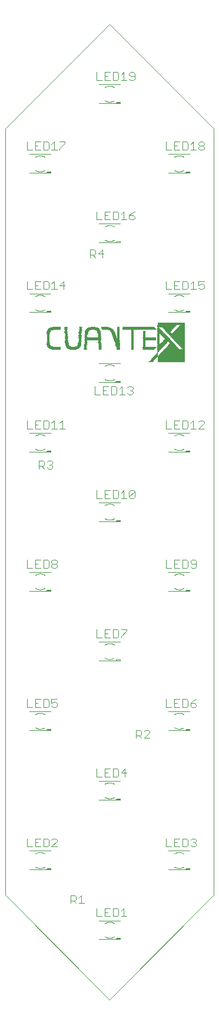
<source format=gto>
G75*
%MOIN*%
%OFA0B0*%
%FSLAX25Y25*%
%IPPOS*%
%LPD*%
%AMOC8*
5,1,8,0,0,1.08239X$1,22.5*
%
%ADD10C,0.00000*%
%ADD11C,0.00400*%
%ADD12R,0.00044X0.00044*%
%ADD13R,0.02161X0.00044*%
%ADD14R,0.15345X0.00044*%
%ADD15R,0.02117X0.00044*%
%ADD16R,0.17506X0.00044*%
%ADD17R,0.17461X0.00044*%
%ADD18R,0.02072X0.00044*%
%ADD19R,0.15301X0.00044*%
%ADD20R,0.02028X0.00044*%
%ADD21R,0.15257X0.00044*%
%ADD22R,0.01984X0.00044*%
%ADD23R,0.15213X0.00044*%
%ADD24R,0.01940X0.00044*%
%ADD25R,0.15169X0.00044*%
%ADD26R,0.01896X0.00044*%
%ADD27R,0.15124X0.00044*%
%ADD28R,0.01852X0.00044*%
%ADD29R,0.15080X0.00044*%
%ADD30R,0.01808X0.00044*%
%ADD31R,0.15036X0.00044*%
%ADD32R,0.01764X0.00044*%
%ADD33R,0.14992X0.00044*%
%ADD34R,0.01720X0.00044*%
%ADD35R,0.14948X0.00044*%
%ADD36R,0.01676X0.00044*%
%ADD37R,0.14904X0.00044*%
%ADD38R,0.01631X0.00044*%
%ADD39R,0.14860X0.00044*%
%ADD40R,0.14816X0.00044*%
%ADD41R,0.01543X0.00044*%
%ADD42R,0.14772X0.00044*%
%ADD43R,0.14728X0.00044*%
%ADD44R,0.01499X0.00044*%
%ADD45R,0.14683X0.00044*%
%ADD46R,0.01455X0.00044*%
%ADD47R,0.01411X0.00044*%
%ADD48R,0.14639X0.00044*%
%ADD49R,0.01367X0.00044*%
%ADD50R,0.14595X0.00044*%
%ADD51R,0.01323X0.00044*%
%ADD52R,0.14551X0.00044*%
%ADD53R,0.01279X0.00044*%
%ADD54R,0.14507X0.00044*%
%ADD55R,0.01235X0.00044*%
%ADD56R,0.14463X0.00044*%
%ADD57R,0.01191X0.00044*%
%ADD58R,0.14419X0.00044*%
%ADD59R,0.01146X0.00044*%
%ADD60R,0.14375X0.00044*%
%ADD61R,0.01102X0.00044*%
%ADD62R,0.14331X0.00044*%
%ADD63R,0.01058X0.00044*%
%ADD64R,0.14287X0.00044*%
%ADD65R,0.01014X0.00044*%
%ADD66R,0.14243X0.00044*%
%ADD67R,0.00970X0.00044*%
%ADD68R,0.14198X0.00044*%
%ADD69R,0.14154X0.00044*%
%ADD70R,0.00926X0.00044*%
%ADD71R,0.14110X0.00044*%
%ADD72R,0.00882X0.00044*%
%ADD73R,0.14066X0.00044*%
%ADD74R,0.00838X0.00044*%
%ADD75R,0.14022X0.00044*%
%ADD76R,0.00794X0.00044*%
%ADD77R,0.00750X0.00044*%
%ADD78R,0.13978X0.00044*%
%ADD79R,0.00706X0.00044*%
%ADD80R,0.13934X0.00044*%
%ADD81R,0.00661X0.00044*%
%ADD82R,0.13890X0.00044*%
%ADD83R,0.00617X0.00044*%
%ADD84R,0.13846X0.00044*%
%ADD85R,0.00573X0.00044*%
%ADD86R,0.13802X0.00044*%
%ADD87R,0.00529X0.00044*%
%ADD88R,0.13757X0.00044*%
%ADD89R,0.00485X0.00044*%
%ADD90R,0.13713X0.00044*%
%ADD91R,0.00441X0.00044*%
%ADD92R,0.13669X0.00044*%
%ADD93R,0.00397X0.00044*%
%ADD94R,0.13625X0.00044*%
%ADD95R,0.00353X0.00044*%
%ADD96R,0.13581X0.00044*%
%ADD97R,0.00309X0.00044*%
%ADD98R,0.13537X0.00044*%
%ADD99R,0.00265X0.00044*%
%ADD100R,0.13493X0.00044*%
%ADD101R,0.13449X0.00044*%
%ADD102R,0.00220X0.00044*%
%ADD103R,0.13405X0.00044*%
%ADD104R,0.00132X0.00044*%
%ADD105R,0.13361X0.00044*%
%ADD106R,0.00088X0.00044*%
%ADD107R,0.13317X0.00044*%
%ADD108R,0.13272X0.00044*%
%ADD109R,0.13228X0.00044*%
%ADD110R,0.13184X0.00044*%
%ADD111R,0.13140X0.00044*%
%ADD112R,0.13096X0.00044*%
%ADD113R,0.00176X0.00044*%
%ADD114R,0.13052X0.00044*%
%ADD115R,0.13008X0.00044*%
%ADD116R,0.12964X0.00044*%
%ADD117R,0.12920X0.00044*%
%ADD118R,0.12876X0.00044*%
%ADD119R,0.12831X0.00044*%
%ADD120R,0.12787X0.00044*%
%ADD121R,0.12743X0.00044*%
%ADD122R,0.12699X0.00044*%
%ADD123R,0.12655X0.00044*%
%ADD124R,0.12611X0.00044*%
%ADD125R,0.12567X0.00044*%
%ADD126R,0.12523X0.00044*%
%ADD127R,0.12479X0.00044*%
%ADD128R,0.12435X0.00044*%
%ADD129R,0.12391X0.00044*%
%ADD130R,0.12346X0.00044*%
%ADD131R,0.12302X0.00044*%
%ADD132R,0.12258X0.00044*%
%ADD133R,0.12214X0.00044*%
%ADD134R,0.12170X0.00044*%
%ADD135R,0.12126X0.00044*%
%ADD136R,0.12082X0.00044*%
%ADD137R,0.12038X0.00044*%
%ADD138R,0.11950X0.00044*%
%ADD139R,0.11906X0.00044*%
%ADD140R,0.11861X0.00044*%
%ADD141R,0.11817X0.00044*%
%ADD142R,0.11773X0.00044*%
%ADD143R,0.11729X0.00044*%
%ADD144R,0.11685X0.00044*%
%ADD145R,0.01587X0.00044*%
%ADD146R,0.11641X0.00044*%
%ADD147R,0.11597X0.00044*%
%ADD148R,0.10539X0.00044*%
%ADD149R,0.03704X0.00044*%
%ADD150R,0.06570X0.00044*%
%ADD151R,0.08422X0.00044*%
%ADD152R,0.04189X0.00044*%
%ADD153R,0.02734X0.00044*%
%ADD154R,0.08334X0.00044*%
%ADD155R,0.04586X0.00044*%
%ADD156R,0.03263X0.00044*%
%ADD157R,0.06614X0.00044*%
%ADD158R,0.08246X0.00044*%
%ADD159R,0.04850X0.00044*%
%ADD160R,0.03748X0.00044*%
%ADD161R,0.06658X0.00044*%
%ADD162R,0.08202X0.00044*%
%ADD163R,0.04983X0.00044*%
%ADD164R,0.03969X0.00044*%
%ADD165R,0.06702X0.00044*%
%ADD166R,0.08113X0.00044*%
%ADD167R,0.05247X0.00044*%
%ADD168R,0.04321X0.00044*%
%ADD169R,0.06746X0.00044*%
%ADD170R,0.08025X0.00044*%
%ADD171R,0.05380X0.00044*%
%ADD172R,0.07937X0.00044*%
%ADD173R,0.05512X0.00044*%
%ADD174R,0.04806X0.00044*%
%ADD175R,0.06835X0.00044*%
%ADD176R,0.07893X0.00044*%
%ADD177R,0.05644X0.00044*%
%ADD178R,0.05027X0.00044*%
%ADD179R,0.07805X0.00044*%
%ADD180R,0.05776X0.00044*%
%ADD181R,0.05203X0.00044*%
%ADD182R,0.06879X0.00044*%
%ADD183R,0.07717X0.00044*%
%ADD184R,0.05865X0.00044*%
%ADD185R,0.06923X0.00044*%
%ADD186R,0.07628X0.00044*%
%ADD187R,0.05953X0.00044*%
%ADD188R,0.05556X0.00044*%
%ADD189R,0.06967X0.00044*%
%ADD190R,0.07540X0.00044*%
%ADD191R,0.06041X0.00044*%
%ADD192R,0.05732X0.00044*%
%ADD193R,0.07011X0.00044*%
%ADD194R,0.02205X0.00044*%
%ADD195R,0.07452X0.00044*%
%ADD196R,0.06129X0.00044*%
%ADD197R,0.07055X0.00044*%
%ADD198R,0.02249X0.00044*%
%ADD199R,0.07364X0.00044*%
%ADD200R,0.06217X0.00044*%
%ADD201R,0.05997X0.00044*%
%ADD202R,0.07099X0.00044*%
%ADD203R,0.02293X0.00044*%
%ADD204R,0.07276X0.00044*%
%ADD205R,0.06306X0.00044*%
%ADD206R,0.06173X0.00044*%
%ADD207R,0.02337X0.00044*%
%ADD208R,0.07187X0.00044*%
%ADD209R,0.06350X0.00044*%
%ADD210R,0.06261X0.00044*%
%ADD211R,0.07143X0.00044*%
%ADD212R,0.02381X0.00044*%
%ADD213R,0.06438X0.00044*%
%ADD214R,0.06394X0.00044*%
%ADD215R,0.02425X0.00044*%
%ADD216R,0.06482X0.00044*%
%ADD217R,0.06526X0.00044*%
%ADD218R,0.07231X0.00044*%
%ADD219R,0.02469X0.00044*%
%ADD220R,0.07320X0.00044*%
%ADD221R,0.02513X0.00044*%
%ADD222R,0.06791X0.00044*%
%ADD223R,0.02557X0.00044*%
%ADD224R,0.07408X0.00044*%
%ADD225R,0.02602X0.00044*%
%ADD226R,0.02646X0.00044*%
%ADD227R,0.02690X0.00044*%
%ADD228R,0.07496X0.00044*%
%ADD229R,0.02778X0.00044*%
%ADD230R,0.07584X0.00044*%
%ADD231R,0.02822X0.00044*%
%ADD232R,0.02866X0.00044*%
%ADD233R,0.02910X0.00044*%
%ADD234R,0.07672X0.00044*%
%ADD235R,0.02954X0.00044*%
%ADD236R,0.02998X0.00044*%
%ADD237R,0.04277X0.00044*%
%ADD238R,0.03439X0.00044*%
%ADD239R,0.03395X0.00044*%
%ADD240R,0.03043X0.00044*%
%ADD241R,0.03351X0.00044*%
%ADD242R,0.03087X0.00044*%
%ADD243R,0.05688X0.00044*%
%ADD244R,0.03131X0.00044*%
%ADD245R,0.05600X0.00044*%
%ADD246R,0.03175X0.00044*%
%ADD247R,0.05468X0.00044*%
%ADD248R,0.03219X0.00044*%
%ADD249R,0.05291X0.00044*%
%ADD250R,0.03307X0.00044*%
%ADD251R,0.05159X0.00044*%
%ADD252R,0.05071X0.00044*%
%ADD253R,0.03483X0.00044*%
%ADD254R,0.04894X0.00044*%
%ADD255R,0.03528X0.00044*%
%ADD256R,0.03572X0.00044*%
%ADD257R,0.04718X0.00044*%
%ADD258R,0.03616X0.00044*%
%ADD259R,0.04630X0.00044*%
%ADD260R,0.03660X0.00044*%
%ADD261R,0.04542X0.00044*%
%ADD262R,0.04454X0.00044*%
%ADD263R,0.04365X0.00044*%
%ADD264R,0.03792X0.00044*%
%ADD265R,0.03836X0.00044*%
%ADD266R,0.03880X0.00044*%
%ADD267R,0.04145X0.00044*%
%ADD268R,0.04057X0.00044*%
%ADD269R,0.03924X0.00044*%
%ADD270R,0.04013X0.00044*%
%ADD271R,0.04101X0.00044*%
%ADD272R,0.04233X0.00044*%
%ADD273R,0.04409X0.00044*%
%ADD274R,0.04498X0.00044*%
%ADD275R,0.04674X0.00044*%
%ADD276R,0.04762X0.00044*%
%ADD277R,0.05115X0.00044*%
%ADD278R,0.05335X0.00044*%
%ADD279R,0.05424X0.00044*%
%ADD280R,0.05820X0.00044*%
%ADD281R,0.05909X0.00044*%
%ADD282R,0.09436X0.00044*%
%ADD283R,0.06085X0.00044*%
%ADD284R,0.09348X0.00044*%
%ADD285R,0.09304X0.00044*%
%ADD286R,0.09260X0.00044*%
%ADD287R,0.07849X0.00044*%
%ADD288R,0.07981X0.00044*%
%ADD289R,0.08069X0.00044*%
%ADD290R,0.08157X0.00044*%
%ADD291R,0.08290X0.00044*%
%ADD292R,0.08378X0.00044*%
%ADD293R,0.08466X0.00044*%
%ADD294R,0.08510X0.00044*%
%ADD295R,0.08554X0.00044*%
%ADD296R,0.08598X0.00044*%
%ADD297R,0.08643X0.00044*%
%ADD298R,0.08687X0.00044*%
%ADD299R,0.08731X0.00044*%
%ADD300R,0.08775X0.00044*%
%ADD301R,0.08819X0.00044*%
%ADD302R,0.08863X0.00044*%
%ADD303R,0.08907X0.00044*%
%ADD304R,0.08951X0.00044*%
%ADD305R,0.08995X0.00044*%
%ADD306R,0.09039X0.00044*%
%ADD307R,0.09083X0.00044*%
%ADD308R,0.04939X0.00044*%
%ADD309R,0.19005X0.00044*%
%ADD310R,0.18961X0.00044*%
%ADD311R,0.18917X0.00044*%
%ADD312R,0.18872X0.00044*%
%ADD313R,0.18828X0.00044*%
%ADD314R,0.18784X0.00044*%
%ADD315R,0.18740X0.00044*%
%ADD316R,0.18696X0.00044*%
%ADD317R,0.18652X0.00044*%
%ADD318R,0.18608X0.00044*%
%ADD319R,0.18564X0.00044*%
%ADD320R,0.18520X0.00044*%
%ADD321R,0.18476X0.00044*%
%ADD322R,0.18431X0.00044*%
%ADD323R,0.18387X0.00044*%
%ADD324R,0.18343X0.00044*%
%ADD325R,0.18299X0.00044*%
%ADD326R,0.18255X0.00044*%
%ADD327R,0.18211X0.00044*%
%ADD328R,0.18167X0.00044*%
%ADD329R,0.18123X0.00044*%
%ADD330R,0.18079X0.00044*%
%ADD331R,0.17991X0.00044*%
%ADD332R,0.17946X0.00044*%
%ADD333R,0.17902X0.00044*%
%ADD334R,0.17858X0.00044*%
%ADD335R,0.17814X0.00044*%
%ADD336R,0.17770X0.00044*%
%ADD337R,0.17682X0.00044*%
%ADD338R,0.09701X0.00044*%
%ADD339R,0.09745X0.00044*%
%ADD340R,0.09789X0.00044*%
%ADD341R,0.09833X0.00044*%
%ADD342R,0.09877X0.00044*%
%ADD343R,0.09921X0.00044*%
%ADD344R,0.09965X0.00044*%
%ADD345R,0.10009X0.00044*%
%ADD346R,0.10054X0.00044*%
%ADD347R,0.10098X0.00044*%
%ADD348R,0.10142X0.00044*%
%ADD349R,0.10186X0.00044*%
%ADD350R,0.10230X0.00044*%
%ADD351R,0.10274X0.00044*%
%ADD352R,0.10318X0.00044*%
%ADD353R,0.10362X0.00044*%
%ADD354R,0.10406X0.00044*%
%ADD355R,0.10450X0.00044*%
%ADD356R,0.10494X0.00044*%
%ADD357R,0.10583X0.00044*%
%ADD358R,0.10627X0.00044*%
%ADD359R,0.10671X0.00044*%
%ADD360R,0.10715X0.00044*%
%ADD361R,0.10759X0.00044*%
%ADD362R,0.10803X0.00044*%
%ADD363R,0.10847X0.00044*%
D10*
X0020685Y0060655D02*
X0079740Y0001600D01*
X0138795Y0060655D01*
X0138795Y0493726D01*
X0079740Y0552781D01*
X0020685Y0493726D01*
X0020685Y0060655D01*
D11*
X0033070Y0088040D02*
X0036139Y0088040D01*
X0037674Y0088040D02*
X0037674Y0092644D01*
X0040743Y0092644D01*
X0042278Y0092644D02*
X0042278Y0088040D01*
X0044580Y0088040D01*
X0045347Y0088807D01*
X0045347Y0091877D01*
X0044580Y0092644D01*
X0042278Y0092644D01*
X0040743Y0088040D02*
X0037674Y0088040D01*
X0037674Y0090342D02*
X0039209Y0090342D01*
X0037811Y0076600D02*
X0037922Y0076527D01*
X0038035Y0076458D01*
X0038149Y0076391D01*
X0038266Y0076328D01*
X0038384Y0076269D01*
X0038505Y0076213D01*
X0038626Y0076160D01*
X0038749Y0076111D01*
X0038874Y0076066D01*
X0039000Y0076024D01*
X0039127Y0075986D01*
X0039255Y0075952D01*
X0039384Y0075921D01*
X0039514Y0075894D01*
X0039644Y0075871D01*
X0039775Y0075852D01*
X0039907Y0075837D01*
X0040039Y0075825D01*
X0040171Y0075817D01*
X0040304Y0075813D01*
X0040436Y0075813D01*
X0040569Y0075817D01*
X0040701Y0075825D01*
X0040833Y0075837D01*
X0040965Y0075852D01*
X0041096Y0075871D01*
X0041226Y0075894D01*
X0041356Y0075921D01*
X0041485Y0075952D01*
X0041613Y0075986D01*
X0041740Y0076024D01*
X0041866Y0076066D01*
X0041991Y0076111D01*
X0042114Y0076160D01*
X0042235Y0076213D01*
X0042356Y0076269D01*
X0042474Y0076328D01*
X0042591Y0076391D01*
X0042705Y0076458D01*
X0042818Y0076527D01*
X0042929Y0076600D01*
X0043918Y0075325D02*
X0046472Y0075325D01*
X0046472Y0075025D02*
X0043618Y0075025D01*
X0044307Y0075714D01*
X0046472Y0075714D01*
X0046472Y0075025D01*
X0034268Y0075025D01*
X0034268Y0085655D02*
X0046472Y0085655D01*
X0046882Y0088040D02*
X0049951Y0091109D01*
X0049951Y0091877D01*
X0049184Y0092644D01*
X0047649Y0092644D01*
X0046882Y0091877D01*
X0046882Y0088040D02*
X0049951Y0088040D01*
X0057720Y0060609D02*
X0060022Y0060609D01*
X0060789Y0059841D01*
X0060789Y0058307D01*
X0060022Y0057539D01*
X0057720Y0057539D01*
X0057720Y0056005D02*
X0057720Y0060609D01*
X0059254Y0057539D02*
X0060789Y0056005D01*
X0062324Y0056005D02*
X0065393Y0056005D01*
X0063858Y0056005D02*
X0063858Y0060609D01*
X0062324Y0059074D01*
X0072440Y0053274D02*
X0072440Y0048670D01*
X0075509Y0048670D01*
X0077044Y0048670D02*
X0077044Y0053274D01*
X0080113Y0053274D01*
X0081648Y0053274D02*
X0081648Y0048670D01*
X0083950Y0048670D01*
X0084717Y0049437D01*
X0084717Y0052507D01*
X0083950Y0053274D01*
X0081648Y0053274D01*
X0080113Y0048670D02*
X0077044Y0048670D01*
X0077044Y0050972D02*
X0078579Y0050972D01*
X0077181Y0037230D02*
X0077292Y0037157D01*
X0077405Y0037088D01*
X0077519Y0037021D01*
X0077636Y0036958D01*
X0077754Y0036899D01*
X0077875Y0036843D01*
X0077996Y0036790D01*
X0078119Y0036741D01*
X0078244Y0036696D01*
X0078370Y0036654D01*
X0078497Y0036616D01*
X0078625Y0036582D01*
X0078754Y0036551D01*
X0078884Y0036524D01*
X0079014Y0036501D01*
X0079145Y0036482D01*
X0079277Y0036467D01*
X0079409Y0036455D01*
X0079541Y0036447D01*
X0079674Y0036443D01*
X0079806Y0036443D01*
X0079939Y0036447D01*
X0080071Y0036455D01*
X0080203Y0036467D01*
X0080335Y0036482D01*
X0080466Y0036501D01*
X0080596Y0036524D01*
X0080726Y0036551D01*
X0080855Y0036582D01*
X0080983Y0036616D01*
X0081110Y0036654D01*
X0081236Y0036696D01*
X0081361Y0036741D01*
X0081484Y0036790D01*
X0081605Y0036843D01*
X0081726Y0036899D01*
X0081844Y0036958D01*
X0081961Y0037021D01*
X0082075Y0037088D01*
X0082188Y0037157D01*
X0082299Y0037230D01*
X0083604Y0036270D02*
X0085843Y0036270D01*
X0085843Y0036344D02*
X0083677Y0036344D01*
X0082988Y0035655D01*
X0085843Y0035655D01*
X0085843Y0036344D01*
X0085843Y0035872D02*
X0083205Y0035872D01*
X0085843Y0035655D02*
X0073638Y0035655D01*
X0073638Y0046285D02*
X0085843Y0046285D01*
X0086252Y0048670D02*
X0089321Y0048670D01*
X0087787Y0048670D02*
X0087787Y0053274D01*
X0086252Y0051739D01*
X0082299Y0044710D02*
X0082188Y0044783D01*
X0082075Y0044852D01*
X0081961Y0044919D01*
X0081844Y0044982D01*
X0081726Y0045041D01*
X0081605Y0045097D01*
X0081484Y0045150D01*
X0081361Y0045199D01*
X0081236Y0045244D01*
X0081110Y0045286D01*
X0080983Y0045324D01*
X0080855Y0045358D01*
X0080726Y0045389D01*
X0080596Y0045416D01*
X0080466Y0045439D01*
X0080335Y0045458D01*
X0080203Y0045473D01*
X0080071Y0045485D01*
X0079939Y0045493D01*
X0079806Y0045497D01*
X0079674Y0045497D01*
X0079541Y0045493D01*
X0079409Y0045485D01*
X0079277Y0045473D01*
X0079145Y0045458D01*
X0079014Y0045439D01*
X0078884Y0045416D01*
X0078754Y0045389D01*
X0078625Y0045358D01*
X0078497Y0045324D01*
X0078370Y0045286D01*
X0078244Y0045244D01*
X0078119Y0045199D01*
X0077996Y0045150D01*
X0077875Y0045097D01*
X0077754Y0045041D01*
X0077636Y0044982D01*
X0077519Y0044919D01*
X0077405Y0044852D01*
X0077292Y0044783D01*
X0077181Y0044710D01*
X0073638Y0114395D02*
X0085843Y0114395D01*
X0082988Y0114395D01*
X0083677Y0115084D01*
X0085843Y0115084D01*
X0085843Y0114395D01*
X0085843Y0114777D02*
X0083370Y0114777D01*
X0085843Y0125025D02*
X0073638Y0125025D01*
X0072440Y0127410D02*
X0072440Y0132014D01*
X0072440Y0127410D02*
X0075509Y0127410D01*
X0077044Y0127410D02*
X0077044Y0132014D01*
X0080113Y0132014D01*
X0081648Y0132014D02*
X0081648Y0127410D01*
X0083950Y0127410D01*
X0084717Y0128178D01*
X0084717Y0131247D01*
X0083950Y0132014D01*
X0081648Y0132014D01*
X0080113Y0127410D02*
X0077044Y0127410D01*
X0077044Y0129712D02*
X0078579Y0129712D01*
X0077181Y0115970D02*
X0077292Y0115897D01*
X0077405Y0115828D01*
X0077519Y0115761D01*
X0077636Y0115698D01*
X0077754Y0115639D01*
X0077875Y0115583D01*
X0077996Y0115530D01*
X0078119Y0115481D01*
X0078244Y0115436D01*
X0078370Y0115394D01*
X0078497Y0115356D01*
X0078625Y0115322D01*
X0078754Y0115291D01*
X0078884Y0115264D01*
X0079014Y0115241D01*
X0079145Y0115222D01*
X0079277Y0115207D01*
X0079409Y0115195D01*
X0079541Y0115187D01*
X0079674Y0115183D01*
X0079806Y0115183D01*
X0079939Y0115187D01*
X0080071Y0115195D01*
X0080203Y0115207D01*
X0080335Y0115222D01*
X0080466Y0115241D01*
X0080596Y0115264D01*
X0080726Y0115291D01*
X0080855Y0115322D01*
X0080983Y0115356D01*
X0081110Y0115394D01*
X0081236Y0115436D01*
X0081361Y0115481D01*
X0081484Y0115530D01*
X0081605Y0115583D01*
X0081726Y0115639D01*
X0081844Y0115698D01*
X0081961Y0115761D01*
X0082075Y0115828D01*
X0082188Y0115897D01*
X0082299Y0115970D01*
X0082299Y0123450D02*
X0082188Y0123523D01*
X0082075Y0123592D01*
X0081961Y0123659D01*
X0081844Y0123722D01*
X0081726Y0123781D01*
X0081605Y0123837D01*
X0081484Y0123890D01*
X0081361Y0123939D01*
X0081236Y0123984D01*
X0081110Y0124026D01*
X0080983Y0124064D01*
X0080855Y0124098D01*
X0080726Y0124129D01*
X0080596Y0124156D01*
X0080466Y0124179D01*
X0080335Y0124198D01*
X0080203Y0124213D01*
X0080071Y0124225D01*
X0079939Y0124233D01*
X0079806Y0124237D01*
X0079674Y0124237D01*
X0079541Y0124233D01*
X0079409Y0124225D01*
X0079277Y0124213D01*
X0079145Y0124198D01*
X0079014Y0124179D01*
X0078884Y0124156D01*
X0078754Y0124129D01*
X0078625Y0124098D01*
X0078497Y0124064D01*
X0078370Y0124026D01*
X0078244Y0123984D01*
X0078119Y0123939D01*
X0077996Y0123890D01*
X0077875Y0123837D01*
X0077754Y0123781D01*
X0077636Y0123722D01*
X0077519Y0123659D01*
X0077405Y0123592D01*
X0077292Y0123523D01*
X0077181Y0123450D01*
X0086252Y0129712D02*
X0089321Y0129712D01*
X0088554Y0127410D02*
X0088554Y0132014D01*
X0086252Y0129712D01*
X0094720Y0149320D02*
X0094720Y0153924D01*
X0097022Y0153924D01*
X0097789Y0153156D01*
X0097789Y0151622D01*
X0097022Y0150854D01*
X0094720Y0150854D01*
X0096254Y0150854D02*
X0097789Y0149320D01*
X0099324Y0149320D02*
X0102393Y0152389D01*
X0102393Y0153156D01*
X0101626Y0153924D01*
X0100091Y0153924D01*
X0099324Y0153156D01*
X0099324Y0149320D02*
X0102393Y0149320D01*
X0111810Y0166780D02*
X0114880Y0166780D01*
X0116414Y0166780D02*
X0119483Y0166780D01*
X0121018Y0166780D02*
X0123320Y0166780D01*
X0124087Y0167548D01*
X0124087Y0170617D01*
X0123320Y0171384D01*
X0121018Y0171384D01*
X0121018Y0166780D01*
X0119483Y0171384D02*
X0116414Y0171384D01*
X0116414Y0166780D01*
X0116414Y0169082D02*
X0117949Y0169082D01*
X0116551Y0155340D02*
X0116662Y0155267D01*
X0116775Y0155198D01*
X0116889Y0155131D01*
X0117006Y0155068D01*
X0117124Y0155009D01*
X0117245Y0154953D01*
X0117366Y0154900D01*
X0117489Y0154851D01*
X0117614Y0154806D01*
X0117740Y0154764D01*
X0117867Y0154726D01*
X0117995Y0154692D01*
X0118124Y0154661D01*
X0118254Y0154634D01*
X0118384Y0154611D01*
X0118515Y0154592D01*
X0118647Y0154577D01*
X0118779Y0154565D01*
X0118911Y0154557D01*
X0119044Y0154553D01*
X0119176Y0154553D01*
X0119309Y0154557D01*
X0119441Y0154565D01*
X0119573Y0154577D01*
X0119705Y0154592D01*
X0119836Y0154611D01*
X0119966Y0154634D01*
X0120096Y0154661D01*
X0120225Y0154692D01*
X0120353Y0154726D01*
X0120480Y0154764D01*
X0120606Y0154806D01*
X0120731Y0154851D01*
X0120854Y0154900D01*
X0120975Y0154953D01*
X0121096Y0155009D01*
X0121214Y0155068D01*
X0121331Y0155131D01*
X0121445Y0155198D01*
X0121558Y0155267D01*
X0121669Y0155340D01*
X0122823Y0154230D02*
X0125213Y0154230D01*
X0125213Y0154454D02*
X0123047Y0154454D01*
X0122358Y0153765D01*
X0125213Y0153765D01*
X0125213Y0154454D01*
X0125213Y0153831D02*
X0122424Y0153831D01*
X0125213Y0153765D02*
X0113008Y0153765D01*
X0113008Y0164395D02*
X0125213Y0164395D01*
X0126389Y0166780D02*
X0125622Y0167548D01*
X0125622Y0169082D01*
X0127924Y0169082D01*
X0128691Y0168315D01*
X0128691Y0167548D01*
X0127924Y0166780D01*
X0126389Y0166780D01*
X0125622Y0169082D02*
X0127157Y0170617D01*
X0128691Y0171384D01*
X0121669Y0162820D02*
X0121558Y0162893D01*
X0121445Y0162962D01*
X0121331Y0163029D01*
X0121214Y0163092D01*
X0121096Y0163151D01*
X0120975Y0163207D01*
X0120854Y0163260D01*
X0120731Y0163309D01*
X0120606Y0163354D01*
X0120480Y0163396D01*
X0120353Y0163434D01*
X0120225Y0163468D01*
X0120096Y0163499D01*
X0119966Y0163526D01*
X0119836Y0163549D01*
X0119705Y0163568D01*
X0119573Y0163583D01*
X0119441Y0163595D01*
X0119309Y0163603D01*
X0119176Y0163607D01*
X0119044Y0163607D01*
X0118911Y0163603D01*
X0118779Y0163595D01*
X0118647Y0163583D01*
X0118515Y0163568D01*
X0118384Y0163549D01*
X0118254Y0163526D01*
X0118124Y0163499D01*
X0117995Y0163468D01*
X0117867Y0163434D01*
X0117740Y0163396D01*
X0117614Y0163354D01*
X0117489Y0163309D01*
X0117366Y0163260D01*
X0117245Y0163207D01*
X0117124Y0163151D01*
X0117006Y0163092D01*
X0116889Y0163029D01*
X0116775Y0162962D01*
X0116662Y0162893D01*
X0116551Y0162820D01*
X0111810Y0166780D02*
X0111810Y0171384D01*
X0113008Y0232506D02*
X0125213Y0232506D01*
X0122358Y0232506D01*
X0123047Y0233194D01*
X0125213Y0233194D01*
X0125213Y0232506D01*
X0125213Y0232737D02*
X0122589Y0232737D01*
X0122988Y0233135D02*
X0125213Y0233135D01*
X0125213Y0243135D02*
X0113008Y0243135D01*
X0111810Y0245520D02*
X0114880Y0245520D01*
X0116414Y0245520D02*
X0116414Y0250124D01*
X0119483Y0250124D01*
X0121018Y0250124D02*
X0121018Y0245520D01*
X0123320Y0245520D01*
X0124087Y0246288D01*
X0124087Y0249357D01*
X0123320Y0250124D01*
X0121018Y0250124D01*
X0119483Y0245520D02*
X0116414Y0245520D01*
X0116414Y0247822D02*
X0117949Y0247822D01*
X0116551Y0234080D02*
X0116662Y0234007D01*
X0116775Y0233938D01*
X0116889Y0233871D01*
X0117006Y0233808D01*
X0117124Y0233749D01*
X0117245Y0233693D01*
X0117366Y0233640D01*
X0117489Y0233591D01*
X0117614Y0233546D01*
X0117740Y0233504D01*
X0117867Y0233466D01*
X0117995Y0233432D01*
X0118124Y0233401D01*
X0118254Y0233374D01*
X0118384Y0233351D01*
X0118515Y0233332D01*
X0118647Y0233317D01*
X0118779Y0233305D01*
X0118911Y0233297D01*
X0119044Y0233293D01*
X0119176Y0233293D01*
X0119309Y0233297D01*
X0119441Y0233305D01*
X0119573Y0233317D01*
X0119705Y0233332D01*
X0119836Y0233351D01*
X0119966Y0233374D01*
X0120096Y0233401D01*
X0120225Y0233432D01*
X0120353Y0233466D01*
X0120480Y0233504D01*
X0120606Y0233546D01*
X0120731Y0233591D01*
X0120854Y0233640D01*
X0120975Y0233693D01*
X0121096Y0233749D01*
X0121214Y0233808D01*
X0121331Y0233871D01*
X0121445Y0233938D01*
X0121558Y0234007D01*
X0121669Y0234080D01*
X0121669Y0241561D02*
X0121558Y0241634D01*
X0121445Y0241703D01*
X0121331Y0241770D01*
X0121214Y0241833D01*
X0121096Y0241892D01*
X0120975Y0241948D01*
X0120854Y0242001D01*
X0120731Y0242050D01*
X0120606Y0242095D01*
X0120480Y0242137D01*
X0120353Y0242175D01*
X0120225Y0242209D01*
X0120096Y0242240D01*
X0119966Y0242267D01*
X0119836Y0242290D01*
X0119705Y0242309D01*
X0119573Y0242324D01*
X0119441Y0242336D01*
X0119309Y0242344D01*
X0119176Y0242348D01*
X0119044Y0242348D01*
X0118911Y0242344D01*
X0118779Y0242336D01*
X0118647Y0242324D01*
X0118515Y0242309D01*
X0118384Y0242290D01*
X0118254Y0242267D01*
X0118124Y0242240D01*
X0117995Y0242209D01*
X0117867Y0242175D01*
X0117740Y0242137D01*
X0117614Y0242095D01*
X0117489Y0242050D01*
X0117366Y0242001D01*
X0117245Y0241948D01*
X0117124Y0241892D01*
X0117006Y0241833D01*
X0116889Y0241770D01*
X0116775Y0241703D01*
X0116662Y0241634D01*
X0116551Y0241561D01*
X0111810Y0245520D02*
X0111810Y0250124D01*
X0125622Y0249357D02*
X0125622Y0248590D01*
X0126389Y0247822D01*
X0128691Y0247822D01*
X0128691Y0246288D02*
X0128691Y0249357D01*
X0127924Y0250124D01*
X0126389Y0250124D01*
X0125622Y0249357D01*
X0125622Y0246288D02*
X0126389Y0245520D01*
X0127924Y0245520D01*
X0128691Y0246288D01*
X0125213Y0311246D02*
X0113008Y0311246D01*
X0113008Y0321876D02*
X0125213Y0321876D01*
X0125622Y0324261D02*
X0128691Y0324261D01*
X0127157Y0324261D02*
X0127157Y0328865D01*
X0125622Y0327330D01*
X0124087Y0328097D02*
X0124087Y0325028D01*
X0123320Y0324261D01*
X0121018Y0324261D01*
X0121018Y0328865D01*
X0123320Y0328865D01*
X0124087Y0328097D01*
X0119483Y0328865D02*
X0116414Y0328865D01*
X0116414Y0324261D01*
X0119483Y0324261D01*
X0117949Y0326563D02*
X0116414Y0326563D01*
X0114880Y0324261D02*
X0111810Y0324261D01*
X0111810Y0328865D01*
X0116551Y0312820D02*
X0116662Y0312747D01*
X0116775Y0312678D01*
X0116889Y0312611D01*
X0117006Y0312548D01*
X0117124Y0312489D01*
X0117245Y0312433D01*
X0117366Y0312380D01*
X0117489Y0312331D01*
X0117614Y0312286D01*
X0117740Y0312244D01*
X0117867Y0312206D01*
X0117995Y0312172D01*
X0118124Y0312141D01*
X0118254Y0312114D01*
X0118384Y0312091D01*
X0118515Y0312072D01*
X0118647Y0312057D01*
X0118779Y0312045D01*
X0118911Y0312037D01*
X0119044Y0312033D01*
X0119176Y0312033D01*
X0119309Y0312037D01*
X0119441Y0312045D01*
X0119573Y0312057D01*
X0119705Y0312072D01*
X0119836Y0312091D01*
X0119966Y0312114D01*
X0120096Y0312141D01*
X0120225Y0312172D01*
X0120353Y0312206D01*
X0120480Y0312244D01*
X0120606Y0312286D01*
X0120731Y0312331D01*
X0120854Y0312380D01*
X0120975Y0312433D01*
X0121096Y0312489D01*
X0121214Y0312548D01*
X0121331Y0312611D01*
X0121445Y0312678D01*
X0121558Y0312747D01*
X0121669Y0312820D01*
X0122754Y0311642D02*
X0125213Y0311642D01*
X0125213Y0311935D02*
X0123047Y0311935D01*
X0122358Y0311246D01*
X0125213Y0311246D01*
X0125213Y0311935D01*
X0130226Y0324261D02*
X0133295Y0327330D01*
X0133295Y0328097D01*
X0132528Y0328865D01*
X0130993Y0328865D01*
X0130226Y0328097D01*
X0130226Y0324261D02*
X0133295Y0324261D01*
X0121669Y0320301D02*
X0121558Y0320374D01*
X0121445Y0320443D01*
X0121331Y0320510D01*
X0121214Y0320573D01*
X0121096Y0320632D01*
X0120975Y0320688D01*
X0120854Y0320741D01*
X0120731Y0320790D01*
X0120606Y0320835D01*
X0120480Y0320877D01*
X0120353Y0320915D01*
X0120225Y0320949D01*
X0120096Y0320980D01*
X0119966Y0321007D01*
X0119836Y0321030D01*
X0119705Y0321049D01*
X0119573Y0321064D01*
X0119441Y0321076D01*
X0119309Y0321084D01*
X0119176Y0321088D01*
X0119044Y0321088D01*
X0118911Y0321084D01*
X0118779Y0321076D01*
X0118647Y0321064D01*
X0118515Y0321049D01*
X0118384Y0321030D01*
X0118254Y0321007D01*
X0118124Y0320980D01*
X0117995Y0320949D01*
X0117867Y0320915D01*
X0117740Y0320877D01*
X0117614Y0320835D01*
X0117489Y0320790D01*
X0117366Y0320741D01*
X0117245Y0320688D01*
X0117124Y0320632D01*
X0117006Y0320573D01*
X0116889Y0320510D01*
X0116775Y0320443D01*
X0116662Y0320374D01*
X0116551Y0320301D01*
X0113008Y0389986D02*
X0125213Y0389986D01*
X0122358Y0389986D01*
X0123047Y0390675D01*
X0125213Y0390675D01*
X0125213Y0389986D01*
X0125213Y0390149D02*
X0122521Y0390149D01*
X0122919Y0390547D02*
X0125213Y0390547D01*
X0125213Y0400616D02*
X0113008Y0400616D01*
X0111810Y0403001D02*
X0111810Y0407605D01*
X0111810Y0403001D02*
X0114880Y0403001D01*
X0116414Y0403001D02*
X0116414Y0407605D01*
X0119483Y0407605D01*
X0121018Y0407605D02*
X0121018Y0403001D01*
X0123320Y0403001D01*
X0124087Y0403768D01*
X0124087Y0406837D01*
X0123320Y0407605D01*
X0121018Y0407605D01*
X0119483Y0403001D02*
X0116414Y0403001D01*
X0116414Y0405303D02*
X0117949Y0405303D01*
X0116551Y0391561D02*
X0116662Y0391488D01*
X0116775Y0391419D01*
X0116889Y0391352D01*
X0117006Y0391289D01*
X0117124Y0391230D01*
X0117245Y0391174D01*
X0117366Y0391121D01*
X0117489Y0391072D01*
X0117614Y0391027D01*
X0117740Y0390985D01*
X0117867Y0390947D01*
X0117995Y0390913D01*
X0118124Y0390882D01*
X0118254Y0390855D01*
X0118384Y0390832D01*
X0118515Y0390813D01*
X0118647Y0390798D01*
X0118779Y0390786D01*
X0118911Y0390778D01*
X0119044Y0390774D01*
X0119176Y0390774D01*
X0119309Y0390778D01*
X0119441Y0390786D01*
X0119573Y0390798D01*
X0119705Y0390813D01*
X0119836Y0390832D01*
X0119966Y0390855D01*
X0120096Y0390882D01*
X0120225Y0390913D01*
X0120353Y0390947D01*
X0120480Y0390985D01*
X0120606Y0391027D01*
X0120731Y0391072D01*
X0120854Y0391121D01*
X0120975Y0391174D01*
X0121096Y0391230D01*
X0121214Y0391289D01*
X0121331Y0391352D01*
X0121445Y0391419D01*
X0121558Y0391488D01*
X0121669Y0391561D01*
X0121669Y0399041D02*
X0121558Y0399114D01*
X0121445Y0399183D01*
X0121331Y0399250D01*
X0121214Y0399313D01*
X0121096Y0399372D01*
X0120975Y0399428D01*
X0120854Y0399481D01*
X0120731Y0399530D01*
X0120606Y0399575D01*
X0120480Y0399617D01*
X0120353Y0399655D01*
X0120225Y0399689D01*
X0120096Y0399720D01*
X0119966Y0399747D01*
X0119836Y0399770D01*
X0119705Y0399789D01*
X0119573Y0399804D01*
X0119441Y0399816D01*
X0119309Y0399824D01*
X0119176Y0399828D01*
X0119044Y0399828D01*
X0118911Y0399824D01*
X0118779Y0399816D01*
X0118647Y0399804D01*
X0118515Y0399789D01*
X0118384Y0399770D01*
X0118254Y0399747D01*
X0118124Y0399720D01*
X0117995Y0399689D01*
X0117867Y0399655D01*
X0117740Y0399617D01*
X0117614Y0399575D01*
X0117489Y0399530D01*
X0117366Y0399481D01*
X0117245Y0399428D01*
X0117124Y0399372D01*
X0117006Y0399313D01*
X0116889Y0399250D01*
X0116775Y0399183D01*
X0116662Y0399114D01*
X0116551Y0399041D01*
X0125622Y0403001D02*
X0128691Y0403001D01*
X0127157Y0403001D02*
X0127157Y0407605D01*
X0125622Y0406070D01*
X0130226Y0405303D02*
X0131761Y0406070D01*
X0132528Y0406070D01*
X0133295Y0405303D01*
X0133295Y0403768D01*
X0132528Y0403001D01*
X0130993Y0403001D01*
X0130226Y0403768D01*
X0130226Y0405303D02*
X0130226Y0407605D01*
X0133295Y0407605D01*
X0125213Y0468726D02*
X0122358Y0468726D01*
X0123047Y0469415D01*
X0125213Y0469415D01*
X0125213Y0468726D01*
X0113008Y0468726D01*
X0113008Y0479356D02*
X0125213Y0479356D01*
X0125622Y0481741D02*
X0128691Y0481741D01*
X0127157Y0481741D02*
X0127157Y0486345D01*
X0125622Y0484810D01*
X0124087Y0485578D02*
X0123320Y0486345D01*
X0121018Y0486345D01*
X0121018Y0481741D01*
X0123320Y0481741D01*
X0124087Y0482508D01*
X0124087Y0485578D01*
X0119483Y0486345D02*
X0116414Y0486345D01*
X0116414Y0481741D01*
X0119483Y0481741D01*
X0117949Y0484043D02*
X0116414Y0484043D01*
X0114880Y0481741D02*
X0111810Y0481741D01*
X0111810Y0486345D01*
X0116551Y0470301D02*
X0116662Y0470228D01*
X0116775Y0470159D01*
X0116889Y0470092D01*
X0117006Y0470029D01*
X0117124Y0469970D01*
X0117245Y0469914D01*
X0117366Y0469861D01*
X0117489Y0469812D01*
X0117614Y0469767D01*
X0117740Y0469725D01*
X0117867Y0469687D01*
X0117995Y0469653D01*
X0118124Y0469622D01*
X0118254Y0469595D01*
X0118384Y0469572D01*
X0118515Y0469553D01*
X0118647Y0469538D01*
X0118779Y0469526D01*
X0118911Y0469518D01*
X0119044Y0469514D01*
X0119176Y0469514D01*
X0119309Y0469518D01*
X0119441Y0469526D01*
X0119573Y0469538D01*
X0119705Y0469553D01*
X0119836Y0469572D01*
X0119966Y0469595D01*
X0120096Y0469622D01*
X0120225Y0469653D01*
X0120353Y0469687D01*
X0120480Y0469725D01*
X0120606Y0469767D01*
X0120731Y0469812D01*
X0120854Y0469861D01*
X0120975Y0469914D01*
X0121096Y0469970D01*
X0121214Y0470029D01*
X0121331Y0470092D01*
X0121445Y0470159D01*
X0121558Y0470228D01*
X0121669Y0470301D01*
X0122686Y0469054D02*
X0125213Y0469054D01*
X0130993Y0481741D02*
X0130226Y0482508D01*
X0130226Y0483276D01*
X0130993Y0484043D01*
X0132528Y0484043D01*
X0133295Y0483276D01*
X0133295Y0482508D01*
X0132528Y0481741D01*
X0130993Y0481741D01*
X0130993Y0484043D02*
X0130226Y0484810D01*
X0130226Y0485578D01*
X0130993Y0486345D01*
X0132528Y0486345D01*
X0133295Y0485578D01*
X0133295Y0484810D01*
X0132528Y0484043D01*
X0121669Y0477781D02*
X0121558Y0477854D01*
X0121445Y0477923D01*
X0121331Y0477990D01*
X0121214Y0478053D01*
X0121096Y0478112D01*
X0120975Y0478168D01*
X0120854Y0478221D01*
X0120731Y0478270D01*
X0120606Y0478315D01*
X0120480Y0478357D01*
X0120353Y0478395D01*
X0120225Y0478429D01*
X0120096Y0478460D01*
X0119966Y0478487D01*
X0119836Y0478510D01*
X0119705Y0478529D01*
X0119573Y0478544D01*
X0119441Y0478556D01*
X0119309Y0478564D01*
X0119176Y0478568D01*
X0119044Y0478568D01*
X0118911Y0478564D01*
X0118779Y0478556D01*
X0118647Y0478544D01*
X0118515Y0478529D01*
X0118384Y0478510D01*
X0118254Y0478487D01*
X0118124Y0478460D01*
X0117995Y0478429D01*
X0117867Y0478395D01*
X0117740Y0478357D01*
X0117614Y0478315D01*
X0117489Y0478270D01*
X0117366Y0478221D01*
X0117245Y0478168D01*
X0117124Y0478112D01*
X0117006Y0478053D01*
X0116889Y0477990D01*
X0116775Y0477923D01*
X0116662Y0477854D01*
X0116551Y0477781D01*
X0093925Y0446975D02*
X0092390Y0446207D01*
X0090856Y0444673D01*
X0093158Y0444673D01*
X0093925Y0443905D01*
X0093925Y0443138D01*
X0093158Y0442371D01*
X0091623Y0442371D01*
X0090856Y0443138D01*
X0090856Y0444673D01*
X0089321Y0442371D02*
X0086252Y0442371D01*
X0087787Y0442371D02*
X0087787Y0446975D01*
X0086252Y0445440D01*
X0084717Y0446207D02*
X0084717Y0443138D01*
X0083950Y0442371D01*
X0081648Y0442371D01*
X0081648Y0446975D01*
X0083950Y0446975D01*
X0084717Y0446207D01*
X0085843Y0439986D02*
X0073638Y0439986D01*
X0072440Y0442371D02*
X0072440Y0446975D01*
X0072440Y0442371D02*
X0075509Y0442371D01*
X0077044Y0442371D02*
X0077044Y0446975D01*
X0080113Y0446975D01*
X0080113Y0442371D02*
X0077044Y0442371D01*
X0077044Y0444673D02*
X0078579Y0444673D01*
X0077181Y0430931D02*
X0077292Y0430858D01*
X0077405Y0430789D01*
X0077519Y0430722D01*
X0077636Y0430659D01*
X0077754Y0430600D01*
X0077875Y0430544D01*
X0077996Y0430491D01*
X0078119Y0430442D01*
X0078244Y0430397D01*
X0078370Y0430355D01*
X0078497Y0430317D01*
X0078625Y0430283D01*
X0078754Y0430252D01*
X0078884Y0430225D01*
X0079014Y0430202D01*
X0079145Y0430183D01*
X0079277Y0430168D01*
X0079409Y0430156D01*
X0079541Y0430148D01*
X0079674Y0430144D01*
X0079806Y0430144D01*
X0079939Y0430148D01*
X0080071Y0430156D01*
X0080203Y0430168D01*
X0080335Y0430183D01*
X0080466Y0430202D01*
X0080596Y0430225D01*
X0080726Y0430252D01*
X0080855Y0430283D01*
X0080983Y0430317D01*
X0081110Y0430355D01*
X0081236Y0430397D01*
X0081361Y0430442D01*
X0081484Y0430491D01*
X0081605Y0430544D01*
X0081726Y0430600D01*
X0081844Y0430659D01*
X0081961Y0430722D01*
X0082075Y0430789D01*
X0082188Y0430858D01*
X0082299Y0430931D01*
X0083233Y0429601D02*
X0085843Y0429601D01*
X0085843Y0429356D02*
X0082988Y0429356D01*
X0083677Y0430045D01*
X0085843Y0430045D01*
X0085843Y0429356D01*
X0073638Y0429356D01*
X0075626Y0425554D02*
X0073324Y0423252D01*
X0076393Y0423252D01*
X0075626Y0420950D02*
X0075626Y0425554D01*
X0071789Y0424786D02*
X0071789Y0423252D01*
X0071022Y0422484D01*
X0068720Y0422484D01*
X0068720Y0420950D02*
X0068720Y0425554D01*
X0071022Y0425554D01*
X0071789Y0424786D01*
X0070254Y0422484D02*
X0071789Y0420950D01*
X0077181Y0438411D02*
X0077292Y0438484D01*
X0077405Y0438553D01*
X0077519Y0438620D01*
X0077636Y0438683D01*
X0077754Y0438742D01*
X0077875Y0438798D01*
X0077996Y0438851D01*
X0078119Y0438900D01*
X0078244Y0438945D01*
X0078370Y0438987D01*
X0078497Y0439025D01*
X0078625Y0439059D01*
X0078754Y0439090D01*
X0078884Y0439117D01*
X0079014Y0439140D01*
X0079145Y0439159D01*
X0079277Y0439174D01*
X0079409Y0439186D01*
X0079541Y0439194D01*
X0079674Y0439198D01*
X0079806Y0439198D01*
X0079939Y0439194D01*
X0080071Y0439186D01*
X0080203Y0439174D01*
X0080335Y0439159D01*
X0080466Y0439140D01*
X0080596Y0439117D01*
X0080726Y0439090D01*
X0080855Y0439059D01*
X0080983Y0439025D01*
X0081110Y0438987D01*
X0081236Y0438945D01*
X0081361Y0438900D01*
X0081484Y0438851D01*
X0081605Y0438798D01*
X0081726Y0438742D01*
X0081844Y0438683D01*
X0081961Y0438620D01*
X0082075Y0438553D01*
X0082188Y0438484D01*
X0082299Y0438411D01*
X0083632Y0430000D02*
X0085843Y0430000D01*
X0085843Y0361246D02*
X0073638Y0361246D01*
X0073638Y0350616D02*
X0085843Y0350616D01*
X0082988Y0350616D01*
X0083677Y0351305D01*
X0085843Y0351305D01*
X0085843Y0350616D01*
X0085843Y0350696D02*
X0083068Y0350696D01*
X0083467Y0351094D02*
X0085843Y0351094D01*
X0086787Y0348235D02*
X0085252Y0346700D01*
X0083717Y0347467D02*
X0082950Y0348235D01*
X0080648Y0348235D01*
X0080648Y0343631D01*
X0082950Y0343631D01*
X0083717Y0344398D01*
X0083717Y0347467D01*
X0085252Y0343631D02*
X0088321Y0343631D01*
X0086787Y0343631D02*
X0086787Y0348235D01*
X0089856Y0347467D02*
X0090623Y0348235D01*
X0092158Y0348235D01*
X0092925Y0347467D01*
X0092925Y0346700D01*
X0092158Y0345933D01*
X0092925Y0345165D01*
X0092925Y0344398D01*
X0092158Y0343631D01*
X0090623Y0343631D01*
X0089856Y0344398D01*
X0091390Y0345933D02*
X0092158Y0345933D01*
X0079113Y0348235D02*
X0076044Y0348235D01*
X0076044Y0343631D01*
X0079113Y0343631D01*
X0077579Y0345933D02*
X0076044Y0345933D01*
X0074509Y0343631D02*
X0071440Y0343631D01*
X0071440Y0348235D01*
X0077181Y0359671D02*
X0077292Y0359744D01*
X0077405Y0359813D01*
X0077519Y0359880D01*
X0077636Y0359943D01*
X0077754Y0360002D01*
X0077875Y0360058D01*
X0077996Y0360111D01*
X0078119Y0360160D01*
X0078244Y0360205D01*
X0078370Y0360247D01*
X0078497Y0360285D01*
X0078625Y0360319D01*
X0078754Y0360350D01*
X0078884Y0360377D01*
X0079014Y0360400D01*
X0079145Y0360419D01*
X0079277Y0360434D01*
X0079409Y0360446D01*
X0079541Y0360454D01*
X0079674Y0360458D01*
X0079806Y0360458D01*
X0079939Y0360454D01*
X0080071Y0360446D01*
X0080203Y0360434D01*
X0080335Y0360419D01*
X0080466Y0360400D01*
X0080596Y0360377D01*
X0080726Y0360350D01*
X0080855Y0360319D01*
X0080983Y0360285D01*
X0081110Y0360247D01*
X0081236Y0360205D01*
X0081361Y0360160D01*
X0081484Y0360111D01*
X0081605Y0360058D01*
X0081726Y0360002D01*
X0081844Y0359943D01*
X0081961Y0359880D01*
X0082075Y0359813D01*
X0082188Y0359744D01*
X0082299Y0359671D01*
X0082299Y0352191D02*
X0082188Y0352118D01*
X0082075Y0352049D01*
X0081961Y0351982D01*
X0081844Y0351919D01*
X0081726Y0351860D01*
X0081605Y0351804D01*
X0081484Y0351751D01*
X0081361Y0351702D01*
X0081236Y0351657D01*
X0081110Y0351615D01*
X0080983Y0351577D01*
X0080855Y0351543D01*
X0080726Y0351512D01*
X0080596Y0351485D01*
X0080466Y0351462D01*
X0080335Y0351443D01*
X0080203Y0351428D01*
X0080071Y0351416D01*
X0079939Y0351408D01*
X0079806Y0351404D01*
X0079674Y0351404D01*
X0079541Y0351408D01*
X0079409Y0351416D01*
X0079277Y0351428D01*
X0079145Y0351443D01*
X0079014Y0351462D01*
X0078884Y0351485D01*
X0078754Y0351512D01*
X0078625Y0351543D01*
X0078497Y0351577D01*
X0078370Y0351615D01*
X0078244Y0351657D01*
X0078119Y0351702D01*
X0077996Y0351751D01*
X0077875Y0351804D01*
X0077754Y0351860D01*
X0077636Y0351919D01*
X0077519Y0351982D01*
X0077405Y0352049D01*
X0077292Y0352118D01*
X0077181Y0352191D01*
X0077044Y0289494D02*
X0077044Y0284891D01*
X0080113Y0284891D01*
X0081648Y0284891D02*
X0081648Y0289494D01*
X0083950Y0289494D01*
X0084717Y0288727D01*
X0084717Y0285658D01*
X0083950Y0284891D01*
X0081648Y0284891D01*
X0080113Y0289494D02*
X0077044Y0289494D01*
X0077044Y0287193D02*
X0078579Y0287193D01*
X0077181Y0273450D02*
X0077292Y0273377D01*
X0077405Y0273308D01*
X0077519Y0273241D01*
X0077636Y0273178D01*
X0077754Y0273119D01*
X0077875Y0273063D01*
X0077996Y0273010D01*
X0078119Y0272961D01*
X0078244Y0272916D01*
X0078370Y0272874D01*
X0078497Y0272836D01*
X0078625Y0272802D01*
X0078754Y0272771D01*
X0078884Y0272744D01*
X0079014Y0272721D01*
X0079145Y0272702D01*
X0079277Y0272687D01*
X0079409Y0272675D01*
X0079541Y0272667D01*
X0079674Y0272663D01*
X0079806Y0272663D01*
X0079939Y0272667D01*
X0080071Y0272675D01*
X0080203Y0272687D01*
X0080335Y0272702D01*
X0080466Y0272721D01*
X0080596Y0272744D01*
X0080726Y0272771D01*
X0080855Y0272802D01*
X0080983Y0272836D01*
X0081110Y0272874D01*
X0081236Y0272916D01*
X0081361Y0272961D01*
X0081484Y0273010D01*
X0081605Y0273063D01*
X0081726Y0273119D01*
X0081844Y0273178D01*
X0081961Y0273241D01*
X0082075Y0273308D01*
X0082188Y0273377D01*
X0082299Y0273450D01*
X0083302Y0272189D02*
X0085843Y0272189D01*
X0085843Y0271876D02*
X0082988Y0271876D01*
X0083677Y0272565D01*
X0085843Y0272565D01*
X0085843Y0271876D01*
X0073638Y0271876D01*
X0073638Y0282506D02*
X0085843Y0282506D01*
X0086252Y0284891D02*
X0089321Y0284891D01*
X0087787Y0284891D02*
X0087787Y0289494D01*
X0086252Y0287960D01*
X0090856Y0288727D02*
X0090856Y0285658D01*
X0093925Y0288727D01*
X0093925Y0285658D01*
X0093158Y0284891D01*
X0091623Y0284891D01*
X0090856Y0285658D01*
X0090856Y0288727D02*
X0091623Y0289494D01*
X0093158Y0289494D01*
X0093925Y0288727D01*
X0082299Y0280931D02*
X0082188Y0281004D01*
X0082075Y0281073D01*
X0081961Y0281140D01*
X0081844Y0281203D01*
X0081726Y0281262D01*
X0081605Y0281318D01*
X0081484Y0281371D01*
X0081361Y0281420D01*
X0081236Y0281465D01*
X0081110Y0281507D01*
X0080983Y0281545D01*
X0080855Y0281579D01*
X0080726Y0281610D01*
X0080596Y0281637D01*
X0080466Y0281660D01*
X0080335Y0281679D01*
X0080203Y0281694D01*
X0080071Y0281706D01*
X0079939Y0281714D01*
X0079806Y0281718D01*
X0079674Y0281718D01*
X0079541Y0281714D01*
X0079409Y0281706D01*
X0079277Y0281694D01*
X0079145Y0281679D01*
X0079014Y0281660D01*
X0078884Y0281637D01*
X0078754Y0281610D01*
X0078625Y0281579D01*
X0078497Y0281545D01*
X0078370Y0281507D01*
X0078244Y0281465D01*
X0078119Y0281420D01*
X0077996Y0281371D01*
X0077875Y0281318D01*
X0077754Y0281262D01*
X0077636Y0281203D01*
X0077519Y0281140D01*
X0077405Y0281073D01*
X0077292Y0281004D01*
X0077181Y0280931D01*
X0075509Y0284891D02*
X0072440Y0284891D01*
X0072440Y0289494D01*
X0054555Y0324261D02*
X0051486Y0324261D01*
X0053020Y0324261D02*
X0053020Y0328865D01*
X0051486Y0327330D01*
X0049951Y0324261D02*
X0046882Y0324261D01*
X0048416Y0324261D02*
X0048416Y0328865D01*
X0046882Y0327330D01*
X0045347Y0328097D02*
X0045347Y0325028D01*
X0044580Y0324261D01*
X0042278Y0324261D01*
X0042278Y0328865D01*
X0044580Y0328865D01*
X0045347Y0328097D01*
X0046472Y0321876D02*
X0034268Y0321876D01*
X0033070Y0324261D02*
X0033070Y0328865D01*
X0033070Y0324261D02*
X0036139Y0324261D01*
X0037674Y0324261D02*
X0037674Y0328865D01*
X0040743Y0328865D01*
X0040743Y0324261D02*
X0037674Y0324261D01*
X0037674Y0326563D02*
X0039209Y0326563D01*
X0037811Y0312820D02*
X0037922Y0312747D01*
X0038035Y0312678D01*
X0038149Y0312611D01*
X0038266Y0312548D01*
X0038384Y0312489D01*
X0038505Y0312433D01*
X0038626Y0312380D01*
X0038749Y0312331D01*
X0038874Y0312286D01*
X0039000Y0312244D01*
X0039127Y0312206D01*
X0039255Y0312172D01*
X0039384Y0312141D01*
X0039514Y0312114D01*
X0039644Y0312091D01*
X0039775Y0312072D01*
X0039907Y0312057D01*
X0040039Y0312045D01*
X0040171Y0312037D01*
X0040304Y0312033D01*
X0040436Y0312033D01*
X0040569Y0312037D01*
X0040701Y0312045D01*
X0040833Y0312057D01*
X0040965Y0312072D01*
X0041096Y0312091D01*
X0041226Y0312114D01*
X0041356Y0312141D01*
X0041485Y0312172D01*
X0041613Y0312206D01*
X0041740Y0312244D01*
X0041866Y0312286D01*
X0041991Y0312331D01*
X0042114Y0312380D01*
X0042235Y0312433D01*
X0042356Y0312489D01*
X0042474Y0312548D01*
X0042591Y0312611D01*
X0042705Y0312678D01*
X0042818Y0312747D01*
X0042929Y0312820D01*
X0044014Y0311642D02*
X0046472Y0311642D01*
X0046472Y0311935D02*
X0044307Y0311935D01*
X0043618Y0311246D01*
X0046472Y0311246D01*
X0046472Y0311935D01*
X0046472Y0311246D02*
X0034268Y0311246D01*
X0039720Y0306239D02*
X0039720Y0301635D01*
X0039720Y0303169D02*
X0042022Y0303169D01*
X0042789Y0303937D01*
X0042789Y0305471D01*
X0042022Y0306239D01*
X0039720Y0306239D01*
X0041254Y0303169D02*
X0042789Y0301635D01*
X0044324Y0302402D02*
X0045091Y0301635D01*
X0046626Y0301635D01*
X0047393Y0302402D01*
X0047393Y0303169D01*
X0046626Y0303937D01*
X0045858Y0303937D01*
X0046626Y0303937D02*
X0047393Y0304704D01*
X0047393Y0305471D01*
X0046626Y0306239D01*
X0045091Y0306239D01*
X0044324Y0305471D01*
X0042929Y0320301D02*
X0042818Y0320374D01*
X0042705Y0320443D01*
X0042591Y0320510D01*
X0042474Y0320573D01*
X0042356Y0320632D01*
X0042235Y0320688D01*
X0042114Y0320741D01*
X0041991Y0320790D01*
X0041866Y0320835D01*
X0041740Y0320877D01*
X0041613Y0320915D01*
X0041485Y0320949D01*
X0041356Y0320980D01*
X0041226Y0321007D01*
X0041096Y0321030D01*
X0040965Y0321049D01*
X0040833Y0321064D01*
X0040701Y0321076D01*
X0040569Y0321084D01*
X0040436Y0321088D01*
X0040304Y0321088D01*
X0040171Y0321084D01*
X0040039Y0321076D01*
X0039907Y0321064D01*
X0039775Y0321049D01*
X0039644Y0321030D01*
X0039514Y0321007D01*
X0039384Y0320980D01*
X0039255Y0320949D01*
X0039127Y0320915D01*
X0039000Y0320877D01*
X0038874Y0320835D01*
X0038749Y0320790D01*
X0038626Y0320741D01*
X0038505Y0320688D01*
X0038384Y0320632D01*
X0038266Y0320573D01*
X0038149Y0320510D01*
X0038035Y0320443D01*
X0037922Y0320374D01*
X0037811Y0320301D01*
X0037674Y0250124D02*
X0037674Y0245520D01*
X0040743Y0245520D01*
X0042278Y0245520D02*
X0042278Y0250124D01*
X0044580Y0250124D01*
X0045347Y0249357D01*
X0045347Y0246288D01*
X0044580Y0245520D01*
X0042278Y0245520D01*
X0040743Y0250124D02*
X0037674Y0250124D01*
X0037674Y0247822D02*
X0039209Y0247822D01*
X0036139Y0245520D02*
X0033070Y0245520D01*
X0033070Y0250124D01*
X0034268Y0243135D02*
X0046472Y0243135D01*
X0047649Y0245520D02*
X0046882Y0246288D01*
X0046882Y0247055D01*
X0047649Y0247822D01*
X0049184Y0247822D01*
X0049951Y0247055D01*
X0049951Y0246288D01*
X0049184Y0245520D01*
X0047649Y0245520D01*
X0047649Y0247822D02*
X0046882Y0248590D01*
X0046882Y0249357D01*
X0047649Y0250124D01*
X0049184Y0250124D01*
X0049951Y0249357D01*
X0049951Y0248590D01*
X0049184Y0247822D01*
X0046472Y0233194D02*
X0044307Y0233194D01*
X0043618Y0232506D01*
X0046472Y0232506D01*
X0046472Y0233194D01*
X0046472Y0233135D02*
X0044248Y0233135D01*
X0043849Y0232737D02*
X0046472Y0232737D01*
X0046472Y0232506D02*
X0034268Y0232506D01*
X0037811Y0241561D02*
X0037922Y0241634D01*
X0038035Y0241703D01*
X0038149Y0241770D01*
X0038266Y0241833D01*
X0038384Y0241892D01*
X0038505Y0241948D01*
X0038626Y0242001D01*
X0038749Y0242050D01*
X0038874Y0242095D01*
X0039000Y0242137D01*
X0039127Y0242175D01*
X0039255Y0242209D01*
X0039384Y0242240D01*
X0039514Y0242267D01*
X0039644Y0242290D01*
X0039775Y0242309D01*
X0039907Y0242324D01*
X0040039Y0242336D01*
X0040171Y0242344D01*
X0040304Y0242348D01*
X0040436Y0242348D01*
X0040569Y0242344D01*
X0040701Y0242336D01*
X0040833Y0242324D01*
X0040965Y0242309D01*
X0041096Y0242290D01*
X0041226Y0242267D01*
X0041356Y0242240D01*
X0041485Y0242209D01*
X0041613Y0242175D01*
X0041740Y0242137D01*
X0041866Y0242095D01*
X0041991Y0242050D01*
X0042114Y0242001D01*
X0042235Y0241948D01*
X0042356Y0241892D01*
X0042474Y0241833D01*
X0042591Y0241770D01*
X0042705Y0241703D01*
X0042818Y0241634D01*
X0042929Y0241561D01*
X0042929Y0234080D02*
X0042818Y0234007D01*
X0042705Y0233938D01*
X0042591Y0233871D01*
X0042474Y0233808D01*
X0042356Y0233749D01*
X0042235Y0233693D01*
X0042114Y0233640D01*
X0041991Y0233591D01*
X0041866Y0233546D01*
X0041740Y0233504D01*
X0041613Y0233466D01*
X0041485Y0233432D01*
X0041356Y0233401D01*
X0041226Y0233374D01*
X0041096Y0233351D01*
X0040965Y0233332D01*
X0040833Y0233317D01*
X0040701Y0233305D01*
X0040569Y0233297D01*
X0040436Y0233293D01*
X0040304Y0233293D01*
X0040171Y0233297D01*
X0040039Y0233305D01*
X0039907Y0233317D01*
X0039775Y0233332D01*
X0039644Y0233351D01*
X0039514Y0233374D01*
X0039384Y0233401D01*
X0039255Y0233432D01*
X0039127Y0233466D01*
X0039000Y0233504D01*
X0038874Y0233546D01*
X0038749Y0233591D01*
X0038626Y0233640D01*
X0038505Y0233693D01*
X0038384Y0233749D01*
X0038266Y0233808D01*
X0038149Y0233871D01*
X0038035Y0233938D01*
X0037922Y0234007D01*
X0037811Y0234080D01*
X0037674Y0171384D02*
X0037674Y0166780D01*
X0040743Y0166780D01*
X0042278Y0166780D02*
X0044580Y0166780D01*
X0045347Y0167548D01*
X0045347Y0170617D01*
X0044580Y0171384D01*
X0042278Y0171384D01*
X0042278Y0166780D01*
X0040743Y0171384D02*
X0037674Y0171384D01*
X0037674Y0169082D02*
X0039209Y0169082D01*
X0036139Y0166780D02*
X0033070Y0166780D01*
X0033070Y0171384D01*
X0034268Y0164395D02*
X0046472Y0164395D01*
X0047649Y0166780D02*
X0046882Y0167548D01*
X0047649Y0166780D02*
X0049184Y0166780D01*
X0049951Y0167548D01*
X0049951Y0169082D01*
X0049184Y0169850D01*
X0048416Y0169850D01*
X0046882Y0169082D01*
X0046882Y0171384D01*
X0049951Y0171384D01*
X0046472Y0154454D02*
X0044307Y0154454D01*
X0043618Y0153765D01*
X0046472Y0153765D01*
X0046472Y0154454D01*
X0046472Y0154230D02*
X0044083Y0154230D01*
X0043684Y0153831D02*
X0046472Y0153831D01*
X0046472Y0153765D02*
X0034268Y0153765D01*
X0037811Y0162820D02*
X0037922Y0162893D01*
X0038035Y0162962D01*
X0038149Y0163029D01*
X0038266Y0163092D01*
X0038384Y0163151D01*
X0038505Y0163207D01*
X0038626Y0163260D01*
X0038749Y0163309D01*
X0038874Y0163354D01*
X0039000Y0163396D01*
X0039127Y0163434D01*
X0039255Y0163468D01*
X0039384Y0163499D01*
X0039514Y0163526D01*
X0039644Y0163549D01*
X0039775Y0163568D01*
X0039907Y0163583D01*
X0040039Y0163595D01*
X0040171Y0163603D01*
X0040304Y0163607D01*
X0040436Y0163607D01*
X0040569Y0163603D01*
X0040701Y0163595D01*
X0040833Y0163583D01*
X0040965Y0163568D01*
X0041096Y0163549D01*
X0041226Y0163526D01*
X0041356Y0163499D01*
X0041485Y0163468D01*
X0041613Y0163434D01*
X0041740Y0163396D01*
X0041866Y0163354D01*
X0041991Y0163309D01*
X0042114Y0163260D01*
X0042235Y0163207D01*
X0042356Y0163151D01*
X0042474Y0163092D01*
X0042591Y0163029D01*
X0042705Y0162962D01*
X0042818Y0162893D01*
X0042929Y0162820D01*
X0042929Y0155340D02*
X0042818Y0155267D01*
X0042705Y0155198D01*
X0042591Y0155131D01*
X0042474Y0155068D01*
X0042356Y0155009D01*
X0042235Y0154953D01*
X0042114Y0154900D01*
X0041991Y0154851D01*
X0041866Y0154806D01*
X0041740Y0154764D01*
X0041613Y0154726D01*
X0041485Y0154692D01*
X0041356Y0154661D01*
X0041226Y0154634D01*
X0041096Y0154611D01*
X0040965Y0154592D01*
X0040833Y0154577D01*
X0040701Y0154565D01*
X0040569Y0154557D01*
X0040436Y0154553D01*
X0040304Y0154553D01*
X0040171Y0154557D01*
X0040039Y0154565D01*
X0039907Y0154577D01*
X0039775Y0154592D01*
X0039644Y0154611D01*
X0039514Y0154634D01*
X0039384Y0154661D01*
X0039255Y0154692D01*
X0039127Y0154726D01*
X0039000Y0154764D01*
X0038874Y0154806D01*
X0038749Y0154851D01*
X0038626Y0154900D01*
X0038505Y0154953D01*
X0038384Y0155009D01*
X0038266Y0155068D01*
X0038149Y0155131D01*
X0038035Y0155198D01*
X0037922Y0155267D01*
X0037811Y0155340D01*
X0033070Y0092644D02*
X0033070Y0088040D01*
X0037811Y0084080D02*
X0037922Y0084153D01*
X0038035Y0084222D01*
X0038149Y0084289D01*
X0038266Y0084352D01*
X0038384Y0084411D01*
X0038505Y0084467D01*
X0038626Y0084520D01*
X0038749Y0084569D01*
X0038874Y0084614D01*
X0039000Y0084656D01*
X0039127Y0084694D01*
X0039255Y0084728D01*
X0039384Y0084759D01*
X0039514Y0084786D01*
X0039644Y0084809D01*
X0039775Y0084828D01*
X0039907Y0084843D01*
X0040039Y0084855D01*
X0040171Y0084863D01*
X0040304Y0084867D01*
X0040436Y0084867D01*
X0040569Y0084863D01*
X0040701Y0084855D01*
X0040833Y0084843D01*
X0040965Y0084828D01*
X0041096Y0084809D01*
X0041226Y0084786D01*
X0041356Y0084759D01*
X0041485Y0084728D01*
X0041613Y0084694D01*
X0041740Y0084656D01*
X0041866Y0084614D01*
X0041991Y0084569D01*
X0042114Y0084520D01*
X0042235Y0084467D01*
X0042356Y0084411D01*
X0042474Y0084352D01*
X0042591Y0084289D01*
X0042705Y0084222D01*
X0042818Y0084153D01*
X0042929Y0084080D01*
X0073638Y0193135D02*
X0085843Y0193135D01*
X0082988Y0193135D01*
X0083677Y0193824D01*
X0085843Y0193824D01*
X0085843Y0193135D01*
X0085843Y0193284D02*
X0083137Y0193284D01*
X0083535Y0193682D02*
X0085843Y0193682D01*
X0085843Y0203765D02*
X0073638Y0203765D01*
X0072440Y0206150D02*
X0075509Y0206150D01*
X0077044Y0206150D02*
X0077044Y0210754D01*
X0080113Y0210754D01*
X0081648Y0210754D02*
X0081648Y0206150D01*
X0083950Y0206150D01*
X0084717Y0206918D01*
X0084717Y0209987D01*
X0083950Y0210754D01*
X0081648Y0210754D01*
X0080113Y0206150D02*
X0077044Y0206150D01*
X0077044Y0208452D02*
X0078579Y0208452D01*
X0077181Y0194710D02*
X0077292Y0194637D01*
X0077405Y0194568D01*
X0077519Y0194501D01*
X0077636Y0194438D01*
X0077754Y0194379D01*
X0077875Y0194323D01*
X0077996Y0194270D01*
X0078119Y0194221D01*
X0078244Y0194176D01*
X0078370Y0194134D01*
X0078497Y0194096D01*
X0078625Y0194062D01*
X0078754Y0194031D01*
X0078884Y0194004D01*
X0079014Y0193981D01*
X0079145Y0193962D01*
X0079277Y0193947D01*
X0079409Y0193935D01*
X0079541Y0193927D01*
X0079674Y0193923D01*
X0079806Y0193923D01*
X0079939Y0193927D01*
X0080071Y0193935D01*
X0080203Y0193947D01*
X0080335Y0193962D01*
X0080466Y0193981D01*
X0080596Y0194004D01*
X0080726Y0194031D01*
X0080855Y0194062D01*
X0080983Y0194096D01*
X0081110Y0194134D01*
X0081236Y0194176D01*
X0081361Y0194221D01*
X0081484Y0194270D01*
X0081605Y0194323D01*
X0081726Y0194379D01*
X0081844Y0194438D01*
X0081961Y0194501D01*
X0082075Y0194568D01*
X0082188Y0194637D01*
X0082299Y0194710D01*
X0082299Y0202191D02*
X0082188Y0202264D01*
X0082075Y0202333D01*
X0081961Y0202400D01*
X0081844Y0202463D01*
X0081726Y0202522D01*
X0081605Y0202578D01*
X0081484Y0202631D01*
X0081361Y0202680D01*
X0081236Y0202725D01*
X0081110Y0202767D01*
X0080983Y0202805D01*
X0080855Y0202839D01*
X0080726Y0202870D01*
X0080596Y0202897D01*
X0080466Y0202920D01*
X0080335Y0202939D01*
X0080203Y0202954D01*
X0080071Y0202966D01*
X0079939Y0202974D01*
X0079806Y0202978D01*
X0079674Y0202978D01*
X0079541Y0202974D01*
X0079409Y0202966D01*
X0079277Y0202954D01*
X0079145Y0202939D01*
X0079014Y0202920D01*
X0078884Y0202897D01*
X0078754Y0202870D01*
X0078625Y0202839D01*
X0078497Y0202805D01*
X0078370Y0202767D01*
X0078244Y0202725D01*
X0078119Y0202680D01*
X0077996Y0202631D01*
X0077875Y0202578D01*
X0077754Y0202522D01*
X0077636Y0202463D01*
X0077519Y0202400D01*
X0077405Y0202333D01*
X0077292Y0202264D01*
X0077181Y0202191D01*
X0072440Y0206150D02*
X0072440Y0210754D01*
X0086252Y0210754D02*
X0089321Y0210754D01*
X0089321Y0209987D01*
X0086252Y0206918D01*
X0086252Y0206150D01*
X0111810Y0092644D02*
X0111810Y0088040D01*
X0114880Y0088040D01*
X0116414Y0088040D02*
X0116414Y0092644D01*
X0119483Y0092644D01*
X0121018Y0092644D02*
X0121018Y0088040D01*
X0123320Y0088040D01*
X0124087Y0088807D01*
X0124087Y0091877D01*
X0123320Y0092644D01*
X0121018Y0092644D01*
X0119483Y0088040D02*
X0116414Y0088040D01*
X0116414Y0090342D02*
X0117949Y0090342D01*
X0116551Y0076600D02*
X0116662Y0076527D01*
X0116775Y0076458D01*
X0116889Y0076391D01*
X0117006Y0076328D01*
X0117124Y0076269D01*
X0117245Y0076213D01*
X0117366Y0076160D01*
X0117489Y0076111D01*
X0117614Y0076066D01*
X0117740Y0076024D01*
X0117867Y0075986D01*
X0117995Y0075952D01*
X0118124Y0075921D01*
X0118254Y0075894D01*
X0118384Y0075871D01*
X0118515Y0075852D01*
X0118647Y0075837D01*
X0118779Y0075825D01*
X0118911Y0075817D01*
X0119044Y0075813D01*
X0119176Y0075813D01*
X0119309Y0075817D01*
X0119441Y0075825D01*
X0119573Y0075837D01*
X0119705Y0075852D01*
X0119836Y0075871D01*
X0119966Y0075894D01*
X0120096Y0075921D01*
X0120225Y0075952D01*
X0120353Y0075986D01*
X0120480Y0076024D01*
X0120606Y0076066D01*
X0120731Y0076111D01*
X0120854Y0076160D01*
X0120975Y0076213D01*
X0121096Y0076269D01*
X0121214Y0076328D01*
X0121331Y0076391D01*
X0121445Y0076458D01*
X0121558Y0076527D01*
X0121669Y0076600D01*
X0122658Y0075325D02*
X0125213Y0075325D01*
X0125213Y0075025D02*
X0122358Y0075025D01*
X0123047Y0075714D01*
X0125213Y0075714D01*
X0125213Y0075025D01*
X0113008Y0075025D01*
X0113008Y0085655D02*
X0125213Y0085655D01*
X0126389Y0088040D02*
X0125622Y0088807D01*
X0126389Y0088040D02*
X0127924Y0088040D01*
X0128691Y0088807D01*
X0128691Y0089575D01*
X0127924Y0090342D01*
X0127157Y0090342D01*
X0127924Y0090342D02*
X0128691Y0091109D01*
X0128691Y0091877D01*
X0127924Y0092644D01*
X0126389Y0092644D01*
X0125622Y0091877D01*
X0121669Y0084080D02*
X0121558Y0084153D01*
X0121445Y0084222D01*
X0121331Y0084289D01*
X0121214Y0084352D01*
X0121096Y0084411D01*
X0120975Y0084467D01*
X0120854Y0084520D01*
X0120731Y0084569D01*
X0120606Y0084614D01*
X0120480Y0084656D01*
X0120353Y0084694D01*
X0120225Y0084728D01*
X0120096Y0084759D01*
X0119966Y0084786D01*
X0119836Y0084809D01*
X0119705Y0084828D01*
X0119573Y0084843D01*
X0119441Y0084855D01*
X0119309Y0084863D01*
X0119176Y0084867D01*
X0119044Y0084867D01*
X0118911Y0084863D01*
X0118779Y0084855D01*
X0118647Y0084843D01*
X0118515Y0084828D01*
X0118384Y0084809D01*
X0118254Y0084786D01*
X0118124Y0084759D01*
X0117995Y0084728D01*
X0117867Y0084694D01*
X0117740Y0084656D01*
X0117614Y0084614D01*
X0117489Y0084569D01*
X0117366Y0084520D01*
X0117245Y0084467D01*
X0117124Y0084411D01*
X0117006Y0084352D01*
X0116889Y0084289D01*
X0116775Y0084222D01*
X0116662Y0084153D01*
X0116551Y0084080D01*
X0046472Y0389986D02*
X0043618Y0389986D01*
X0044307Y0390675D01*
X0046472Y0390675D01*
X0046472Y0389986D01*
X0034268Y0389986D01*
X0034268Y0400616D02*
X0046472Y0400616D01*
X0046882Y0403001D02*
X0049951Y0403001D01*
X0048416Y0403001D02*
X0048416Y0407605D01*
X0046882Y0406070D01*
X0045347Y0406837D02*
X0045347Y0403768D01*
X0044580Y0403001D01*
X0042278Y0403001D01*
X0042278Y0407605D01*
X0044580Y0407605D01*
X0045347Y0406837D01*
X0040743Y0407605D02*
X0037674Y0407605D01*
X0037674Y0403001D01*
X0040743Y0403001D01*
X0042929Y0391561D02*
X0042818Y0391488D01*
X0042705Y0391419D01*
X0042591Y0391352D01*
X0042474Y0391289D01*
X0042356Y0391230D01*
X0042235Y0391174D01*
X0042114Y0391121D01*
X0041991Y0391072D01*
X0041866Y0391027D01*
X0041740Y0390985D01*
X0041613Y0390947D01*
X0041485Y0390913D01*
X0041356Y0390882D01*
X0041226Y0390855D01*
X0041096Y0390832D01*
X0040965Y0390813D01*
X0040833Y0390798D01*
X0040701Y0390786D01*
X0040569Y0390778D01*
X0040436Y0390774D01*
X0040304Y0390774D01*
X0040171Y0390778D01*
X0040039Y0390786D01*
X0039907Y0390798D01*
X0039775Y0390813D01*
X0039644Y0390832D01*
X0039514Y0390855D01*
X0039384Y0390882D01*
X0039255Y0390913D01*
X0039127Y0390947D01*
X0039000Y0390985D01*
X0038874Y0391027D01*
X0038749Y0391072D01*
X0038626Y0391121D01*
X0038505Y0391174D01*
X0038384Y0391230D01*
X0038266Y0391289D01*
X0038149Y0391352D01*
X0038035Y0391419D01*
X0037922Y0391488D01*
X0037811Y0391561D01*
X0037811Y0399041D02*
X0037922Y0399114D01*
X0038035Y0399183D01*
X0038149Y0399250D01*
X0038266Y0399313D01*
X0038384Y0399372D01*
X0038505Y0399428D01*
X0038626Y0399481D01*
X0038749Y0399530D01*
X0038874Y0399575D01*
X0039000Y0399617D01*
X0039127Y0399655D01*
X0039255Y0399689D01*
X0039384Y0399720D01*
X0039514Y0399747D01*
X0039644Y0399770D01*
X0039775Y0399789D01*
X0039907Y0399804D01*
X0040039Y0399816D01*
X0040171Y0399824D01*
X0040304Y0399828D01*
X0040436Y0399828D01*
X0040569Y0399824D01*
X0040701Y0399816D01*
X0040833Y0399804D01*
X0040965Y0399789D01*
X0041096Y0399770D01*
X0041226Y0399747D01*
X0041356Y0399720D01*
X0041485Y0399689D01*
X0041613Y0399655D01*
X0041740Y0399617D01*
X0041866Y0399575D01*
X0041991Y0399530D01*
X0042114Y0399481D01*
X0042235Y0399428D01*
X0042356Y0399372D01*
X0042474Y0399313D01*
X0042591Y0399250D01*
X0042705Y0399183D01*
X0042818Y0399114D01*
X0042929Y0399041D01*
X0044179Y0390547D02*
X0046472Y0390547D01*
X0046472Y0390149D02*
X0043781Y0390149D01*
X0039209Y0405303D02*
X0037674Y0405303D01*
X0036139Y0403001D02*
X0033070Y0403001D01*
X0033070Y0407605D01*
X0034268Y0468726D02*
X0046472Y0468726D01*
X0043618Y0468726D01*
X0044307Y0469415D01*
X0046472Y0469415D01*
X0046472Y0468726D01*
X0046472Y0469054D02*
X0043946Y0469054D01*
X0046472Y0479356D02*
X0034268Y0479356D01*
X0033070Y0481741D02*
X0033070Y0486345D01*
X0033070Y0481741D02*
X0036139Y0481741D01*
X0037674Y0481741D02*
X0037674Y0486345D01*
X0040743Y0486345D01*
X0042278Y0486345D02*
X0042278Y0481741D01*
X0044580Y0481741D01*
X0045347Y0482508D01*
X0045347Y0485578D01*
X0044580Y0486345D01*
X0042278Y0486345D01*
X0040743Y0481741D02*
X0037674Y0481741D01*
X0037674Y0484043D02*
X0039209Y0484043D01*
X0037811Y0470301D02*
X0037922Y0470228D01*
X0038035Y0470159D01*
X0038149Y0470092D01*
X0038266Y0470029D01*
X0038384Y0469970D01*
X0038505Y0469914D01*
X0038626Y0469861D01*
X0038749Y0469812D01*
X0038874Y0469767D01*
X0039000Y0469725D01*
X0039127Y0469687D01*
X0039255Y0469653D01*
X0039384Y0469622D01*
X0039514Y0469595D01*
X0039644Y0469572D01*
X0039775Y0469553D01*
X0039907Y0469538D01*
X0040039Y0469526D01*
X0040171Y0469518D01*
X0040304Y0469514D01*
X0040436Y0469514D01*
X0040569Y0469518D01*
X0040701Y0469526D01*
X0040833Y0469538D01*
X0040965Y0469553D01*
X0041096Y0469572D01*
X0041226Y0469595D01*
X0041356Y0469622D01*
X0041485Y0469653D01*
X0041613Y0469687D01*
X0041740Y0469725D01*
X0041866Y0469767D01*
X0041991Y0469812D01*
X0042114Y0469861D01*
X0042235Y0469914D01*
X0042356Y0469970D01*
X0042474Y0470029D01*
X0042591Y0470092D01*
X0042705Y0470159D01*
X0042818Y0470228D01*
X0042929Y0470301D01*
X0042929Y0477781D02*
X0042818Y0477854D01*
X0042705Y0477923D01*
X0042591Y0477990D01*
X0042474Y0478053D01*
X0042356Y0478112D01*
X0042235Y0478168D01*
X0042114Y0478221D01*
X0041991Y0478270D01*
X0041866Y0478315D01*
X0041740Y0478357D01*
X0041613Y0478395D01*
X0041485Y0478429D01*
X0041356Y0478460D01*
X0041226Y0478487D01*
X0041096Y0478510D01*
X0040965Y0478529D01*
X0040833Y0478544D01*
X0040701Y0478556D01*
X0040569Y0478564D01*
X0040436Y0478568D01*
X0040304Y0478568D01*
X0040171Y0478564D01*
X0040039Y0478556D01*
X0039907Y0478544D01*
X0039775Y0478529D01*
X0039644Y0478510D01*
X0039514Y0478487D01*
X0039384Y0478460D01*
X0039255Y0478429D01*
X0039127Y0478395D01*
X0039000Y0478357D01*
X0038874Y0478315D01*
X0038749Y0478270D01*
X0038626Y0478221D01*
X0038505Y0478168D01*
X0038384Y0478112D01*
X0038266Y0478053D01*
X0038149Y0477990D01*
X0038035Y0477923D01*
X0037922Y0477854D01*
X0037811Y0477781D01*
X0046882Y0481741D02*
X0049951Y0481741D01*
X0048416Y0481741D02*
X0048416Y0486345D01*
X0046882Y0484810D01*
X0051486Y0486345D02*
X0054555Y0486345D01*
X0054555Y0485578D01*
X0051486Y0482508D01*
X0051486Y0481741D01*
X0053788Y0407605D02*
X0051486Y0405303D01*
X0054555Y0405303D01*
X0053788Y0403001D02*
X0053788Y0407605D01*
X0073638Y0508096D02*
X0085843Y0508096D01*
X0082988Y0508096D01*
X0083677Y0508785D01*
X0085843Y0508785D01*
X0085843Y0508096D01*
X0085843Y0508108D02*
X0083000Y0508108D01*
X0083399Y0508506D02*
X0085843Y0508506D01*
X0085843Y0518726D02*
X0073638Y0518726D01*
X0072440Y0521111D02*
X0072440Y0525715D01*
X0072440Y0521111D02*
X0075509Y0521111D01*
X0077044Y0521111D02*
X0077044Y0525715D01*
X0080113Y0525715D01*
X0081648Y0525715D02*
X0081648Y0521111D01*
X0083950Y0521111D01*
X0084717Y0521878D01*
X0084717Y0524948D01*
X0083950Y0525715D01*
X0081648Y0525715D01*
X0080113Y0521111D02*
X0077044Y0521111D01*
X0077044Y0523413D02*
X0078579Y0523413D01*
X0077181Y0509671D02*
X0077292Y0509598D01*
X0077405Y0509529D01*
X0077519Y0509462D01*
X0077636Y0509399D01*
X0077754Y0509340D01*
X0077875Y0509284D01*
X0077996Y0509231D01*
X0078119Y0509182D01*
X0078244Y0509137D01*
X0078370Y0509095D01*
X0078497Y0509057D01*
X0078625Y0509023D01*
X0078754Y0508992D01*
X0078884Y0508965D01*
X0079014Y0508942D01*
X0079145Y0508923D01*
X0079277Y0508908D01*
X0079409Y0508896D01*
X0079541Y0508888D01*
X0079674Y0508884D01*
X0079806Y0508884D01*
X0079939Y0508888D01*
X0080071Y0508896D01*
X0080203Y0508908D01*
X0080335Y0508923D01*
X0080466Y0508942D01*
X0080596Y0508965D01*
X0080726Y0508992D01*
X0080855Y0509023D01*
X0080983Y0509057D01*
X0081110Y0509095D01*
X0081236Y0509137D01*
X0081361Y0509182D01*
X0081484Y0509231D01*
X0081605Y0509284D01*
X0081726Y0509340D01*
X0081844Y0509399D01*
X0081961Y0509462D01*
X0082075Y0509529D01*
X0082188Y0509598D01*
X0082299Y0509671D01*
X0082299Y0517151D02*
X0082188Y0517224D01*
X0082075Y0517293D01*
X0081961Y0517360D01*
X0081844Y0517423D01*
X0081726Y0517482D01*
X0081605Y0517538D01*
X0081484Y0517591D01*
X0081361Y0517640D01*
X0081236Y0517685D01*
X0081110Y0517727D01*
X0080983Y0517765D01*
X0080855Y0517799D01*
X0080726Y0517830D01*
X0080596Y0517857D01*
X0080466Y0517880D01*
X0080335Y0517899D01*
X0080203Y0517914D01*
X0080071Y0517926D01*
X0079939Y0517934D01*
X0079806Y0517938D01*
X0079674Y0517938D01*
X0079541Y0517934D01*
X0079409Y0517926D01*
X0079277Y0517914D01*
X0079145Y0517899D01*
X0079014Y0517880D01*
X0078884Y0517857D01*
X0078754Y0517830D01*
X0078625Y0517799D01*
X0078497Y0517765D01*
X0078370Y0517727D01*
X0078244Y0517685D01*
X0078119Y0517640D01*
X0077996Y0517591D01*
X0077875Y0517538D01*
X0077754Y0517482D01*
X0077636Y0517423D01*
X0077519Y0517360D01*
X0077405Y0517293D01*
X0077292Y0517224D01*
X0077181Y0517151D01*
X0086252Y0521111D02*
X0089321Y0521111D01*
X0087787Y0521111D02*
X0087787Y0525715D01*
X0086252Y0524180D01*
X0090856Y0524180D02*
X0091623Y0523413D01*
X0093925Y0523413D01*
X0093925Y0524948D02*
X0093158Y0525715D01*
X0091623Y0525715D01*
X0090856Y0524948D01*
X0090856Y0524180D01*
X0090856Y0521878D02*
X0091623Y0521111D01*
X0093158Y0521111D01*
X0093925Y0521878D01*
X0093925Y0524948D01*
D12*
X0100397Y0374211D03*
X0102117Y0361776D03*
X0106923Y0366980D03*
X0106967Y0367068D03*
X0093386Y0368787D03*
X0066841Y0368787D03*
X0051893Y0368787D03*
X0051893Y0370243D03*
X0048189Y0368831D03*
D13*
X0045764Y0370551D03*
X0056391Y0370463D03*
X0062035Y0370463D03*
X0080731Y0379767D03*
X0084567Y0370287D03*
X0103131Y0361820D03*
X0103175Y0361865D03*
X0103704Y0362438D03*
X0103748Y0362482D03*
X0104277Y0363055D03*
X0104409Y0363187D03*
X0104454Y0363231D03*
X0104498Y0363276D03*
X0104542Y0363320D03*
X0104939Y0363761D03*
X0104983Y0363805D03*
X0105071Y0363893D03*
X0105115Y0363937D03*
X0105291Y0364113D03*
X0105644Y0364510D03*
X0105688Y0364554D03*
X0105732Y0364598D03*
X0105776Y0364643D03*
X0105820Y0364687D03*
X0108025Y0369317D03*
X0108025Y0379591D03*
X0113052Y0378797D03*
X0114992Y0372183D03*
X0121209Y0370110D03*
D14*
X0114617Y0364687D03*
X0114617Y0364643D03*
X0114617Y0364598D03*
X0114617Y0364554D03*
X0114617Y0364510D03*
X0114617Y0364466D03*
X0114617Y0364422D03*
X0114617Y0364378D03*
X0114617Y0364334D03*
X0114617Y0364290D03*
X0114617Y0364246D03*
X0114617Y0364202D03*
X0114617Y0364157D03*
X0114617Y0364113D03*
X0114617Y0364069D03*
X0114617Y0364025D03*
X0114617Y0363981D03*
X0114617Y0363937D03*
X0114617Y0363893D03*
X0114617Y0363849D03*
X0114617Y0363805D03*
X0114617Y0363761D03*
X0114617Y0363717D03*
X0114617Y0363672D03*
X0114617Y0363628D03*
X0114617Y0363584D03*
X0114617Y0363540D03*
X0114617Y0363496D03*
X0114617Y0363452D03*
X0114617Y0363408D03*
X0114617Y0363364D03*
X0114617Y0363320D03*
X0114617Y0363276D03*
X0114617Y0363231D03*
X0114617Y0363187D03*
X0114617Y0363143D03*
X0114617Y0363099D03*
X0114617Y0363055D03*
X0114617Y0363011D03*
X0114617Y0362967D03*
X0114617Y0362923D03*
X0114617Y0362879D03*
X0114617Y0362835D03*
X0114617Y0362791D03*
X0114617Y0362746D03*
X0114617Y0362702D03*
X0114617Y0362658D03*
X0114617Y0362614D03*
X0114617Y0362570D03*
X0114617Y0362526D03*
X0114617Y0362482D03*
X0114617Y0362438D03*
X0114617Y0362394D03*
X0114617Y0362350D03*
X0114617Y0362306D03*
X0114617Y0362261D03*
X0114617Y0362217D03*
X0114617Y0362173D03*
X0114617Y0362129D03*
X0114617Y0362085D03*
X0114617Y0362041D03*
X0114617Y0361997D03*
X0114617Y0361953D03*
X0114617Y0361909D03*
X0114617Y0361865D03*
X0114617Y0361820D03*
X0114617Y0382765D03*
X0114617Y0382809D03*
X0114617Y0382854D03*
X0114617Y0382898D03*
X0114617Y0382942D03*
X0114617Y0382986D03*
X0114617Y0383030D03*
X0114617Y0383074D03*
X0114617Y0383118D03*
X0114617Y0383162D03*
X0114617Y0383206D03*
X0114617Y0383250D03*
X0114617Y0383294D03*
X0114617Y0383339D03*
X0114617Y0383383D03*
X0114617Y0383427D03*
X0114617Y0383471D03*
X0114617Y0383515D03*
X0114617Y0383559D03*
X0114617Y0383603D03*
X0114617Y0383647D03*
X0114617Y0383691D03*
X0114617Y0383735D03*
X0114617Y0383780D03*
X0114617Y0383824D03*
X0114617Y0383868D03*
X0114617Y0383912D03*
D15*
X0108003Y0379635D03*
X0108003Y0369272D03*
X0105622Y0364466D03*
X0105578Y0364422D03*
X0105534Y0364378D03*
X0105490Y0364334D03*
X0105446Y0364290D03*
X0105402Y0364246D03*
X0105357Y0364202D03*
X0105313Y0364157D03*
X0105225Y0364069D03*
X0105181Y0364025D03*
X0105137Y0363981D03*
X0105049Y0363849D03*
X0104917Y0363717D03*
X0104872Y0363672D03*
X0104828Y0363628D03*
X0104784Y0363584D03*
X0104740Y0363540D03*
X0104696Y0363496D03*
X0104652Y0363452D03*
X0104608Y0363408D03*
X0104564Y0363364D03*
X0104387Y0363143D03*
X0104343Y0363099D03*
X0104255Y0363011D03*
X0104211Y0362967D03*
X0104167Y0362923D03*
X0104123Y0362879D03*
X0104079Y0362835D03*
X0104035Y0362791D03*
X0103991Y0362746D03*
X0103946Y0362702D03*
X0103902Y0362658D03*
X0103858Y0362614D03*
X0103814Y0362570D03*
X0103770Y0362526D03*
X0103682Y0362394D03*
X0103638Y0362350D03*
X0103594Y0362306D03*
X0103550Y0362261D03*
X0103506Y0362217D03*
X0103461Y0362173D03*
X0103417Y0362129D03*
X0103373Y0362085D03*
X0103329Y0362041D03*
X0103285Y0361997D03*
X0103241Y0361953D03*
X0103197Y0361909D03*
X0121231Y0370066D03*
X0084589Y0370110D03*
X0084589Y0370154D03*
X0084589Y0370198D03*
X0084589Y0370243D03*
X0080797Y0379723D03*
X0073124Y0379767D03*
X0067392Y0379767D03*
X0045698Y0379679D03*
X0045698Y0370595D03*
D16*
X0113537Y0364731D03*
D17*
X0113559Y0364775D03*
D18*
X0114992Y0372227D03*
X0113052Y0378753D03*
X0107981Y0379679D03*
X0107981Y0369228D03*
X0105909Y0364819D03*
X0121254Y0370022D03*
X0084611Y0370022D03*
X0084611Y0369978D03*
X0084611Y0369934D03*
X0084611Y0370066D03*
X0080863Y0379679D03*
X0067326Y0379723D03*
X0062079Y0370507D03*
X0056302Y0370507D03*
D19*
X0114639Y0364819D03*
D20*
X0107959Y0369184D03*
X0105931Y0364863D03*
X0107959Y0379723D03*
X0107959Y0379767D03*
X0121276Y0369978D03*
X0084633Y0369890D03*
X0084633Y0369846D03*
X0084633Y0369802D03*
X0073169Y0379723D03*
X0062145Y0370551D03*
X0059235Y0368831D03*
X0056236Y0370551D03*
X0045654Y0370639D03*
X0045609Y0379591D03*
X0045654Y0379635D03*
D21*
X0114661Y0364863D03*
D22*
X0114992Y0372271D03*
X0114772Y0372535D03*
X0114110Y0373241D03*
X0114066Y0373285D03*
X0114022Y0373329D03*
X0113052Y0378709D03*
X0107937Y0379811D03*
X0107937Y0369140D03*
X0105953Y0364907D03*
X0121298Y0369934D03*
X0084655Y0369757D03*
X0084655Y0369713D03*
X0084655Y0369669D03*
X0084655Y0369625D03*
X0080907Y0379635D03*
X0073235Y0379679D03*
X0067282Y0379679D03*
X0067238Y0379635D03*
X0056214Y0370595D03*
X0045587Y0370683D03*
D23*
X0114683Y0364907D03*
D24*
X0114970Y0372315D03*
X0114926Y0372359D03*
X0114882Y0372403D03*
X0114838Y0372447D03*
X0114794Y0372491D03*
X0114706Y0372580D03*
X0114706Y0372624D03*
X0114661Y0372668D03*
X0114617Y0372712D03*
X0114573Y0372756D03*
X0114529Y0372800D03*
X0114485Y0372844D03*
X0114441Y0372888D03*
X0114397Y0372932D03*
X0114353Y0372976D03*
X0114309Y0373020D03*
X0114265Y0373065D03*
X0114220Y0373109D03*
X0114176Y0373153D03*
X0114132Y0373197D03*
X0114000Y0373373D03*
X0107915Y0369096D03*
X0105975Y0364951D03*
X0121320Y0369890D03*
X0084677Y0369581D03*
X0084677Y0369537D03*
X0084677Y0369493D03*
X0080973Y0379546D03*
X0080973Y0379591D03*
X0073257Y0379635D03*
X0062233Y0370639D03*
X0062189Y0370595D03*
X0056148Y0370639D03*
X0045565Y0370728D03*
X0045565Y0379546D03*
D25*
X0114706Y0364951D03*
D26*
X0113669Y0378003D03*
X0113625Y0378047D03*
X0113228Y0378488D03*
X0113052Y0378665D03*
X0107893Y0379855D03*
X0107893Y0379899D03*
X0107893Y0369052D03*
X0105997Y0364995D03*
X0121342Y0369846D03*
X0084699Y0369449D03*
X0084699Y0369405D03*
X0084699Y0369361D03*
X0081083Y0379458D03*
X0081039Y0379502D03*
X0073323Y0379591D03*
X0067194Y0379591D03*
X0062255Y0370683D03*
X0056126Y0370683D03*
X0045543Y0379502D03*
X0045499Y0379458D03*
D27*
X0114728Y0364995D03*
D28*
X0114088Y0377562D03*
X0114044Y0377606D03*
X0114000Y0377650D03*
X0113956Y0377694D03*
X0113912Y0377739D03*
X0113868Y0377783D03*
X0113824Y0377827D03*
X0113780Y0377871D03*
X0113735Y0377915D03*
X0113691Y0377959D03*
X0113559Y0378091D03*
X0113515Y0378135D03*
X0113515Y0378180D03*
X0113471Y0378224D03*
X0113427Y0378268D03*
X0113383Y0378312D03*
X0113339Y0378356D03*
X0113294Y0378400D03*
X0113250Y0378444D03*
X0113162Y0378532D03*
X0113118Y0378576D03*
X0113074Y0378620D03*
X0107871Y0379943D03*
X0107871Y0369008D03*
X0107871Y0368964D03*
X0106019Y0365039D03*
X0121364Y0369802D03*
X0084721Y0369317D03*
X0084721Y0369272D03*
X0084721Y0369228D03*
X0084721Y0369184D03*
X0081238Y0379238D03*
X0081194Y0379326D03*
X0081150Y0379370D03*
X0081106Y0379414D03*
X0073389Y0379502D03*
X0073345Y0379546D03*
X0067172Y0379546D03*
X0067128Y0379502D03*
X0062365Y0370816D03*
X0062321Y0370772D03*
X0062321Y0370728D03*
X0056104Y0370728D03*
X0056060Y0370772D03*
X0045521Y0370772D03*
X0045477Y0370816D03*
X0045433Y0379370D03*
X0045477Y0379414D03*
D29*
X0114750Y0365039D03*
D30*
X0107849Y0368920D03*
X0106041Y0365083D03*
X0107849Y0379987D03*
X0121386Y0369757D03*
X0084743Y0369140D03*
X0084743Y0369096D03*
X0084743Y0369052D03*
X0081348Y0379106D03*
X0081304Y0379150D03*
X0081260Y0379194D03*
X0081216Y0379282D03*
X0073455Y0379370D03*
X0073455Y0379414D03*
X0073411Y0379458D03*
X0067106Y0379458D03*
X0067061Y0379414D03*
X0067017Y0379326D03*
X0062387Y0370860D03*
X0056038Y0370816D03*
X0055994Y0370860D03*
X0055950Y0370948D03*
X0045455Y0370860D03*
X0045411Y0370904D03*
X0045411Y0379326D03*
D31*
X0114772Y0365083D03*
D32*
X0107827Y0368876D03*
X0106063Y0365128D03*
X0107827Y0380031D03*
X0121408Y0369713D03*
X0084765Y0369008D03*
X0084765Y0368964D03*
X0084765Y0368920D03*
X0081502Y0378797D03*
X0081502Y0378841D03*
X0081502Y0378885D03*
X0081458Y0378929D03*
X0081414Y0378973D03*
X0081414Y0379017D03*
X0081370Y0379061D03*
X0073521Y0379238D03*
X0073521Y0379282D03*
X0073477Y0379326D03*
X0067039Y0379370D03*
X0066995Y0379282D03*
X0066951Y0379194D03*
X0062542Y0371169D03*
X0062498Y0371036D03*
X0062454Y0370992D03*
X0062454Y0370948D03*
X0062409Y0370904D03*
X0055972Y0370904D03*
X0055928Y0370992D03*
X0055928Y0371036D03*
X0055883Y0371080D03*
X0045389Y0370992D03*
X0045389Y0370948D03*
X0045345Y0371036D03*
X0045345Y0379194D03*
X0045345Y0379238D03*
X0045389Y0379282D03*
D33*
X0114794Y0365128D03*
D34*
X0107805Y0368831D03*
X0106085Y0365172D03*
X0107805Y0380076D03*
X0121430Y0369669D03*
X0084787Y0368876D03*
X0084787Y0368831D03*
X0081965Y0377915D03*
X0081833Y0378224D03*
X0081745Y0378400D03*
X0081701Y0378444D03*
X0081701Y0378488D03*
X0081657Y0378532D03*
X0081657Y0378576D03*
X0081613Y0378620D03*
X0081613Y0378665D03*
X0081569Y0378709D03*
X0081569Y0378753D03*
X0073720Y0378709D03*
X0073676Y0378885D03*
X0073631Y0379017D03*
X0073587Y0379106D03*
X0073587Y0379150D03*
X0073543Y0379194D03*
X0066973Y0379238D03*
X0066929Y0379150D03*
X0066929Y0379106D03*
X0066885Y0379061D03*
X0066885Y0379017D03*
X0066841Y0378929D03*
X0066797Y0378753D03*
X0062608Y0371301D03*
X0062564Y0371213D03*
X0062520Y0371124D03*
X0062520Y0371080D03*
X0055861Y0371124D03*
X0055861Y0371169D03*
X0055861Y0371213D03*
X0055817Y0371257D03*
X0055773Y0371389D03*
X0045323Y0371124D03*
X0045323Y0371080D03*
X0045279Y0371169D03*
X0045279Y0371213D03*
X0045279Y0371257D03*
X0045279Y0379017D03*
X0045279Y0379061D03*
X0045279Y0379106D03*
X0045323Y0379150D03*
D35*
X0114816Y0365172D03*
D36*
X0107783Y0368787D03*
X0106107Y0365216D03*
X0107783Y0380120D03*
X0121452Y0369625D03*
X0083178Y0374123D03*
X0083090Y0374431D03*
X0083046Y0374564D03*
X0083002Y0374740D03*
X0082957Y0374872D03*
X0082913Y0375049D03*
X0082869Y0375137D03*
X0082869Y0375181D03*
X0082825Y0375313D03*
X0082825Y0375357D03*
X0082781Y0375490D03*
X0082737Y0375622D03*
X0082737Y0375666D03*
X0082693Y0375798D03*
X0082649Y0375931D03*
X0082605Y0376107D03*
X0082561Y0376239D03*
X0082472Y0376548D03*
X0082428Y0376680D03*
X0082384Y0376857D03*
X0082340Y0376945D03*
X0082296Y0377033D03*
X0082296Y0377077D03*
X0082252Y0377209D03*
X0082208Y0377298D03*
X0082208Y0377342D03*
X0082164Y0377386D03*
X0082164Y0377430D03*
X0082120Y0377518D03*
X0082076Y0377650D03*
X0082031Y0377739D03*
X0082031Y0377783D03*
X0081987Y0377827D03*
X0081987Y0377871D03*
X0081943Y0377959D03*
X0081899Y0378003D03*
X0081899Y0378047D03*
X0081899Y0378091D03*
X0081855Y0378135D03*
X0081855Y0378180D03*
X0081811Y0378268D03*
X0081767Y0378312D03*
X0081767Y0378356D03*
X0073918Y0377694D03*
X0073874Y0378003D03*
X0073874Y0378047D03*
X0073830Y0378224D03*
X0073830Y0378268D03*
X0073786Y0378444D03*
X0073786Y0378488D03*
X0073742Y0378620D03*
X0073742Y0378665D03*
X0073698Y0378753D03*
X0073698Y0378797D03*
X0073698Y0378841D03*
X0073654Y0378929D03*
X0073654Y0378973D03*
X0073609Y0379061D03*
X0073962Y0377254D03*
X0073962Y0377209D03*
X0074006Y0376504D03*
X0074050Y0375843D03*
X0074050Y0375798D03*
X0074050Y0375754D03*
X0074139Y0374211D03*
X0074227Y0372844D03*
X0074227Y0372800D03*
X0074227Y0372756D03*
X0074227Y0372712D03*
X0074227Y0372668D03*
X0074227Y0372624D03*
X0074271Y0371698D03*
X0074315Y0370948D03*
X0074359Y0370110D03*
X0074403Y0369317D03*
X0074403Y0369272D03*
X0066113Y0369449D03*
X0066069Y0368831D03*
X0066202Y0371036D03*
X0066202Y0371080D03*
X0066246Y0371786D03*
X0066290Y0372668D03*
X0066378Y0374211D03*
X0066466Y0375754D03*
X0066466Y0375798D03*
X0066466Y0375843D03*
X0066466Y0375887D03*
X0066466Y0375931D03*
X0066554Y0377254D03*
X0066554Y0377298D03*
X0066598Y0377694D03*
X0066598Y0377739D03*
X0066643Y0378003D03*
X0066643Y0378047D03*
X0066643Y0378091D03*
X0066687Y0378268D03*
X0066731Y0378444D03*
X0066731Y0378488D03*
X0066731Y0378532D03*
X0066775Y0378620D03*
X0066775Y0378665D03*
X0066775Y0378709D03*
X0066819Y0378797D03*
X0066819Y0378841D03*
X0066819Y0378885D03*
X0066863Y0378973D03*
X0063247Y0379061D03*
X0063247Y0379106D03*
X0063291Y0379855D03*
X0063291Y0379899D03*
X0063380Y0381398D03*
X0063203Y0378356D03*
X0063203Y0378312D03*
X0063203Y0378268D03*
X0063203Y0378224D03*
X0063203Y0378180D03*
X0063115Y0376857D03*
X0063115Y0376813D03*
X0063115Y0376769D03*
X0063115Y0376724D03*
X0063115Y0376680D03*
X0063115Y0376636D03*
X0063115Y0376592D03*
X0063071Y0375843D03*
X0063071Y0375798D03*
X0063027Y0375093D03*
X0063027Y0375049D03*
X0063027Y0375005D03*
X0062939Y0373461D03*
X0062939Y0373417D03*
X0062939Y0373373D03*
X0062850Y0372535D03*
X0062850Y0372491D03*
X0062850Y0372447D03*
X0062806Y0372183D03*
X0062806Y0372139D03*
X0062762Y0371962D03*
X0062762Y0371918D03*
X0062718Y0371742D03*
X0062718Y0371698D03*
X0062674Y0371609D03*
X0062674Y0371565D03*
X0062674Y0371521D03*
X0062630Y0371433D03*
X0062630Y0371389D03*
X0062630Y0371345D03*
X0062586Y0371257D03*
X0055795Y0371301D03*
X0055795Y0371345D03*
X0055751Y0371433D03*
X0055751Y0371477D03*
X0055751Y0371521D03*
X0055707Y0371565D03*
X0055707Y0371609D03*
X0055707Y0371654D03*
X0055663Y0371742D03*
X0055663Y0371786D03*
X0055663Y0371830D03*
X0055619Y0371962D03*
X0055619Y0372006D03*
X0055619Y0372050D03*
X0055575Y0372315D03*
X0055575Y0372359D03*
X0055531Y0372624D03*
X0055531Y0372668D03*
X0055487Y0373020D03*
X0055487Y0373065D03*
X0055487Y0373109D03*
X0055443Y0373506D03*
X0055443Y0373550D03*
X0055443Y0373594D03*
X0055443Y0373638D03*
X0055443Y0373682D03*
X0055443Y0373726D03*
X0055443Y0373770D03*
X0055354Y0375181D03*
X0055354Y0375225D03*
X0055354Y0375269D03*
X0055354Y0375313D03*
X0055354Y0375357D03*
X0055354Y0375402D03*
X0055310Y0376195D03*
X0055178Y0378532D03*
X0055178Y0378576D03*
X0055178Y0378620D03*
X0055178Y0378665D03*
X0055178Y0378709D03*
X0055178Y0378753D03*
X0055090Y0380164D03*
X0055090Y0380208D03*
X0055090Y0380252D03*
X0055046Y0380913D03*
X0055046Y0380957D03*
X0055046Y0381002D03*
X0055046Y0381046D03*
X0055046Y0381090D03*
X0045257Y0378973D03*
X0045213Y0378929D03*
X0045213Y0378885D03*
X0045213Y0378841D03*
X0045213Y0378797D03*
X0045169Y0378753D03*
X0045169Y0378709D03*
X0045169Y0378665D03*
X0045169Y0378620D03*
X0045124Y0378488D03*
X0045124Y0378444D03*
X0045080Y0378224D03*
X0045080Y0378180D03*
X0045080Y0378135D03*
X0045080Y0378091D03*
X0045036Y0377650D03*
X0045036Y0377606D03*
X0045036Y0377562D03*
X0045036Y0377518D03*
X0045036Y0377474D03*
X0045036Y0372712D03*
X0045036Y0372668D03*
X0045080Y0372094D03*
X0045080Y0372050D03*
X0045080Y0372006D03*
X0045124Y0371830D03*
X0045124Y0371786D03*
X0045169Y0371654D03*
X0045169Y0371609D03*
X0045169Y0371565D03*
X0045169Y0371521D03*
X0045169Y0371477D03*
X0045213Y0371433D03*
X0045213Y0371389D03*
X0045213Y0371345D03*
X0045257Y0371301D03*
D37*
X0114838Y0365216D03*
D38*
X0107761Y0368743D03*
X0106129Y0365304D03*
X0106129Y0365260D03*
X0107761Y0380164D03*
X0099383Y0379106D03*
X0099383Y0379061D03*
X0099383Y0379017D03*
X0099383Y0378973D03*
X0099383Y0378841D03*
X0099383Y0378797D03*
X0099383Y0378753D03*
X0099383Y0378709D03*
X0099383Y0378665D03*
X0099383Y0378620D03*
X0099383Y0378576D03*
X0099383Y0378532D03*
X0099383Y0378488D03*
X0099383Y0378444D03*
X0099383Y0378400D03*
X0099383Y0378356D03*
X0099383Y0378312D03*
X0099383Y0378268D03*
X0099383Y0378224D03*
X0099383Y0378180D03*
X0099383Y0378135D03*
X0099383Y0378091D03*
X0099383Y0378047D03*
X0099383Y0378003D03*
X0099383Y0377959D03*
X0099383Y0377915D03*
X0099383Y0377871D03*
X0099383Y0377827D03*
X0099383Y0377783D03*
X0099383Y0377739D03*
X0099383Y0377694D03*
X0099383Y0377650D03*
X0099383Y0377606D03*
X0099383Y0377562D03*
X0099383Y0377518D03*
X0099383Y0377474D03*
X0099383Y0377430D03*
X0099383Y0377386D03*
X0099383Y0377342D03*
X0099383Y0377298D03*
X0099383Y0377254D03*
X0099383Y0377209D03*
X0099383Y0377165D03*
X0099383Y0377121D03*
X0099383Y0377077D03*
X0099383Y0377033D03*
X0099383Y0376989D03*
X0099383Y0376945D03*
X0099383Y0376901D03*
X0099383Y0376857D03*
X0099383Y0376813D03*
X0099383Y0376769D03*
X0099383Y0376724D03*
X0099383Y0376680D03*
X0099383Y0376636D03*
X0099383Y0376592D03*
X0099383Y0376548D03*
X0099383Y0376504D03*
X0099383Y0376460D03*
X0099383Y0376416D03*
X0099383Y0376372D03*
X0099383Y0376328D03*
X0099383Y0376283D03*
X0099383Y0376239D03*
X0099383Y0376195D03*
X0099383Y0376151D03*
X0099383Y0376107D03*
X0099383Y0376063D03*
X0099383Y0375887D03*
X0099383Y0375843D03*
X0099383Y0375798D03*
X0099383Y0375754D03*
X0099383Y0374211D03*
X0099383Y0374123D03*
X0099383Y0374079D03*
X0099383Y0374035D03*
X0099383Y0373991D03*
X0099383Y0373902D03*
X0099383Y0373858D03*
X0099383Y0373814D03*
X0099383Y0373770D03*
X0099383Y0373726D03*
X0099383Y0373682D03*
X0099383Y0373638D03*
X0099383Y0373594D03*
X0099383Y0373550D03*
X0099383Y0373506D03*
X0099383Y0373461D03*
X0099383Y0373417D03*
X0099383Y0373373D03*
X0099383Y0373329D03*
X0099383Y0373285D03*
X0099383Y0373241D03*
X0099383Y0373197D03*
X0099383Y0373153D03*
X0099383Y0373109D03*
X0099383Y0373065D03*
X0099383Y0373020D03*
X0099383Y0372976D03*
X0099383Y0372932D03*
X0099383Y0372888D03*
X0099383Y0372844D03*
X0099383Y0372800D03*
X0099383Y0372756D03*
X0099383Y0372712D03*
X0099383Y0372668D03*
X0099383Y0372624D03*
X0099383Y0372580D03*
X0099383Y0372535D03*
X0099383Y0372491D03*
X0099383Y0372447D03*
X0099383Y0372403D03*
X0099383Y0372359D03*
X0099383Y0372315D03*
X0099383Y0372271D03*
X0099383Y0372227D03*
X0099383Y0372183D03*
X0099383Y0372139D03*
X0099383Y0372094D03*
X0099383Y0372050D03*
X0099383Y0372006D03*
X0099383Y0371962D03*
X0099383Y0371918D03*
X0099383Y0371874D03*
X0099383Y0371830D03*
X0099383Y0371786D03*
X0099383Y0371742D03*
X0099383Y0371698D03*
X0099383Y0371654D03*
X0099383Y0371609D03*
X0099383Y0371565D03*
X0099383Y0371521D03*
X0099383Y0371477D03*
X0099383Y0371433D03*
X0099383Y0371389D03*
X0099383Y0371345D03*
X0099383Y0371301D03*
X0099383Y0371257D03*
X0099383Y0371213D03*
X0099383Y0371169D03*
X0099383Y0371124D03*
X0099383Y0371080D03*
X0099383Y0371036D03*
X0099383Y0370992D03*
X0099383Y0370948D03*
X0099383Y0370904D03*
X0099383Y0370860D03*
X0099383Y0370816D03*
X0099383Y0370772D03*
X0099383Y0370728D03*
X0099383Y0370683D03*
X0099383Y0370639D03*
X0099383Y0370595D03*
X0099383Y0370551D03*
X0099383Y0370507D03*
X0099383Y0370463D03*
X0099383Y0370419D03*
X0092636Y0370419D03*
X0092636Y0370463D03*
X0092636Y0370507D03*
X0092636Y0370551D03*
X0092636Y0370595D03*
X0092636Y0370639D03*
X0092636Y0370683D03*
X0092636Y0370728D03*
X0092636Y0370772D03*
X0092636Y0370816D03*
X0092636Y0370860D03*
X0092636Y0370904D03*
X0092636Y0370948D03*
X0092636Y0370992D03*
X0092636Y0371036D03*
X0092636Y0371080D03*
X0092636Y0371124D03*
X0092636Y0371169D03*
X0092636Y0371213D03*
X0092636Y0371257D03*
X0092636Y0371301D03*
X0092636Y0371345D03*
X0092636Y0371389D03*
X0092636Y0371433D03*
X0092636Y0371477D03*
X0092636Y0371521D03*
X0092636Y0371565D03*
X0092636Y0371609D03*
X0092636Y0371654D03*
X0092636Y0371698D03*
X0092636Y0371742D03*
X0092636Y0371786D03*
X0092636Y0371830D03*
X0092636Y0371874D03*
X0092636Y0371918D03*
X0092636Y0371962D03*
X0092636Y0372006D03*
X0092636Y0372050D03*
X0092636Y0372094D03*
X0092636Y0372139D03*
X0092636Y0372183D03*
X0092636Y0372227D03*
X0092636Y0372271D03*
X0092636Y0372315D03*
X0092636Y0372359D03*
X0092636Y0372403D03*
X0092636Y0372447D03*
X0092636Y0372491D03*
X0092636Y0372535D03*
X0092636Y0372580D03*
X0092636Y0372624D03*
X0092636Y0372668D03*
X0092636Y0372712D03*
X0092636Y0372756D03*
X0092636Y0372800D03*
X0092636Y0372844D03*
X0092636Y0372888D03*
X0092636Y0372932D03*
X0092636Y0372976D03*
X0092636Y0373020D03*
X0092636Y0373065D03*
X0092636Y0373109D03*
X0092636Y0373153D03*
X0092636Y0373197D03*
X0092636Y0373241D03*
X0092636Y0373285D03*
X0092636Y0373329D03*
X0092636Y0373373D03*
X0092636Y0373417D03*
X0092636Y0373461D03*
X0092636Y0373506D03*
X0092636Y0373550D03*
X0092636Y0373594D03*
X0092636Y0373638D03*
X0092636Y0373682D03*
X0092636Y0373726D03*
X0092636Y0373770D03*
X0092636Y0373814D03*
X0092636Y0373858D03*
X0092636Y0373902D03*
X0092636Y0373946D03*
X0092636Y0373991D03*
X0092636Y0374035D03*
X0092636Y0374079D03*
X0092636Y0374123D03*
X0092636Y0374167D03*
X0092636Y0374211D03*
X0092636Y0374255D03*
X0092636Y0374299D03*
X0092636Y0374343D03*
X0092636Y0374387D03*
X0092636Y0374431D03*
X0092636Y0374476D03*
X0092636Y0374520D03*
X0092636Y0374564D03*
X0092636Y0374608D03*
X0092636Y0374652D03*
X0092636Y0374696D03*
X0092636Y0374740D03*
X0092636Y0374784D03*
X0092636Y0374828D03*
X0092636Y0374872D03*
X0092636Y0374917D03*
X0092636Y0374961D03*
X0092636Y0375005D03*
X0092636Y0375049D03*
X0092636Y0375093D03*
X0092636Y0375137D03*
X0092636Y0375181D03*
X0092636Y0375225D03*
X0092636Y0375269D03*
X0092636Y0375313D03*
X0092636Y0375357D03*
X0092636Y0375402D03*
X0092636Y0375446D03*
X0092636Y0375490D03*
X0092636Y0375534D03*
X0092636Y0375578D03*
X0092636Y0375622D03*
X0092636Y0375666D03*
X0092636Y0375710D03*
X0092636Y0375754D03*
X0092636Y0375798D03*
X0092636Y0375843D03*
X0092636Y0375887D03*
X0092636Y0375931D03*
X0092636Y0375975D03*
X0092636Y0376019D03*
X0092636Y0376063D03*
X0092636Y0376107D03*
X0092636Y0376151D03*
X0092636Y0376195D03*
X0092636Y0376239D03*
X0092636Y0376283D03*
X0092636Y0376328D03*
X0092636Y0376372D03*
X0092636Y0376416D03*
X0092636Y0376460D03*
X0092636Y0376504D03*
X0092636Y0376548D03*
X0092636Y0376592D03*
X0092636Y0376636D03*
X0092636Y0376680D03*
X0092636Y0376724D03*
X0092636Y0376769D03*
X0092636Y0376813D03*
X0092636Y0376857D03*
X0092636Y0376901D03*
X0092636Y0376945D03*
X0092636Y0376989D03*
X0092636Y0377033D03*
X0092636Y0377077D03*
X0092636Y0377121D03*
X0092636Y0377165D03*
X0092636Y0377209D03*
X0092636Y0377254D03*
X0092636Y0377298D03*
X0092636Y0377342D03*
X0092636Y0377386D03*
X0092636Y0377430D03*
X0092636Y0377474D03*
X0092636Y0377518D03*
X0092636Y0377562D03*
X0092636Y0377606D03*
X0092636Y0377650D03*
X0092636Y0377694D03*
X0092636Y0377739D03*
X0092636Y0377783D03*
X0092636Y0377827D03*
X0092636Y0377871D03*
X0092636Y0377915D03*
X0092636Y0377959D03*
X0092636Y0378003D03*
X0092636Y0378047D03*
X0092636Y0378091D03*
X0092636Y0378135D03*
X0092636Y0378180D03*
X0092636Y0378224D03*
X0092636Y0378268D03*
X0092636Y0378312D03*
X0092636Y0378356D03*
X0092636Y0378400D03*
X0092636Y0378444D03*
X0092636Y0378488D03*
X0092636Y0378532D03*
X0092636Y0378576D03*
X0092636Y0378620D03*
X0092636Y0378665D03*
X0092636Y0378709D03*
X0092636Y0378753D03*
X0092636Y0378797D03*
X0092636Y0378841D03*
X0092636Y0378885D03*
X0092636Y0378929D03*
X0092636Y0378973D03*
X0092636Y0379017D03*
X0092636Y0379061D03*
X0092636Y0379106D03*
X0092636Y0379150D03*
X0092636Y0379194D03*
X0092636Y0379238D03*
X0092636Y0379282D03*
X0092636Y0379326D03*
X0092636Y0379370D03*
X0092636Y0379414D03*
X0092636Y0379458D03*
X0092636Y0379502D03*
X0092636Y0379546D03*
X0092636Y0379591D03*
X0092636Y0379635D03*
X0092636Y0379679D03*
X0092636Y0379855D03*
X0092636Y0379899D03*
X0092636Y0379943D03*
X0092636Y0370375D03*
X0092636Y0370331D03*
X0092636Y0370287D03*
X0092636Y0370243D03*
X0092636Y0370198D03*
X0092636Y0370154D03*
X0092636Y0370110D03*
X0092636Y0370066D03*
X0092636Y0370022D03*
X0092636Y0369978D03*
X0092636Y0369934D03*
X0092636Y0369890D03*
X0092636Y0369846D03*
X0092636Y0369802D03*
X0092636Y0369757D03*
X0092636Y0369713D03*
X0092636Y0369669D03*
X0092636Y0369625D03*
X0092636Y0369581D03*
X0092636Y0369537D03*
X0092636Y0369493D03*
X0092636Y0369449D03*
X0092636Y0369405D03*
X0092636Y0369361D03*
X0092636Y0369317D03*
X0092636Y0369272D03*
X0092636Y0369228D03*
X0092636Y0369184D03*
X0092636Y0369140D03*
X0092636Y0369096D03*
X0092636Y0369052D03*
X0092636Y0369008D03*
X0092636Y0368964D03*
X0092636Y0368920D03*
X0092636Y0368876D03*
X0092636Y0368831D03*
X0083244Y0373946D03*
X0083200Y0373991D03*
X0083200Y0374035D03*
X0083200Y0374079D03*
X0083156Y0374167D03*
X0083156Y0374211D03*
X0083156Y0374255D03*
X0083112Y0374299D03*
X0083112Y0374343D03*
X0083112Y0374387D03*
X0083068Y0374476D03*
X0083068Y0374520D03*
X0083024Y0374608D03*
X0083024Y0374652D03*
X0083024Y0374696D03*
X0082980Y0374784D03*
X0082980Y0374828D03*
X0082935Y0374917D03*
X0082935Y0374961D03*
X0082935Y0375005D03*
X0082891Y0375093D03*
X0082847Y0375225D03*
X0082847Y0375269D03*
X0082803Y0375402D03*
X0082803Y0375446D03*
X0082759Y0375534D03*
X0082759Y0375578D03*
X0082715Y0375710D03*
X0082715Y0375754D03*
X0082671Y0375843D03*
X0082671Y0375887D03*
X0082627Y0375975D03*
X0082627Y0376019D03*
X0082627Y0376063D03*
X0082583Y0376151D03*
X0082583Y0376195D03*
X0082539Y0376283D03*
X0082539Y0376328D03*
X0082539Y0376372D03*
X0082494Y0376416D03*
X0082494Y0376460D03*
X0082494Y0376504D03*
X0082450Y0376592D03*
X0082450Y0376636D03*
X0082406Y0376724D03*
X0082406Y0376769D03*
X0082406Y0376813D03*
X0082362Y0376901D03*
X0082318Y0376989D03*
X0082274Y0377121D03*
X0082274Y0377165D03*
X0082230Y0377254D03*
X0082142Y0377474D03*
X0082098Y0377562D03*
X0082098Y0377606D03*
X0082054Y0377694D03*
X0074425Y0369228D03*
X0074425Y0369184D03*
X0074425Y0369140D03*
X0074425Y0369096D03*
X0074425Y0369052D03*
X0074425Y0369008D03*
X0074425Y0368964D03*
X0074425Y0368920D03*
X0074425Y0368876D03*
X0074425Y0368831D03*
X0074381Y0369361D03*
X0074381Y0369405D03*
X0074381Y0369449D03*
X0074381Y0369493D03*
X0074381Y0369537D03*
X0074381Y0369581D03*
X0074381Y0369625D03*
X0074381Y0369669D03*
X0074381Y0369713D03*
X0074381Y0369757D03*
X0074381Y0369802D03*
X0074381Y0369846D03*
X0074381Y0369890D03*
X0074381Y0369934D03*
X0074381Y0369978D03*
X0074381Y0370022D03*
X0074381Y0370066D03*
X0074337Y0370154D03*
X0074337Y0370198D03*
X0074337Y0370243D03*
X0074337Y0370287D03*
X0074337Y0370331D03*
X0074337Y0370375D03*
X0074337Y0370419D03*
X0074337Y0370463D03*
X0074337Y0370507D03*
X0074337Y0370551D03*
X0074337Y0370595D03*
X0074337Y0370639D03*
X0074337Y0370683D03*
X0074337Y0370728D03*
X0074337Y0370772D03*
X0074337Y0370816D03*
X0074337Y0370860D03*
X0074337Y0370904D03*
X0074293Y0370992D03*
X0074293Y0371036D03*
X0074293Y0371080D03*
X0074293Y0371124D03*
X0074293Y0371169D03*
X0074293Y0371213D03*
X0074293Y0371257D03*
X0074293Y0371301D03*
X0074293Y0371345D03*
X0074293Y0371389D03*
X0074293Y0371433D03*
X0074293Y0371477D03*
X0074293Y0371521D03*
X0074293Y0371565D03*
X0074293Y0371609D03*
X0074293Y0371654D03*
X0074249Y0371742D03*
X0074249Y0371786D03*
X0074249Y0371830D03*
X0074249Y0371874D03*
X0074249Y0371918D03*
X0074249Y0371962D03*
X0074249Y0372006D03*
X0074249Y0372050D03*
X0074249Y0372094D03*
X0074249Y0372139D03*
X0074249Y0372183D03*
X0074249Y0372227D03*
X0074249Y0372271D03*
X0074249Y0372315D03*
X0074249Y0372359D03*
X0074249Y0372403D03*
X0074249Y0372447D03*
X0074249Y0372491D03*
X0074249Y0372535D03*
X0074249Y0372580D03*
X0074205Y0372888D03*
X0074205Y0372932D03*
X0074205Y0372976D03*
X0074205Y0373020D03*
X0074205Y0373065D03*
X0074205Y0373109D03*
X0074205Y0373153D03*
X0074205Y0373197D03*
X0074205Y0373241D03*
X0074205Y0373285D03*
X0074161Y0373417D03*
X0074161Y0373461D03*
X0074161Y0373506D03*
X0074161Y0373550D03*
X0074161Y0373594D03*
X0074161Y0373638D03*
X0074161Y0373682D03*
X0074161Y0373726D03*
X0074161Y0373770D03*
X0074161Y0373814D03*
X0074161Y0373858D03*
X0074161Y0373902D03*
X0074161Y0373946D03*
X0074161Y0373991D03*
X0074161Y0374035D03*
X0074161Y0374079D03*
X0074161Y0374123D03*
X0074161Y0374167D03*
X0074072Y0375622D03*
X0074072Y0375666D03*
X0074072Y0375710D03*
X0074028Y0375887D03*
X0074028Y0375931D03*
X0074028Y0375975D03*
X0074028Y0376019D03*
X0074028Y0376063D03*
X0074028Y0376107D03*
X0074028Y0376151D03*
X0074028Y0376195D03*
X0074028Y0376239D03*
X0074028Y0376283D03*
X0074028Y0376328D03*
X0074028Y0376372D03*
X0074028Y0376416D03*
X0074028Y0376460D03*
X0073984Y0376548D03*
X0073984Y0376592D03*
X0073984Y0376636D03*
X0073984Y0376680D03*
X0073984Y0376724D03*
X0073984Y0376769D03*
X0073984Y0376813D03*
X0073984Y0376857D03*
X0073984Y0376901D03*
X0073984Y0376945D03*
X0073984Y0376989D03*
X0073984Y0377033D03*
X0073984Y0377077D03*
X0073984Y0377121D03*
X0073984Y0377165D03*
X0073940Y0377298D03*
X0073940Y0377342D03*
X0073940Y0377386D03*
X0073940Y0377430D03*
X0073940Y0377474D03*
X0073940Y0377518D03*
X0073940Y0377562D03*
X0073940Y0377606D03*
X0073940Y0377650D03*
X0073896Y0377739D03*
X0073896Y0377783D03*
X0073896Y0377827D03*
X0073896Y0377871D03*
X0073896Y0377915D03*
X0073896Y0377959D03*
X0073852Y0378091D03*
X0073852Y0378135D03*
X0073852Y0378180D03*
X0073808Y0378312D03*
X0073808Y0378356D03*
X0073808Y0378400D03*
X0073764Y0378532D03*
X0073764Y0378576D03*
X0066753Y0378576D03*
X0066709Y0378400D03*
X0066709Y0378356D03*
X0066709Y0378312D03*
X0066665Y0378224D03*
X0066665Y0378180D03*
X0066665Y0378135D03*
X0066620Y0377959D03*
X0066620Y0377915D03*
X0066620Y0377871D03*
X0066620Y0377827D03*
X0066620Y0377783D03*
X0066576Y0377650D03*
X0066576Y0377606D03*
X0066576Y0377562D03*
X0066576Y0377518D03*
X0066576Y0377474D03*
X0066576Y0377430D03*
X0066576Y0377386D03*
X0066576Y0377342D03*
X0066532Y0377209D03*
X0066532Y0377165D03*
X0066532Y0377121D03*
X0066532Y0377077D03*
X0066532Y0377033D03*
X0066532Y0376989D03*
X0066532Y0376945D03*
X0066532Y0376901D03*
X0066532Y0376857D03*
X0066532Y0376813D03*
X0066532Y0376769D03*
X0066488Y0376680D03*
X0066488Y0376636D03*
X0066488Y0376592D03*
X0066488Y0376548D03*
X0066488Y0376504D03*
X0066488Y0376460D03*
X0066488Y0376416D03*
X0066488Y0376372D03*
X0066488Y0376328D03*
X0066488Y0376283D03*
X0066488Y0376239D03*
X0066488Y0376195D03*
X0066488Y0376151D03*
X0066488Y0376107D03*
X0066488Y0376063D03*
X0066488Y0376019D03*
X0066488Y0375975D03*
X0066444Y0375710D03*
X0066444Y0375666D03*
X0066444Y0375622D03*
X0066356Y0374167D03*
X0066356Y0374123D03*
X0066356Y0374079D03*
X0066356Y0374035D03*
X0066356Y0373991D03*
X0066356Y0373946D03*
X0066356Y0373902D03*
X0066356Y0373858D03*
X0066356Y0373814D03*
X0066356Y0373770D03*
X0066356Y0373726D03*
X0066356Y0373682D03*
X0066356Y0373638D03*
X0066356Y0373594D03*
X0066356Y0373550D03*
X0066356Y0373506D03*
X0066356Y0373461D03*
X0066312Y0373417D03*
X0066312Y0373373D03*
X0066312Y0373329D03*
X0066312Y0373285D03*
X0066312Y0373241D03*
X0066312Y0373197D03*
X0066312Y0373153D03*
X0066312Y0373109D03*
X0066312Y0373065D03*
X0066312Y0373020D03*
X0066312Y0372976D03*
X0066312Y0372932D03*
X0066312Y0372888D03*
X0066312Y0372844D03*
X0066312Y0372800D03*
X0066312Y0372756D03*
X0066312Y0372712D03*
X0066268Y0372624D03*
X0066268Y0372580D03*
X0066268Y0372535D03*
X0066268Y0372491D03*
X0066268Y0372447D03*
X0066268Y0372403D03*
X0066268Y0372359D03*
X0066268Y0372315D03*
X0066268Y0372271D03*
X0066268Y0372227D03*
X0066268Y0372183D03*
X0066268Y0372139D03*
X0066268Y0372094D03*
X0066268Y0372050D03*
X0066268Y0372006D03*
X0066268Y0371962D03*
X0066268Y0371918D03*
X0066224Y0371830D03*
X0066224Y0371742D03*
X0066224Y0371698D03*
X0066224Y0371654D03*
X0066224Y0371609D03*
X0066224Y0371565D03*
X0066224Y0371521D03*
X0066224Y0371477D03*
X0066224Y0371433D03*
X0066224Y0371389D03*
X0066224Y0371345D03*
X0066224Y0371301D03*
X0066224Y0371257D03*
X0066224Y0371213D03*
X0066224Y0371169D03*
X0066224Y0371124D03*
X0066180Y0370992D03*
X0066180Y0370948D03*
X0066180Y0370904D03*
X0066180Y0370860D03*
X0066180Y0370816D03*
X0066180Y0370772D03*
X0066180Y0370728D03*
X0066180Y0370683D03*
X0066180Y0370639D03*
X0066180Y0370595D03*
X0066180Y0370551D03*
X0066180Y0370507D03*
X0066180Y0370463D03*
X0066180Y0370419D03*
X0066180Y0370375D03*
X0066180Y0370331D03*
X0066180Y0370287D03*
X0066180Y0370243D03*
X0066135Y0370198D03*
X0066135Y0370154D03*
X0066135Y0370110D03*
X0066135Y0370066D03*
X0066135Y0370022D03*
X0066135Y0369978D03*
X0066135Y0369934D03*
X0066135Y0369890D03*
X0066135Y0369846D03*
X0066135Y0369802D03*
X0066135Y0369757D03*
X0066135Y0369713D03*
X0066135Y0369669D03*
X0066135Y0369625D03*
X0066135Y0369581D03*
X0066135Y0369537D03*
X0066135Y0369493D03*
X0066091Y0369405D03*
X0066091Y0369361D03*
X0066091Y0369317D03*
X0066091Y0369272D03*
X0066091Y0369228D03*
X0066091Y0369184D03*
X0066091Y0369140D03*
X0066091Y0369096D03*
X0066091Y0369052D03*
X0066091Y0369008D03*
X0066091Y0368964D03*
X0066091Y0368920D03*
X0066091Y0368876D03*
X0063181Y0377386D03*
X0063181Y0377430D03*
X0063181Y0377518D03*
X0063181Y0377562D03*
X0063181Y0377606D03*
X0063181Y0377650D03*
X0063181Y0377694D03*
X0063181Y0377739D03*
X0063181Y0377783D03*
X0063181Y0377827D03*
X0063181Y0377871D03*
X0063181Y0377915D03*
X0063181Y0377959D03*
X0063181Y0378003D03*
X0063181Y0378047D03*
X0063181Y0378091D03*
X0063181Y0378135D03*
X0063225Y0378400D03*
X0063225Y0378444D03*
X0063225Y0378488D03*
X0063225Y0378532D03*
X0063225Y0378576D03*
X0063225Y0378620D03*
X0063225Y0378665D03*
X0063225Y0378709D03*
X0063225Y0378753D03*
X0063225Y0378797D03*
X0063225Y0378841D03*
X0063225Y0378885D03*
X0063225Y0378929D03*
X0063225Y0378973D03*
X0063225Y0379017D03*
X0063269Y0379150D03*
X0063269Y0379194D03*
X0063269Y0379238D03*
X0063269Y0379282D03*
X0063269Y0379326D03*
X0063269Y0379370D03*
X0063269Y0379414D03*
X0063269Y0379458D03*
X0063269Y0379502D03*
X0063269Y0379546D03*
X0063269Y0379591D03*
X0063269Y0379635D03*
X0063269Y0379679D03*
X0063269Y0379723D03*
X0063269Y0379767D03*
X0063269Y0379811D03*
X0063313Y0379943D03*
X0063313Y0379987D03*
X0063313Y0380031D03*
X0063313Y0380076D03*
X0063313Y0380120D03*
X0063313Y0380164D03*
X0063313Y0380208D03*
X0063313Y0380252D03*
X0063313Y0380296D03*
X0063313Y0380340D03*
X0063313Y0380384D03*
X0063313Y0380428D03*
X0063313Y0380472D03*
X0063313Y0380517D03*
X0063313Y0380561D03*
X0063313Y0380605D03*
X0063357Y0380649D03*
X0063357Y0380693D03*
X0063357Y0380737D03*
X0063357Y0380781D03*
X0063357Y0380825D03*
X0063357Y0380869D03*
X0063357Y0380913D03*
X0063357Y0380957D03*
X0063357Y0381002D03*
X0063357Y0381046D03*
X0063357Y0381090D03*
X0063357Y0381134D03*
X0063357Y0381178D03*
X0063357Y0381222D03*
X0063357Y0381266D03*
X0063357Y0381310D03*
X0063357Y0381354D03*
X0063357Y0381443D03*
X0063137Y0377298D03*
X0063137Y0377254D03*
X0063137Y0377209D03*
X0063137Y0377165D03*
X0063137Y0377121D03*
X0063137Y0377077D03*
X0063137Y0377033D03*
X0063137Y0376989D03*
X0063137Y0376945D03*
X0063137Y0376901D03*
X0063093Y0376548D03*
X0063093Y0376504D03*
X0063093Y0376460D03*
X0063093Y0376416D03*
X0063093Y0376372D03*
X0063093Y0376328D03*
X0063093Y0376283D03*
X0063093Y0376239D03*
X0063093Y0376195D03*
X0063093Y0376151D03*
X0063093Y0376107D03*
X0063093Y0376063D03*
X0063093Y0376019D03*
X0063093Y0375975D03*
X0063093Y0375931D03*
X0063093Y0375887D03*
X0063049Y0375754D03*
X0063049Y0375710D03*
X0063049Y0375666D03*
X0063049Y0375622D03*
X0063049Y0375578D03*
X0063049Y0375534D03*
X0063049Y0375490D03*
X0063049Y0375446D03*
X0063049Y0375402D03*
X0063049Y0375357D03*
X0063049Y0375313D03*
X0063049Y0375269D03*
X0063049Y0375225D03*
X0063049Y0375181D03*
X0063049Y0375137D03*
X0063005Y0374961D03*
X0063005Y0374917D03*
X0063005Y0374872D03*
X0063005Y0374828D03*
X0063005Y0374784D03*
X0063005Y0374740D03*
X0063005Y0374696D03*
X0063005Y0374652D03*
X0063005Y0374608D03*
X0063005Y0374564D03*
X0063005Y0374520D03*
X0063005Y0374476D03*
X0063005Y0374431D03*
X0063005Y0374387D03*
X0063005Y0374343D03*
X0063005Y0374299D03*
X0062961Y0374167D03*
X0062961Y0374123D03*
X0062961Y0374079D03*
X0062961Y0374035D03*
X0062961Y0373991D03*
X0062961Y0373946D03*
X0062961Y0373902D03*
X0062961Y0373858D03*
X0062961Y0373814D03*
X0062961Y0373770D03*
X0062961Y0373726D03*
X0062961Y0373682D03*
X0062961Y0373638D03*
X0062961Y0373594D03*
X0062961Y0373550D03*
X0062961Y0373506D03*
X0062917Y0373329D03*
X0062917Y0373285D03*
X0062917Y0373241D03*
X0062917Y0373197D03*
X0062917Y0373153D03*
X0062917Y0373109D03*
X0062917Y0373065D03*
X0062917Y0373020D03*
X0062917Y0372976D03*
X0062872Y0372844D03*
X0062872Y0372800D03*
X0062872Y0372756D03*
X0062872Y0372712D03*
X0062872Y0372668D03*
X0062872Y0372624D03*
X0062872Y0372580D03*
X0062828Y0372403D03*
X0062828Y0372359D03*
X0062828Y0372315D03*
X0062828Y0372271D03*
X0062828Y0372227D03*
X0062784Y0372094D03*
X0062784Y0372050D03*
X0062784Y0372006D03*
X0062740Y0371874D03*
X0062740Y0371830D03*
X0062740Y0371786D03*
X0062696Y0371654D03*
X0062652Y0371477D03*
X0055685Y0371698D03*
X0055641Y0371874D03*
X0055641Y0371918D03*
X0055597Y0372094D03*
X0055597Y0372139D03*
X0055597Y0372183D03*
X0055597Y0372227D03*
X0055597Y0372271D03*
X0055553Y0372403D03*
X0055553Y0372447D03*
X0055553Y0372491D03*
X0055553Y0372535D03*
X0055553Y0372580D03*
X0055509Y0372712D03*
X0055509Y0372756D03*
X0055509Y0372800D03*
X0055509Y0372844D03*
X0055509Y0372888D03*
X0055509Y0372932D03*
X0055509Y0372976D03*
X0055465Y0373153D03*
X0055465Y0373197D03*
X0055465Y0373241D03*
X0055465Y0373285D03*
X0055465Y0373329D03*
X0055465Y0373373D03*
X0055465Y0373417D03*
X0055465Y0373461D03*
X0055420Y0373814D03*
X0055420Y0373858D03*
X0055420Y0373902D03*
X0055420Y0373946D03*
X0055420Y0373991D03*
X0055420Y0374035D03*
X0055420Y0374079D03*
X0055420Y0374123D03*
X0055420Y0374167D03*
X0055420Y0374211D03*
X0055420Y0374255D03*
X0055420Y0374299D03*
X0055420Y0374343D03*
X0055420Y0374387D03*
X0055420Y0374431D03*
X0055420Y0374476D03*
X0055420Y0374520D03*
X0055376Y0374608D03*
X0055376Y0374652D03*
X0055376Y0374696D03*
X0055376Y0374740D03*
X0055376Y0374784D03*
X0055376Y0374828D03*
X0055376Y0374872D03*
X0055376Y0374917D03*
X0055376Y0374961D03*
X0055376Y0375005D03*
X0055376Y0375049D03*
X0055376Y0375093D03*
X0055376Y0375137D03*
X0055332Y0375446D03*
X0055332Y0375490D03*
X0055332Y0375534D03*
X0055332Y0375578D03*
X0055332Y0375622D03*
X0055332Y0375666D03*
X0055332Y0375710D03*
X0055332Y0375754D03*
X0055332Y0375798D03*
X0055332Y0375843D03*
X0055332Y0375887D03*
X0055332Y0375931D03*
X0055332Y0375975D03*
X0055332Y0376019D03*
X0055332Y0376063D03*
X0055332Y0376107D03*
X0055332Y0376151D03*
X0055288Y0376239D03*
X0055288Y0376283D03*
X0055288Y0376328D03*
X0055288Y0376372D03*
X0055288Y0376416D03*
X0055288Y0376460D03*
X0055288Y0376504D03*
X0055288Y0376548D03*
X0055288Y0376592D03*
X0055288Y0376636D03*
X0055288Y0376680D03*
X0055288Y0376724D03*
X0055288Y0376769D03*
X0055288Y0376813D03*
X0055288Y0376857D03*
X0055288Y0376901D03*
X0055288Y0376945D03*
X0055244Y0376989D03*
X0055244Y0377033D03*
X0055244Y0377077D03*
X0055244Y0377121D03*
X0055244Y0377165D03*
X0055244Y0377209D03*
X0055244Y0377254D03*
X0055244Y0377298D03*
X0055244Y0377342D03*
X0055244Y0377386D03*
X0055244Y0377430D03*
X0055244Y0377474D03*
X0055244Y0377518D03*
X0055244Y0377562D03*
X0055244Y0377606D03*
X0055244Y0377650D03*
X0055244Y0377694D03*
X0055244Y0377739D03*
X0055244Y0377783D03*
X0055200Y0377827D03*
X0055200Y0377871D03*
X0055200Y0377915D03*
X0055200Y0377959D03*
X0055200Y0378003D03*
X0055200Y0378047D03*
X0055200Y0378091D03*
X0055200Y0378135D03*
X0055200Y0378180D03*
X0055200Y0378224D03*
X0055200Y0378268D03*
X0055200Y0378312D03*
X0055200Y0378356D03*
X0055200Y0378400D03*
X0055200Y0378444D03*
X0055200Y0378488D03*
X0055156Y0378797D03*
X0055156Y0378841D03*
X0055156Y0378885D03*
X0055156Y0378929D03*
X0055156Y0378973D03*
X0055156Y0379017D03*
X0055156Y0379061D03*
X0055156Y0379106D03*
X0055156Y0379150D03*
X0055156Y0379194D03*
X0055156Y0379238D03*
X0055156Y0379282D03*
X0055112Y0379326D03*
X0055112Y0379370D03*
X0055112Y0379414D03*
X0055112Y0379458D03*
X0055112Y0379502D03*
X0055112Y0379546D03*
X0055112Y0379591D03*
X0055112Y0379635D03*
X0055112Y0379679D03*
X0055112Y0379723D03*
X0055112Y0379767D03*
X0055112Y0379811D03*
X0055112Y0379855D03*
X0055112Y0379899D03*
X0055112Y0379943D03*
X0055112Y0379987D03*
X0055112Y0380031D03*
X0055112Y0380076D03*
X0055112Y0380120D03*
X0055068Y0380296D03*
X0055068Y0380340D03*
X0055068Y0380384D03*
X0055068Y0380428D03*
X0055068Y0380472D03*
X0055068Y0380517D03*
X0055068Y0380561D03*
X0055068Y0380605D03*
X0055068Y0380649D03*
X0055068Y0380693D03*
X0055068Y0380737D03*
X0055068Y0380781D03*
X0055068Y0380825D03*
X0055068Y0380869D03*
X0055024Y0381134D03*
X0055024Y0381178D03*
X0055024Y0381222D03*
X0055024Y0381266D03*
X0055024Y0381310D03*
X0055024Y0381354D03*
X0055024Y0381398D03*
X0055024Y0381443D03*
X0045146Y0378576D03*
X0045146Y0378532D03*
X0045102Y0378400D03*
X0045102Y0378356D03*
X0045102Y0378312D03*
X0045102Y0378268D03*
X0045058Y0378047D03*
X0045058Y0378003D03*
X0045058Y0377959D03*
X0045058Y0377915D03*
X0045058Y0377871D03*
X0045058Y0377827D03*
X0045058Y0377783D03*
X0045058Y0377739D03*
X0045058Y0377694D03*
X0045014Y0377430D03*
X0045014Y0377386D03*
X0045014Y0377342D03*
X0045014Y0377298D03*
X0045014Y0377254D03*
X0045014Y0377209D03*
X0045014Y0377165D03*
X0045014Y0377121D03*
X0045014Y0377077D03*
X0045014Y0377033D03*
X0045014Y0376989D03*
X0045014Y0376945D03*
X0045014Y0376901D03*
X0045014Y0376857D03*
X0045014Y0376813D03*
X0045014Y0376769D03*
X0045014Y0376724D03*
X0045014Y0376680D03*
X0045014Y0376636D03*
X0045014Y0376592D03*
X0045014Y0376548D03*
X0045014Y0376504D03*
X0045014Y0376460D03*
X0045014Y0376416D03*
X0045014Y0376372D03*
X0045014Y0376328D03*
X0045014Y0376283D03*
X0045014Y0376239D03*
X0045014Y0376195D03*
X0045014Y0376151D03*
X0045014Y0376107D03*
X0045014Y0376063D03*
X0045014Y0376019D03*
X0045014Y0375975D03*
X0045014Y0375931D03*
X0045014Y0375887D03*
X0045014Y0375843D03*
X0045014Y0375798D03*
X0045014Y0375754D03*
X0045014Y0375710D03*
X0045014Y0375666D03*
X0045014Y0375622D03*
X0045014Y0375578D03*
X0045014Y0375534D03*
X0045014Y0375490D03*
X0045014Y0375446D03*
X0045014Y0375402D03*
X0045014Y0375357D03*
X0045014Y0375313D03*
X0045014Y0375269D03*
X0045014Y0375225D03*
X0045014Y0375181D03*
X0045014Y0375137D03*
X0045014Y0375093D03*
X0045014Y0375049D03*
X0045014Y0375005D03*
X0045014Y0374961D03*
X0045014Y0374917D03*
X0045014Y0374872D03*
X0045014Y0374828D03*
X0045014Y0374784D03*
X0045014Y0374740D03*
X0045014Y0374696D03*
X0045014Y0374652D03*
X0045014Y0374608D03*
X0045014Y0374564D03*
X0045014Y0374520D03*
X0045014Y0374476D03*
X0045014Y0374431D03*
X0045014Y0374387D03*
X0045014Y0374343D03*
X0045014Y0374299D03*
X0045014Y0374255D03*
X0045014Y0374211D03*
X0045014Y0374167D03*
X0045014Y0374123D03*
X0045014Y0374079D03*
X0045014Y0374035D03*
X0045014Y0373991D03*
X0045014Y0373946D03*
X0045014Y0373902D03*
X0045014Y0373858D03*
X0045014Y0373814D03*
X0045014Y0373770D03*
X0045014Y0373726D03*
X0045014Y0373682D03*
X0045014Y0373638D03*
X0045014Y0373594D03*
X0045014Y0373550D03*
X0045014Y0373506D03*
X0045014Y0373461D03*
X0045014Y0373417D03*
X0045014Y0373373D03*
X0045014Y0373329D03*
X0045014Y0373285D03*
X0045014Y0373241D03*
X0045014Y0373197D03*
X0045014Y0373153D03*
X0045014Y0373109D03*
X0045014Y0373065D03*
X0045014Y0373020D03*
X0045014Y0372976D03*
X0045014Y0372932D03*
X0045014Y0372888D03*
X0045014Y0372844D03*
X0045014Y0372800D03*
X0045014Y0372756D03*
X0045058Y0372624D03*
X0045058Y0372580D03*
X0045058Y0372535D03*
X0045058Y0372491D03*
X0045058Y0372447D03*
X0045058Y0372403D03*
X0045058Y0372359D03*
X0045058Y0372315D03*
X0045058Y0372271D03*
X0045058Y0372227D03*
X0045058Y0372183D03*
X0045058Y0372139D03*
X0045102Y0371962D03*
X0045102Y0371918D03*
X0045102Y0371874D03*
X0045146Y0371742D03*
X0045146Y0371698D03*
X0121474Y0369581D03*
D39*
X0114860Y0365260D03*
D40*
X0114882Y0365304D03*
D41*
X0121518Y0369449D03*
X0121518Y0369493D03*
X0107717Y0368655D03*
X0106173Y0365392D03*
X0106173Y0365348D03*
X0107717Y0380252D03*
X0084787Y0380296D03*
X0084787Y0380340D03*
X0084787Y0380384D03*
X0084787Y0380428D03*
X0084787Y0380472D03*
X0084787Y0380517D03*
X0084787Y0380561D03*
X0084787Y0380605D03*
X0084787Y0380649D03*
X0084787Y0380693D03*
X0084787Y0380737D03*
X0084787Y0380781D03*
X0084787Y0380825D03*
X0084787Y0380869D03*
X0084787Y0380913D03*
X0084787Y0380957D03*
X0084787Y0381002D03*
X0084787Y0381046D03*
X0084787Y0381090D03*
X0084787Y0381134D03*
X0084787Y0381178D03*
X0084787Y0381222D03*
X0084787Y0381266D03*
X0084787Y0381310D03*
X0084787Y0381354D03*
X0084831Y0378488D03*
X0084831Y0378444D03*
X0084831Y0378400D03*
X0084831Y0378356D03*
X0084831Y0378312D03*
X0084831Y0378268D03*
X0084831Y0378224D03*
X0084831Y0378180D03*
X0084831Y0378135D03*
X0084831Y0378091D03*
X0084831Y0378047D03*
X0084831Y0378003D03*
X0084831Y0377959D03*
X0084831Y0377915D03*
X0084831Y0377871D03*
X0084831Y0377827D03*
X0084831Y0377783D03*
X0084831Y0377739D03*
X0084831Y0377694D03*
X0084831Y0377650D03*
X0084831Y0377606D03*
X0084831Y0377562D03*
X0084831Y0377518D03*
X0084831Y0377474D03*
X0084831Y0377430D03*
X0084831Y0377386D03*
X0084831Y0377342D03*
X0084831Y0377298D03*
X0084831Y0377254D03*
X0084831Y0377209D03*
X0084831Y0377165D03*
X0084831Y0377121D03*
X0084831Y0377077D03*
X0084831Y0377033D03*
X0084831Y0376989D03*
X0084831Y0376945D03*
X0084831Y0376901D03*
X0084831Y0376857D03*
X0084831Y0376813D03*
X0084831Y0376769D03*
X0084831Y0376724D03*
X0084831Y0376680D03*
X0084831Y0376636D03*
X0084831Y0376592D03*
X0084831Y0376548D03*
X0084831Y0376504D03*
X0084831Y0376460D03*
X0084831Y0376416D03*
X0084831Y0376372D03*
X0084831Y0376328D03*
X0084831Y0376283D03*
X0084831Y0376239D03*
X0084831Y0376195D03*
X0084831Y0376151D03*
X0084831Y0376107D03*
X0084831Y0376063D03*
X0084831Y0376019D03*
X0084831Y0375975D03*
X0084831Y0375931D03*
X0084831Y0375887D03*
X0084831Y0375843D03*
X0084831Y0375798D03*
X0084831Y0375754D03*
X0084831Y0375710D03*
X0084831Y0375666D03*
X0084831Y0375622D03*
X0084831Y0375578D03*
X0084831Y0375534D03*
X0084831Y0375490D03*
X0084831Y0375446D03*
X0084831Y0375402D03*
X0084831Y0375357D03*
X0084831Y0375313D03*
X0084831Y0375269D03*
X0084831Y0375225D03*
X0084831Y0375181D03*
X0084831Y0375137D03*
X0084831Y0375093D03*
X0084831Y0375049D03*
X0084831Y0375005D03*
X0084831Y0374961D03*
X0084831Y0374917D03*
X0084831Y0374872D03*
X0084831Y0374828D03*
X0084831Y0374784D03*
X0084831Y0374740D03*
X0084831Y0374696D03*
X0084831Y0374652D03*
X0084831Y0374608D03*
X0084831Y0374564D03*
X0084831Y0374520D03*
X0084831Y0374476D03*
X0084831Y0374431D03*
X0084831Y0374387D03*
X0084831Y0374343D03*
X0084831Y0374299D03*
X0084831Y0374255D03*
X0084831Y0374211D03*
X0084831Y0374167D03*
X0084831Y0374123D03*
X0084831Y0374079D03*
D42*
X0114904Y0365348D03*
D43*
X0114926Y0365392D03*
D44*
X0121540Y0369405D03*
X0107694Y0368611D03*
X0106195Y0365436D03*
X0107694Y0380296D03*
X0084809Y0380252D03*
X0084809Y0380208D03*
X0084809Y0380164D03*
X0084809Y0380120D03*
X0084809Y0380076D03*
X0084809Y0380031D03*
X0084809Y0379987D03*
X0084809Y0379943D03*
X0084809Y0379899D03*
X0084809Y0379855D03*
X0084809Y0379811D03*
X0084809Y0379767D03*
X0084809Y0379723D03*
X0084809Y0379679D03*
X0084809Y0379635D03*
X0084809Y0379591D03*
X0084809Y0379546D03*
X0084809Y0379502D03*
X0084809Y0379458D03*
X0084809Y0379414D03*
X0084809Y0379370D03*
X0084809Y0379326D03*
X0084809Y0379282D03*
X0084809Y0379238D03*
X0084809Y0379194D03*
X0084809Y0379150D03*
X0084809Y0379106D03*
X0084809Y0379061D03*
X0084809Y0379017D03*
X0084809Y0378973D03*
X0084809Y0378929D03*
X0084809Y0378885D03*
X0084809Y0378841D03*
X0084809Y0378797D03*
X0084809Y0378753D03*
X0084809Y0378709D03*
X0084809Y0378665D03*
X0084809Y0378620D03*
X0084809Y0378576D03*
X0084809Y0378532D03*
X0084809Y0381443D03*
X0084854Y0374035D03*
X0084854Y0373991D03*
X0084854Y0373946D03*
D45*
X0114948Y0365480D03*
X0114948Y0365436D03*
D46*
X0121562Y0369361D03*
X0107672Y0368567D03*
X0106217Y0365480D03*
X0107672Y0380340D03*
D47*
X0107650Y0380384D03*
X0107650Y0368523D03*
X0106239Y0365524D03*
X0121584Y0369317D03*
X0070302Y0381443D03*
D48*
X0114970Y0365524D03*
D49*
X0121606Y0369272D03*
X0107628Y0368479D03*
X0106261Y0365569D03*
X0107628Y0380428D03*
D50*
X0114992Y0365569D03*
D51*
X0121628Y0369228D03*
X0107606Y0368435D03*
X0106283Y0365613D03*
X0107606Y0380472D03*
D52*
X0115014Y0365613D03*
D53*
X0121650Y0369184D03*
X0107584Y0368391D03*
X0106306Y0365657D03*
X0107584Y0377827D03*
X0107584Y0380517D03*
X0107584Y0380561D03*
D54*
X0115036Y0365657D03*
D55*
X0121672Y0369140D03*
X0107562Y0368346D03*
X0106328Y0365701D03*
X0107562Y0371742D03*
X0107562Y0371786D03*
X0107562Y0371830D03*
X0107562Y0371874D03*
X0107562Y0371918D03*
X0107562Y0371962D03*
X0107562Y0372006D03*
X0107562Y0372050D03*
X0107562Y0372094D03*
X0107562Y0372139D03*
X0107562Y0372183D03*
X0107562Y0372227D03*
X0107562Y0372271D03*
X0107562Y0372315D03*
X0107562Y0372359D03*
X0107562Y0372403D03*
X0107562Y0372447D03*
X0107562Y0372491D03*
X0107562Y0372535D03*
X0107562Y0372580D03*
X0107562Y0372624D03*
X0107562Y0372668D03*
X0107562Y0372712D03*
X0107562Y0372756D03*
X0107562Y0372800D03*
X0107562Y0372844D03*
X0107562Y0372888D03*
X0107562Y0372932D03*
X0107562Y0372976D03*
X0107562Y0373020D03*
X0107562Y0373065D03*
X0107562Y0373109D03*
X0107562Y0373153D03*
X0107562Y0373197D03*
X0107562Y0373241D03*
X0107562Y0373285D03*
X0107562Y0373329D03*
X0107562Y0373373D03*
X0107562Y0373417D03*
X0107562Y0373461D03*
X0107562Y0373506D03*
X0107562Y0373550D03*
X0107562Y0373594D03*
X0107562Y0373638D03*
X0107562Y0373682D03*
X0107562Y0373726D03*
X0107562Y0373770D03*
X0107562Y0373814D03*
X0107562Y0373858D03*
X0107562Y0373902D03*
X0107562Y0373946D03*
X0107562Y0373991D03*
X0107562Y0374035D03*
X0107562Y0374079D03*
X0107562Y0374123D03*
X0107562Y0374167D03*
X0107562Y0374211D03*
X0107562Y0374255D03*
X0107562Y0374299D03*
X0107562Y0374343D03*
X0107562Y0374387D03*
X0107562Y0374431D03*
X0107562Y0374476D03*
X0107562Y0374520D03*
X0107562Y0374564D03*
X0107562Y0374608D03*
X0107562Y0374652D03*
X0107562Y0374696D03*
X0107562Y0374740D03*
X0107562Y0374784D03*
X0107562Y0374828D03*
X0107562Y0374872D03*
X0107562Y0374917D03*
X0107562Y0374961D03*
X0107562Y0375005D03*
X0107562Y0375049D03*
X0107562Y0375093D03*
X0107562Y0375137D03*
X0107562Y0375181D03*
X0107562Y0375225D03*
X0107562Y0375269D03*
X0107562Y0375313D03*
X0107562Y0375357D03*
X0107562Y0375402D03*
X0107562Y0375446D03*
X0107562Y0375490D03*
X0107562Y0375534D03*
X0107562Y0375578D03*
X0107562Y0375622D03*
X0107562Y0375666D03*
X0107562Y0375710D03*
X0107562Y0375754D03*
X0107562Y0375798D03*
X0107562Y0375843D03*
X0107562Y0375887D03*
X0107562Y0375931D03*
X0107562Y0375975D03*
X0107562Y0376019D03*
X0107562Y0376063D03*
X0107562Y0376107D03*
X0107562Y0376151D03*
X0107562Y0376195D03*
X0107562Y0376239D03*
X0107562Y0376283D03*
X0107562Y0376328D03*
X0107562Y0376372D03*
X0107562Y0376416D03*
X0107562Y0376460D03*
X0107562Y0376504D03*
X0107562Y0376548D03*
X0107562Y0376592D03*
X0107562Y0376636D03*
X0107562Y0376680D03*
X0107562Y0376724D03*
X0107562Y0376769D03*
X0107562Y0376813D03*
X0107562Y0376857D03*
X0107562Y0376901D03*
X0107562Y0376945D03*
X0107562Y0376989D03*
X0107562Y0377033D03*
X0107562Y0377077D03*
X0107562Y0377121D03*
X0107562Y0377165D03*
X0107562Y0377209D03*
X0107562Y0377254D03*
X0107562Y0377298D03*
X0107562Y0377342D03*
X0107562Y0377386D03*
X0107562Y0377430D03*
X0107562Y0377474D03*
X0107562Y0377518D03*
X0107562Y0377562D03*
X0107562Y0377606D03*
X0107562Y0377650D03*
X0107562Y0377694D03*
X0107562Y0377739D03*
X0107562Y0377783D03*
X0107562Y0377871D03*
X0107562Y0377915D03*
X0107562Y0377959D03*
X0107562Y0380605D03*
D56*
X0115058Y0365701D03*
D57*
X0121694Y0369096D03*
X0107540Y0368302D03*
X0106350Y0365745D03*
X0107540Y0380649D03*
D58*
X0115080Y0365745D03*
D59*
X0121717Y0369052D03*
X0107518Y0368258D03*
X0106372Y0365789D03*
X0107518Y0380693D03*
D60*
X0115102Y0365789D03*
D61*
X0121739Y0369008D03*
X0107496Y0368214D03*
X0107496Y0368170D03*
X0106394Y0365833D03*
X0107496Y0380737D03*
D62*
X0115124Y0365833D03*
D63*
X0121761Y0368964D03*
X0107474Y0368126D03*
X0106416Y0365877D03*
X0107474Y0380781D03*
D64*
X0115146Y0365877D03*
D65*
X0121783Y0368920D03*
X0107452Y0368082D03*
X0106438Y0365921D03*
X0107452Y0380825D03*
D66*
X0115169Y0365921D03*
D67*
X0121805Y0368787D03*
X0121805Y0368876D03*
X0107430Y0368038D03*
X0106460Y0366009D03*
X0106460Y0365965D03*
X0107430Y0380869D03*
D68*
X0115191Y0365965D03*
D69*
X0115213Y0366009D03*
D70*
X0121827Y0368831D03*
X0107408Y0367994D03*
X0106482Y0366054D03*
X0107408Y0380913D03*
D71*
X0115235Y0366054D03*
D72*
X0107386Y0367950D03*
X0106504Y0366098D03*
X0107386Y0380957D03*
D73*
X0115257Y0366098D03*
D74*
X0107364Y0367906D03*
X0106526Y0366142D03*
X0107364Y0381002D03*
D75*
X0115279Y0366186D03*
X0115279Y0366142D03*
D76*
X0107342Y0367861D03*
X0106548Y0366186D03*
X0107342Y0381046D03*
D77*
X0107320Y0381090D03*
X0107320Y0367817D03*
X0106570Y0366230D03*
D78*
X0115301Y0366230D03*
D79*
X0107298Y0367773D03*
X0106592Y0366274D03*
X0107298Y0381134D03*
D80*
X0115323Y0366274D03*
D81*
X0107276Y0367729D03*
X0106614Y0366318D03*
X0107276Y0381178D03*
D82*
X0115345Y0366318D03*
D83*
X0107254Y0367685D03*
X0106636Y0366362D03*
X0107254Y0381222D03*
X0107254Y0381266D03*
D84*
X0115367Y0366362D03*
D85*
X0107231Y0367641D03*
X0106658Y0366406D03*
X0107231Y0381310D03*
D86*
X0115389Y0366406D03*
D87*
X0107209Y0367597D03*
X0106680Y0366450D03*
D88*
X0115411Y0366450D03*
D89*
X0107187Y0367553D03*
X0106702Y0366494D03*
X0107187Y0381354D03*
D90*
X0115433Y0366494D03*
D91*
X0107165Y0367509D03*
X0106724Y0366539D03*
X0107165Y0381398D03*
X0107165Y0381443D03*
D92*
X0115455Y0366539D03*
D93*
X0107143Y0367465D03*
X0106746Y0366583D03*
D94*
X0115477Y0366583D03*
D95*
X0107121Y0367376D03*
X0107121Y0367420D03*
X0106769Y0366627D03*
D96*
X0115499Y0366627D03*
D97*
X0107099Y0367332D03*
X0106791Y0366671D03*
D98*
X0115521Y0366671D03*
D99*
X0107077Y0367288D03*
X0106813Y0366759D03*
X0106813Y0366715D03*
D100*
X0115543Y0366715D03*
D101*
X0115565Y0366759D03*
D102*
X0107055Y0367244D03*
X0106835Y0366803D03*
D103*
X0115587Y0366803D03*
D104*
X0107011Y0367156D03*
X0106879Y0366891D03*
X0106879Y0366847D03*
D105*
X0115609Y0366847D03*
X0115609Y0366891D03*
D106*
X0106989Y0367112D03*
X0106901Y0366935D03*
X0085339Y0368787D03*
D107*
X0115631Y0366935D03*
D108*
X0115654Y0366980D03*
D109*
X0115676Y0367024D03*
D110*
X0115698Y0367068D03*
D111*
X0115720Y0367112D03*
D112*
X0115742Y0367156D03*
D113*
X0107033Y0367200D03*
X0073124Y0374211D03*
D114*
X0115764Y0367200D03*
D115*
X0115786Y0367244D03*
D116*
X0115808Y0367288D03*
D117*
X0115830Y0367332D03*
D118*
X0115852Y0367376D03*
D119*
X0115874Y0367420D03*
D120*
X0115896Y0367465D03*
D121*
X0115918Y0367509D03*
D122*
X0115940Y0367553D03*
D123*
X0115962Y0367597D03*
D124*
X0115984Y0367641D03*
X0115984Y0367685D03*
D125*
X0116006Y0367729D03*
D126*
X0116028Y0367773D03*
D127*
X0116050Y0367817D03*
D128*
X0116072Y0367861D03*
D129*
X0116094Y0367906D03*
D130*
X0116117Y0367950D03*
D131*
X0116139Y0367994D03*
D132*
X0116161Y0368038D03*
D133*
X0116183Y0368082D03*
D134*
X0116205Y0368126D03*
D135*
X0116227Y0368170D03*
D136*
X0116249Y0368214D03*
D137*
X0116271Y0368258D03*
X0116271Y0368302D03*
D138*
X0116315Y0368346D03*
D139*
X0116337Y0368391D03*
X0116337Y0368435D03*
D140*
X0116359Y0368479D03*
D141*
X0116381Y0368523D03*
D142*
X0116403Y0368567D03*
D143*
X0116425Y0368611D03*
D144*
X0116447Y0368655D03*
D145*
X0121496Y0369537D03*
X0107739Y0368699D03*
X0107739Y0380208D03*
X0099361Y0378929D03*
X0099361Y0378885D03*
X0099361Y0376019D03*
X0099361Y0375975D03*
X0099361Y0375931D03*
X0099361Y0375710D03*
X0099361Y0375666D03*
X0099361Y0374167D03*
X0099361Y0373946D03*
X0099361Y0370375D03*
X0099361Y0370331D03*
X0099361Y0370287D03*
X0099361Y0370243D03*
X0092614Y0379723D03*
X0092614Y0379767D03*
X0092614Y0379811D03*
X0092614Y0379987D03*
X0084809Y0381398D03*
X0074183Y0373373D03*
X0074183Y0373329D03*
X0066246Y0371874D03*
X0066510Y0376724D03*
X0063159Y0377342D03*
X0063159Y0377474D03*
X0062983Y0374255D03*
X0062983Y0374211D03*
X0062894Y0372932D03*
X0062894Y0372888D03*
X0055398Y0374564D03*
D146*
X0116469Y0368699D03*
D147*
X0116491Y0368743D03*
D148*
X0116006Y0368787D03*
X0112214Y0382369D03*
D149*
X0108797Y0370948D03*
X0120438Y0371786D03*
X0120438Y0381266D03*
X0120438Y0381310D03*
X0050107Y0368831D03*
D150*
X0048674Y0369669D03*
X0101852Y0368876D03*
X0101852Y0368831D03*
X0113052Y0381134D03*
X0113052Y0381178D03*
X0119005Y0378224D03*
X0119005Y0374828D03*
D151*
X0118079Y0376813D03*
X0114992Y0368831D03*
D152*
X0114992Y0371080D03*
X0112479Y0373770D03*
X0113052Y0379899D03*
X0109039Y0371477D03*
X0120195Y0372271D03*
X0120195Y0380781D03*
X0049865Y0368876D03*
D153*
X0059191Y0368876D03*
X0072728Y0379943D03*
X0084280Y0372271D03*
X0084280Y0372227D03*
X0084280Y0372183D03*
X0108312Y0369934D03*
X0108312Y0378973D03*
X0120923Y0382324D03*
X0120923Y0370728D03*
D154*
X0118123Y0376680D03*
X0114992Y0368876D03*
D155*
X0119997Y0372712D03*
X0119997Y0380340D03*
X0059191Y0369096D03*
X0049666Y0368920D03*
D156*
X0059191Y0368920D03*
X0108576Y0370507D03*
X0108576Y0378444D03*
X0120658Y0381751D03*
X0120658Y0371301D03*
D157*
X0118983Y0374872D03*
X0118983Y0378180D03*
X0101874Y0368920D03*
X0070258Y0380561D03*
X0059191Y0369669D03*
X0048652Y0369713D03*
X0048652Y0380561D03*
D158*
X0114992Y0368920D03*
X0118167Y0376592D03*
D159*
X0119865Y0380076D03*
X0119865Y0372976D03*
X0049534Y0368964D03*
D160*
X0059169Y0368964D03*
X0108819Y0370992D03*
X0113052Y0379635D03*
X0113052Y0379679D03*
X0114992Y0371345D03*
X0120416Y0371830D03*
X0120416Y0381222D03*
D161*
X0118961Y0378135D03*
X0118961Y0374917D03*
X0114992Y0369802D03*
X0113052Y0381222D03*
X0101896Y0368964D03*
X0059213Y0369713D03*
X0048630Y0369757D03*
X0048630Y0380517D03*
D162*
X0115014Y0368964D03*
X0118189Y0376548D03*
D163*
X0119798Y0373153D03*
X0119798Y0373109D03*
X0119798Y0379943D03*
X0114992Y0370683D03*
X0113052Y0380296D03*
X0077865Y0381002D03*
X0049468Y0369008D03*
D164*
X0059191Y0369008D03*
X0108929Y0371257D03*
X0115014Y0371213D03*
X0120306Y0372050D03*
X0120306Y0381002D03*
D165*
X0118939Y0378091D03*
X0118939Y0374961D03*
X0115014Y0369757D03*
X0101918Y0369008D03*
X0070258Y0380517D03*
X0048608Y0380472D03*
X0048608Y0369802D03*
D166*
X0115014Y0369008D03*
X0118233Y0376460D03*
D167*
X0119666Y0373417D03*
X0119666Y0379635D03*
X0114992Y0370551D03*
X0113052Y0380428D03*
X0113052Y0380472D03*
X0077997Y0380869D03*
X0049335Y0369052D03*
D168*
X0059191Y0369052D03*
X0109106Y0371609D03*
X0120129Y0372447D03*
X0120129Y0380605D03*
D169*
X0118917Y0378047D03*
X0118917Y0375005D03*
X0113052Y0381266D03*
X0101940Y0369096D03*
X0101940Y0369052D03*
X0048586Y0369846D03*
X0048586Y0380428D03*
D170*
X0115014Y0369052D03*
X0118277Y0376372D03*
D171*
X0119600Y0373550D03*
X0119600Y0379502D03*
X0115014Y0370463D03*
X0078107Y0380737D03*
X0059191Y0369272D03*
X0049269Y0369096D03*
D172*
X0115014Y0369096D03*
X0118321Y0376283D03*
D173*
X0119534Y0373682D03*
X0119534Y0379370D03*
X0114992Y0370375D03*
X0113052Y0380605D03*
X0078173Y0380649D03*
X0049203Y0369140D03*
D174*
X0059213Y0369140D03*
X0077732Y0381090D03*
X0113052Y0380208D03*
X0112479Y0373461D03*
X0114992Y0370772D03*
X0119887Y0372932D03*
X0119887Y0380120D03*
D175*
X0118872Y0377959D03*
X0118872Y0375093D03*
X0114992Y0369669D03*
X0113052Y0381310D03*
X0101984Y0369184D03*
X0101984Y0369140D03*
X0048542Y0369934D03*
X0048542Y0380340D03*
D176*
X0114992Y0369140D03*
X0118343Y0376239D03*
D177*
X0119468Y0379238D03*
X0078283Y0380517D03*
X0078239Y0380561D03*
X0070258Y0380913D03*
X0049137Y0369184D03*
D178*
X0059191Y0369184D03*
X0077887Y0380957D03*
X0119776Y0379899D03*
X0119776Y0373197D03*
D179*
X0118387Y0376107D03*
X0118387Y0376151D03*
X0114992Y0369184D03*
D180*
X0114992Y0370243D03*
X0113052Y0380737D03*
X0119402Y0379061D03*
X0119402Y0373991D03*
X0049071Y0369228D03*
D181*
X0059191Y0369228D03*
X0119688Y0373373D03*
X0119688Y0379679D03*
D182*
X0118850Y0377915D03*
X0118850Y0375137D03*
X0102006Y0369228D03*
X0070258Y0380428D03*
X0059191Y0369802D03*
X0048520Y0369978D03*
X0048520Y0380296D03*
D183*
X0102425Y0370198D03*
X0114992Y0369228D03*
X0118431Y0376019D03*
X0118431Y0376063D03*
D184*
X0119357Y0374079D03*
X0119357Y0378973D03*
X0114992Y0370198D03*
X0113052Y0380781D03*
X0078438Y0380252D03*
X0059213Y0369405D03*
X0049027Y0369272D03*
X0049027Y0381002D03*
D185*
X0048498Y0380252D03*
X0048498Y0370022D03*
X0102028Y0369272D03*
X0113052Y0381354D03*
X0114992Y0369625D03*
X0118828Y0375181D03*
X0118828Y0377871D03*
D186*
X0118476Y0375931D03*
X0114992Y0369272D03*
X0102381Y0370066D03*
X0102381Y0370110D03*
D187*
X0113052Y0380825D03*
X0114992Y0370154D03*
X0119313Y0374167D03*
X0119313Y0378885D03*
X0078526Y0380120D03*
X0078482Y0380164D03*
X0070280Y0380825D03*
X0048983Y0369317D03*
D188*
X0059191Y0369317D03*
X0119512Y0373726D03*
X0119512Y0379326D03*
D189*
X0118806Y0377827D03*
X0118806Y0375225D03*
X0102050Y0369317D03*
X0070258Y0380384D03*
X0059191Y0369846D03*
X0048476Y0370066D03*
X0048476Y0380164D03*
X0048476Y0380208D03*
D190*
X0070236Y0380031D03*
X0102337Y0369978D03*
X0114992Y0369317D03*
X0118520Y0375843D03*
D191*
X0119269Y0374255D03*
X0119269Y0378797D03*
X0114992Y0370110D03*
X0113052Y0380869D03*
X0078570Y0380031D03*
X0048939Y0369361D03*
D192*
X0049093Y0381046D03*
X0059191Y0369361D03*
X0078328Y0380428D03*
X0119424Y0379150D03*
X0119424Y0379106D03*
X0119424Y0373946D03*
X0119424Y0373902D03*
D193*
X0118784Y0375269D03*
X0118784Y0375313D03*
X0118784Y0377739D03*
X0118784Y0377783D03*
X0114992Y0369581D03*
X0113052Y0381398D03*
X0102072Y0369361D03*
X0048454Y0370110D03*
X0048454Y0380120D03*
D194*
X0045786Y0379723D03*
X0045830Y0370507D03*
X0073036Y0379811D03*
X0084545Y0370507D03*
X0084545Y0370463D03*
X0084545Y0370419D03*
X0084545Y0370375D03*
X0084545Y0370331D03*
X0108047Y0369361D03*
X0108047Y0379546D03*
X0121187Y0370154D03*
D195*
X0118564Y0375754D03*
X0114992Y0369361D03*
X0102293Y0369846D03*
X0102293Y0369890D03*
X0102293Y0374255D03*
X0102293Y0374652D03*
X0102293Y0374696D03*
X0102293Y0374740D03*
X0102293Y0374784D03*
X0102293Y0374828D03*
X0102293Y0374872D03*
X0102293Y0374917D03*
X0102293Y0374961D03*
X0102293Y0375005D03*
X0102293Y0375049D03*
X0102293Y0375093D03*
X0102293Y0375137D03*
X0102293Y0375181D03*
X0102293Y0375225D03*
X0102293Y0375269D03*
X0102293Y0375313D03*
X0102293Y0375357D03*
X0102293Y0375402D03*
X0102293Y0375578D03*
X0059213Y0370154D03*
D196*
X0048894Y0369405D03*
X0113052Y0380913D03*
X0114992Y0370066D03*
X0119225Y0374343D03*
X0119225Y0378709D03*
D197*
X0118762Y0375357D03*
X0102094Y0369405D03*
X0070258Y0380340D03*
X0059191Y0369890D03*
X0048431Y0370154D03*
X0048431Y0370198D03*
X0048431Y0380076D03*
D198*
X0067458Y0379811D03*
X0080643Y0379811D03*
X0084523Y0370639D03*
X0084523Y0370595D03*
X0084523Y0370551D03*
X0108069Y0369405D03*
X0108069Y0379502D03*
X0113052Y0378885D03*
X0113052Y0378841D03*
X0114992Y0372139D03*
X0121165Y0370198D03*
D199*
X0118608Y0375666D03*
X0114992Y0369405D03*
X0102249Y0369757D03*
D200*
X0113052Y0380957D03*
X0114992Y0370022D03*
X0119181Y0374431D03*
X0119181Y0378620D03*
X0048850Y0369449D03*
D201*
X0048961Y0380913D03*
X0059191Y0369449D03*
X0078548Y0380076D03*
X0119291Y0378841D03*
X0119291Y0374211D03*
D202*
X0118740Y0375402D03*
X0118740Y0377650D03*
X0118740Y0377694D03*
X0114992Y0369537D03*
X0113052Y0381443D03*
X0102117Y0369493D03*
X0102117Y0369449D03*
X0059213Y0369934D03*
X0048409Y0380031D03*
D203*
X0045874Y0379767D03*
X0056457Y0370419D03*
X0061924Y0370419D03*
X0084501Y0370683D03*
X0084501Y0370728D03*
X0084501Y0370772D03*
X0084501Y0370816D03*
X0108091Y0369449D03*
X0108091Y0379458D03*
X0112501Y0374740D03*
X0115014Y0372094D03*
X0121143Y0370287D03*
X0121143Y0370243D03*
D204*
X0118652Y0375578D03*
X0114992Y0369449D03*
X0102205Y0369669D03*
D205*
X0113052Y0381002D03*
X0114992Y0369978D03*
X0119137Y0374564D03*
X0119137Y0378532D03*
X0048806Y0369493D03*
D206*
X0048872Y0380825D03*
X0059191Y0369493D03*
X0070258Y0380737D03*
X0119203Y0378665D03*
X0119203Y0374387D03*
D207*
X0121121Y0382721D03*
X0112523Y0374696D03*
X0111994Y0375269D03*
X0111906Y0375357D03*
X0111861Y0375402D03*
X0111817Y0375446D03*
X0111773Y0375490D03*
X0108113Y0379414D03*
X0108113Y0369493D03*
X0084479Y0370860D03*
X0084479Y0370904D03*
X0084479Y0370948D03*
X0072970Y0379855D03*
X0067546Y0379855D03*
X0045896Y0370463D03*
D208*
X0059213Y0369978D03*
X0102161Y0369581D03*
X0114992Y0369493D03*
X0118696Y0375490D03*
X0118696Y0377562D03*
D209*
X0119115Y0378488D03*
X0070258Y0380693D03*
X0048784Y0380737D03*
X0048784Y0369537D03*
D210*
X0048828Y0380781D03*
X0059191Y0369537D03*
X0119159Y0374476D03*
X0119159Y0374520D03*
X0119159Y0378576D03*
D211*
X0118718Y0377606D03*
X0118718Y0375446D03*
X0102139Y0369537D03*
X0070258Y0380296D03*
D212*
X0061880Y0370375D03*
X0080576Y0379855D03*
X0084457Y0371124D03*
X0084457Y0371080D03*
X0084457Y0371036D03*
X0084457Y0370992D03*
X0108135Y0369537D03*
X0110869Y0376460D03*
X0110825Y0376504D03*
X0110781Y0376548D03*
X0110693Y0376636D03*
X0110649Y0376680D03*
X0110605Y0376724D03*
X0110517Y0376813D03*
X0110472Y0376857D03*
X0110428Y0376901D03*
X0110384Y0376945D03*
X0110296Y0377077D03*
X0109943Y0377430D03*
X0109899Y0377474D03*
X0109855Y0377518D03*
X0109811Y0377562D03*
X0109767Y0377606D03*
X0109723Y0377650D03*
X0110957Y0376372D03*
X0111046Y0376283D03*
X0111134Y0376195D03*
X0111134Y0376151D03*
X0111178Y0376107D03*
X0111266Y0376019D03*
X0111310Y0375975D03*
X0111354Y0375931D03*
X0111398Y0375887D03*
X0111443Y0375843D03*
X0111487Y0375798D03*
X0111531Y0375754D03*
X0111575Y0375710D03*
X0111619Y0375666D03*
X0111663Y0375622D03*
X0111707Y0375578D03*
X0111751Y0375534D03*
X0111928Y0375313D03*
X0112016Y0375225D03*
X0112060Y0375181D03*
X0112104Y0375137D03*
X0112148Y0375093D03*
X0112192Y0375049D03*
X0112236Y0375005D03*
X0112280Y0374961D03*
X0112324Y0374917D03*
X0112369Y0374872D03*
X0112413Y0374828D03*
X0112457Y0374784D03*
X0113074Y0378929D03*
X0108135Y0379370D03*
X0121099Y0382677D03*
X0121099Y0370375D03*
X0121099Y0370331D03*
D213*
X0119071Y0374696D03*
X0119071Y0378356D03*
X0119071Y0378400D03*
X0115014Y0369890D03*
X0113074Y0381090D03*
X0070258Y0380649D03*
X0048740Y0369581D03*
D214*
X0048762Y0380693D03*
X0059213Y0369581D03*
X0113052Y0381046D03*
X0114992Y0369934D03*
X0119093Y0374608D03*
X0119093Y0374652D03*
X0119093Y0378444D03*
D215*
X0121077Y0382633D03*
X0121077Y0370419D03*
X0114992Y0372050D03*
X0112567Y0374652D03*
X0111244Y0376063D03*
X0111068Y0376239D03*
X0110980Y0376328D03*
X0110891Y0376416D03*
X0110715Y0376592D03*
X0110583Y0376769D03*
X0110362Y0376989D03*
X0110318Y0377033D03*
X0110230Y0377121D03*
X0110186Y0377165D03*
X0110142Y0377209D03*
X0110098Y0377254D03*
X0110054Y0377298D03*
X0110009Y0377342D03*
X0109965Y0377386D03*
X0109701Y0377694D03*
X0109657Y0377739D03*
X0109613Y0377783D03*
X0109569Y0377827D03*
X0109524Y0377871D03*
X0109480Y0377915D03*
X0109436Y0377959D03*
X0108157Y0379326D03*
X0108157Y0369581D03*
X0113052Y0378973D03*
X0084435Y0371213D03*
X0084435Y0371169D03*
X0070236Y0381398D03*
X0067635Y0379899D03*
X0056523Y0370375D03*
X0045940Y0379811D03*
D216*
X0048718Y0380649D03*
X0048718Y0369625D03*
X0119049Y0374740D03*
X0119049Y0378312D03*
D217*
X0119027Y0378268D03*
X0119027Y0374784D03*
X0115014Y0369846D03*
X0070258Y0380605D03*
X0059191Y0369625D03*
X0048696Y0380605D03*
D218*
X0059191Y0370022D03*
X0070258Y0380252D03*
X0102183Y0369625D03*
X0118674Y0375534D03*
D219*
X0121055Y0370463D03*
X0121055Y0382589D03*
X0108180Y0379282D03*
X0108180Y0369669D03*
X0108180Y0369625D03*
X0084413Y0371257D03*
X0084413Y0371301D03*
X0084413Y0371345D03*
X0084413Y0371389D03*
X0084413Y0371433D03*
X0072860Y0379899D03*
D220*
X0070258Y0380164D03*
X0070258Y0380208D03*
X0059191Y0370066D03*
X0102227Y0369713D03*
X0118630Y0375622D03*
D221*
X0121033Y0370507D03*
X0121033Y0382545D03*
X0114992Y0372006D03*
X0112523Y0374608D03*
X0113052Y0379017D03*
X0108202Y0379238D03*
X0108202Y0369713D03*
X0084391Y0371477D03*
X0084391Y0371521D03*
X0084391Y0371565D03*
X0080466Y0379899D03*
X0046028Y0370419D03*
D222*
X0048564Y0369890D03*
X0048564Y0380384D03*
X0059191Y0369757D03*
X0070258Y0380472D03*
X0115014Y0369713D03*
X0118894Y0375049D03*
X0118894Y0378003D03*
D223*
X0121011Y0382501D03*
X0121011Y0370551D03*
X0115014Y0371962D03*
X0108224Y0369757D03*
X0108224Y0379150D03*
X0108224Y0379194D03*
X0084369Y0371698D03*
X0084369Y0371654D03*
X0084369Y0371609D03*
X0056633Y0370331D03*
D224*
X0059191Y0370110D03*
X0070258Y0380120D03*
X0102271Y0375534D03*
X0102271Y0375490D03*
X0102271Y0375446D03*
X0102271Y0374608D03*
X0102271Y0374564D03*
X0102271Y0374520D03*
X0102271Y0374476D03*
X0102271Y0374431D03*
X0102271Y0374387D03*
X0102271Y0374343D03*
X0102271Y0374299D03*
X0102271Y0369802D03*
X0118586Y0375710D03*
D225*
X0120989Y0370595D03*
X0120989Y0382457D03*
X0113052Y0379061D03*
X0112523Y0374564D03*
X0108246Y0379106D03*
X0108246Y0369802D03*
X0084346Y0371742D03*
X0084346Y0371786D03*
X0084346Y0371830D03*
X0084346Y0371874D03*
X0061770Y0370331D03*
X0046072Y0379855D03*
D226*
X0046094Y0370375D03*
X0084324Y0371918D03*
X0084324Y0371962D03*
X0084324Y0372006D03*
X0108268Y0369846D03*
X0115014Y0371918D03*
X0120967Y0370639D03*
X0120967Y0382413D03*
D227*
X0120945Y0382369D03*
X0120945Y0370683D03*
X0114992Y0371874D03*
X0112523Y0374520D03*
X0113052Y0379106D03*
X0108290Y0379061D03*
X0108290Y0379017D03*
X0108290Y0369890D03*
X0084302Y0372050D03*
X0084302Y0372094D03*
X0084302Y0372139D03*
X0080334Y0379943D03*
X0067767Y0379943D03*
D228*
X0070258Y0380076D03*
X0059191Y0370198D03*
X0102315Y0369934D03*
X0118542Y0375798D03*
D229*
X0120901Y0370772D03*
X0120901Y0382280D03*
X0113052Y0379150D03*
X0112523Y0374476D03*
X0108334Y0378929D03*
X0108334Y0369978D03*
X0084258Y0372315D03*
X0084258Y0372359D03*
X0084258Y0372403D03*
D230*
X0102359Y0370022D03*
X0118498Y0375887D03*
D231*
X0120879Y0370816D03*
X0120879Y0382236D03*
X0115014Y0371830D03*
X0108356Y0370022D03*
X0108356Y0378885D03*
X0084236Y0372624D03*
X0084236Y0372580D03*
X0084236Y0372535D03*
X0084236Y0372491D03*
X0084236Y0372447D03*
X0046183Y0379899D03*
D232*
X0056831Y0370287D03*
X0061594Y0370287D03*
X0084170Y0372888D03*
X0084214Y0372712D03*
X0084214Y0372668D03*
X0108378Y0370066D03*
X0108378Y0378841D03*
X0113052Y0379194D03*
X0112523Y0374431D03*
X0114992Y0371786D03*
X0120857Y0370860D03*
X0120857Y0382192D03*
D233*
X0120835Y0382148D03*
X0120835Y0370904D03*
X0111443Y0373373D03*
X0111398Y0373329D03*
X0108400Y0370110D03*
X0108400Y0378797D03*
X0084148Y0373065D03*
X0084148Y0373020D03*
X0084148Y0372976D03*
X0084148Y0372932D03*
X0084192Y0372844D03*
X0084192Y0372800D03*
X0084192Y0372756D03*
X0046271Y0370331D03*
D234*
X0102403Y0370154D03*
X0118454Y0375975D03*
D235*
X0120813Y0370992D03*
X0120813Y0370948D03*
X0120813Y0382104D03*
X0114992Y0371742D03*
X0112523Y0374387D03*
X0111376Y0373285D03*
X0111332Y0373241D03*
X0111068Y0372976D03*
X0113052Y0379238D03*
X0108422Y0378753D03*
X0108422Y0370154D03*
X0084126Y0373109D03*
X0084126Y0373153D03*
X0084126Y0373197D03*
D236*
X0084104Y0373241D03*
X0084104Y0373285D03*
X0084104Y0373329D03*
X0080135Y0379987D03*
X0070258Y0381354D03*
X0108444Y0378709D03*
X0110869Y0372800D03*
X0110825Y0372756D03*
X0110781Y0372712D03*
X0110737Y0372668D03*
X0110693Y0372624D03*
X0110913Y0372844D03*
X0110957Y0372888D03*
X0111002Y0372932D03*
X0111090Y0373020D03*
X0111134Y0373065D03*
X0111178Y0373109D03*
X0111222Y0373153D03*
X0111266Y0373197D03*
X0108444Y0370198D03*
X0120791Y0371036D03*
X0120791Y0382060D03*
D237*
X0120151Y0380693D03*
X0120151Y0380649D03*
X0120151Y0372403D03*
X0120151Y0372359D03*
X0114992Y0371036D03*
X0112479Y0373726D03*
X0113052Y0379943D03*
X0109083Y0371565D03*
X0077424Y0381266D03*
X0046998Y0370243D03*
D238*
X0057118Y0370243D03*
X0108665Y0370683D03*
X0108665Y0378224D03*
X0120570Y0381575D03*
X0120570Y0371521D03*
X0120570Y0371477D03*
D239*
X0120592Y0371433D03*
X0120592Y0381619D03*
X0114992Y0371521D03*
X0112523Y0374167D03*
X0113052Y0379458D03*
X0108643Y0378312D03*
X0108643Y0378268D03*
X0108643Y0370639D03*
X0061285Y0370243D03*
X0050261Y0381443D03*
D240*
X0046337Y0379943D03*
X0067987Y0379987D03*
X0072529Y0379987D03*
X0084082Y0373461D03*
X0084082Y0373417D03*
X0084082Y0373373D03*
X0108466Y0370243D03*
X0110406Y0372315D03*
X0110450Y0372359D03*
X0110494Y0372403D03*
X0110539Y0372447D03*
X0110583Y0372491D03*
X0110627Y0372535D03*
X0110671Y0372580D03*
X0108466Y0378665D03*
X0113052Y0379282D03*
X0112523Y0374343D03*
X0114992Y0371698D03*
X0120769Y0371080D03*
X0120769Y0381972D03*
X0120769Y0382016D03*
D241*
X0120614Y0381663D03*
X0120614Y0371389D03*
X0108620Y0370595D03*
X0046491Y0370287D03*
D242*
X0076828Y0381443D03*
X0084060Y0373638D03*
X0084060Y0373594D03*
X0084060Y0373550D03*
X0084060Y0373506D03*
X0108488Y0370287D03*
X0109899Y0371830D03*
X0109943Y0371874D03*
X0109987Y0371918D03*
X0110031Y0371962D03*
X0110076Y0372006D03*
X0110120Y0372050D03*
X0110164Y0372094D03*
X0110208Y0372139D03*
X0110252Y0372183D03*
X0110296Y0372227D03*
X0110340Y0372271D03*
X0108488Y0378620D03*
X0112545Y0374299D03*
X0120746Y0371124D03*
X0120746Y0381928D03*
D243*
X0119446Y0379194D03*
X0119446Y0373858D03*
X0114992Y0370287D03*
X0113052Y0380693D03*
X0078306Y0380472D03*
D244*
X0084038Y0373770D03*
X0084038Y0373726D03*
X0084038Y0373682D03*
X0108510Y0370331D03*
X0109833Y0371742D03*
X0109877Y0371786D03*
X0108510Y0378576D03*
X0113052Y0379326D03*
X0114992Y0371654D03*
X0120724Y0371169D03*
X0120724Y0381883D03*
D245*
X0119490Y0379282D03*
X0119490Y0373814D03*
X0119490Y0373770D03*
X0114992Y0370331D03*
X0113052Y0380649D03*
X0078217Y0380605D03*
X0049159Y0381090D03*
D246*
X0084016Y0373902D03*
X0084016Y0373858D03*
X0084016Y0373814D03*
X0108532Y0370419D03*
X0108532Y0370375D03*
X0108532Y0378532D03*
X0120702Y0381839D03*
X0120702Y0371213D03*
D247*
X0119556Y0373638D03*
X0119556Y0379414D03*
X0115014Y0370419D03*
X0078151Y0380693D03*
X0070258Y0380957D03*
D248*
X0108554Y0378488D03*
X0108554Y0370463D03*
X0112523Y0374255D03*
X0114992Y0371609D03*
X0113052Y0379370D03*
X0120680Y0381795D03*
X0120680Y0371257D03*
D249*
X0119644Y0373461D03*
X0119644Y0379591D03*
X0115014Y0370507D03*
X0078019Y0380825D03*
X0049313Y0381178D03*
D250*
X0108598Y0378400D03*
X0108598Y0378356D03*
X0108598Y0370551D03*
X0112523Y0374211D03*
X0114992Y0371565D03*
X0113052Y0379414D03*
X0120636Y0381707D03*
X0120636Y0371345D03*
D251*
X0119710Y0373329D03*
X0119710Y0379723D03*
X0114992Y0370595D03*
X0077953Y0380913D03*
X0070236Y0381046D03*
D252*
X0113052Y0380384D03*
X0113052Y0380340D03*
X0114992Y0370639D03*
X0119754Y0373241D03*
X0119754Y0379855D03*
D253*
X0120548Y0381531D03*
X0114992Y0371477D03*
X0112523Y0374123D03*
X0113052Y0379502D03*
X0108687Y0378180D03*
X0108687Y0370728D03*
X0070236Y0381310D03*
D254*
X0077776Y0381046D03*
X0113052Y0380252D03*
X0112479Y0373417D03*
X0114992Y0370728D03*
X0119843Y0373020D03*
X0119843Y0373065D03*
X0119843Y0380031D03*
D255*
X0120526Y0381487D03*
X0120526Y0371565D03*
X0108709Y0370772D03*
X0108709Y0378135D03*
X0077049Y0381398D03*
D256*
X0046646Y0379987D03*
X0108731Y0378091D03*
X0108731Y0370816D03*
X0113052Y0379546D03*
X0114992Y0371433D03*
X0120504Y0371609D03*
X0120504Y0381443D03*
D257*
X0119931Y0380208D03*
X0119931Y0372844D03*
X0114992Y0370816D03*
X0112479Y0373506D03*
X0113052Y0380164D03*
D258*
X0112501Y0374079D03*
X0115014Y0371389D03*
X0120482Y0371654D03*
X0120482Y0371698D03*
X0120482Y0381354D03*
X0120482Y0381398D03*
X0108753Y0378047D03*
X0108753Y0370860D03*
D259*
X0112479Y0373550D03*
X0114992Y0370860D03*
X0113052Y0380120D03*
X0119975Y0380296D03*
X0119975Y0372756D03*
D260*
X0120460Y0371742D03*
X0112479Y0374035D03*
X0113052Y0379591D03*
X0108775Y0378003D03*
X0108775Y0370904D03*
D261*
X0112479Y0373594D03*
X0114992Y0370904D03*
X0113052Y0380076D03*
X0120019Y0380384D03*
X0120019Y0372668D03*
X0077600Y0381178D03*
D262*
X0113052Y0380031D03*
X0112479Y0373638D03*
X0114992Y0370948D03*
X0120063Y0372580D03*
X0120063Y0380472D03*
D263*
X0120107Y0380561D03*
X0120107Y0372491D03*
X0114992Y0370992D03*
X0112479Y0373682D03*
X0113052Y0379987D03*
X0109128Y0371654D03*
D264*
X0108841Y0371036D03*
X0112501Y0373991D03*
X0120394Y0371874D03*
X0120394Y0381178D03*
D265*
X0120372Y0381134D03*
X0120372Y0371918D03*
X0114992Y0371301D03*
X0112523Y0373946D03*
X0113052Y0379723D03*
X0108863Y0371080D03*
D266*
X0108885Y0371124D03*
X0108885Y0371169D03*
X0112501Y0373902D03*
X0120350Y0371962D03*
X0120350Y0381090D03*
X0077225Y0381354D03*
X0070258Y0381266D03*
D267*
X0070258Y0381222D03*
X0109017Y0371433D03*
X0115014Y0371124D03*
X0120217Y0372227D03*
X0120217Y0380825D03*
D268*
X0120261Y0380913D03*
X0120261Y0372139D03*
X0115014Y0371169D03*
X0108973Y0371345D03*
D269*
X0108907Y0371213D03*
X0113052Y0379767D03*
X0114992Y0371257D03*
X0120328Y0372006D03*
X0120328Y0381046D03*
D270*
X0120283Y0380957D03*
X0120283Y0372094D03*
X0112479Y0373858D03*
X0113052Y0379811D03*
X0108951Y0371301D03*
X0049953Y0381398D03*
D271*
X0077335Y0381310D03*
X0108995Y0371389D03*
X0112479Y0373814D03*
X0113052Y0379855D03*
X0120239Y0380869D03*
X0120239Y0372183D03*
D272*
X0120173Y0372315D03*
X0120173Y0380737D03*
X0109061Y0371521D03*
D273*
X0109150Y0371698D03*
X0120085Y0372535D03*
X0120085Y0380517D03*
X0077534Y0381222D03*
X0070258Y0381178D03*
X0049754Y0381354D03*
D274*
X0120041Y0380428D03*
X0120041Y0372624D03*
D275*
X0119953Y0372800D03*
X0119953Y0380252D03*
X0103682Y0374211D03*
X0077666Y0381134D03*
X0049622Y0381310D03*
D276*
X0070258Y0381134D03*
X0119909Y0380164D03*
X0119909Y0372888D03*
D277*
X0119732Y0373285D03*
X0119732Y0379767D03*
X0119732Y0379811D03*
X0049402Y0381222D03*
D278*
X0070280Y0381002D03*
X0078085Y0380781D03*
X0113052Y0380517D03*
X0119622Y0379546D03*
X0119622Y0373506D03*
D279*
X0119578Y0373594D03*
X0119578Y0379458D03*
X0113052Y0380561D03*
X0049247Y0381134D03*
D280*
X0070258Y0380869D03*
X0078372Y0380384D03*
X0078372Y0380340D03*
X0078416Y0380296D03*
X0119380Y0379017D03*
X0119380Y0374035D03*
D281*
X0119335Y0374123D03*
X0119335Y0378929D03*
X0101521Y0375622D03*
X0078460Y0380208D03*
X0049005Y0380957D03*
D282*
X0070258Y0374343D03*
X0070258Y0374299D03*
X0070258Y0374255D03*
D283*
X0070258Y0380781D03*
X0048917Y0380869D03*
X0119247Y0378753D03*
X0119247Y0374299D03*
D284*
X0070258Y0374387D03*
X0070258Y0374431D03*
X0070258Y0374476D03*
X0070258Y0374520D03*
X0070258Y0374564D03*
X0070258Y0374608D03*
X0070258Y0374652D03*
X0070258Y0374696D03*
X0070258Y0374740D03*
X0070258Y0374784D03*
X0070258Y0374828D03*
X0070258Y0374872D03*
X0070258Y0374917D03*
X0070258Y0374961D03*
D285*
X0070236Y0375005D03*
X0070236Y0375049D03*
X0070236Y0375093D03*
D286*
X0070258Y0375137D03*
X0070258Y0375181D03*
X0070258Y0375225D03*
X0070258Y0375269D03*
X0070258Y0375313D03*
X0070258Y0375357D03*
X0070258Y0375402D03*
X0070258Y0375446D03*
X0070258Y0375490D03*
X0070258Y0375534D03*
X0070258Y0375578D03*
D287*
X0118365Y0376195D03*
D288*
X0118299Y0376328D03*
D289*
X0118255Y0376416D03*
D290*
X0118211Y0376504D03*
D291*
X0118145Y0376636D03*
D292*
X0118101Y0376724D03*
X0118101Y0376769D03*
D293*
X0118057Y0376857D03*
D294*
X0118035Y0376901D03*
D295*
X0118013Y0376945D03*
D296*
X0117991Y0376989D03*
D297*
X0117969Y0377033D03*
D298*
X0117946Y0377077D03*
D299*
X0117924Y0377121D03*
D300*
X0117902Y0377165D03*
D301*
X0117880Y0377209D03*
D302*
X0117858Y0377254D03*
D303*
X0117836Y0377298D03*
D304*
X0117814Y0377342D03*
D305*
X0117792Y0377386D03*
D306*
X0117770Y0377430D03*
X0117770Y0377474D03*
D307*
X0117748Y0377518D03*
D308*
X0119820Y0379987D03*
X0070258Y0381090D03*
X0049490Y0381266D03*
D309*
X0096825Y0380031D03*
D310*
X0096803Y0380076D03*
D311*
X0096781Y0380120D03*
D312*
X0096759Y0380164D03*
D313*
X0096737Y0380208D03*
D314*
X0096715Y0380252D03*
D315*
X0096693Y0380296D03*
D316*
X0096671Y0380340D03*
D317*
X0096649Y0380384D03*
D318*
X0096627Y0380428D03*
D319*
X0096605Y0380472D03*
D320*
X0096583Y0380517D03*
X0096583Y0380561D03*
D321*
X0096561Y0380605D03*
D322*
X0096539Y0380649D03*
D323*
X0096517Y0380693D03*
D324*
X0096494Y0380737D03*
D325*
X0096472Y0380781D03*
D326*
X0096450Y0380825D03*
D327*
X0096428Y0380869D03*
D328*
X0096406Y0380913D03*
D329*
X0096384Y0380957D03*
X0096384Y0381002D03*
D330*
X0096362Y0381046D03*
D331*
X0096318Y0381090D03*
D332*
X0096296Y0381134D03*
D333*
X0096274Y0381178D03*
D334*
X0096252Y0381222D03*
X0096252Y0381266D03*
D335*
X0096230Y0381310D03*
D336*
X0096208Y0381354D03*
D337*
X0096164Y0381398D03*
X0096164Y0381443D03*
D338*
X0111795Y0381487D03*
D339*
X0111817Y0381531D03*
D340*
X0111839Y0381575D03*
D341*
X0111861Y0381619D03*
D342*
X0111883Y0381663D03*
D343*
X0111906Y0381707D03*
D344*
X0111928Y0381751D03*
D345*
X0111950Y0381795D03*
D346*
X0111972Y0381839D03*
D347*
X0111994Y0381883D03*
X0111994Y0381928D03*
D348*
X0112016Y0381972D03*
D349*
X0112038Y0382016D03*
D350*
X0112060Y0382060D03*
D351*
X0112082Y0382104D03*
D352*
X0112104Y0382148D03*
D353*
X0112126Y0382192D03*
D354*
X0112148Y0382236D03*
D355*
X0112170Y0382280D03*
D356*
X0112192Y0382324D03*
D357*
X0112236Y0382413D03*
D358*
X0112258Y0382457D03*
D359*
X0112280Y0382501D03*
D360*
X0112302Y0382545D03*
D361*
X0112324Y0382589D03*
X0112324Y0382633D03*
D362*
X0112346Y0382677D03*
D363*
X0112369Y0382721D03*
M02*

</source>
